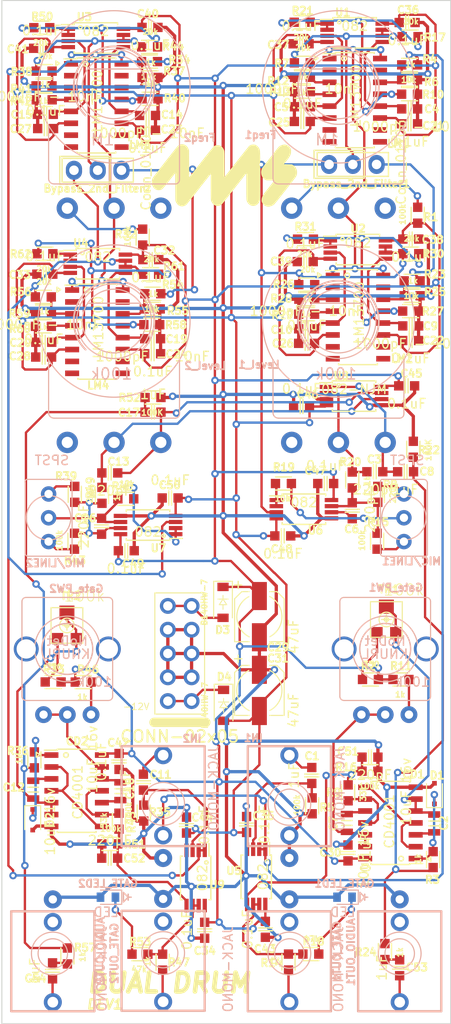
<source format=kicad_pcb>
(kicad_pcb (version 20171130) (host pcbnew "(5.1.4-0-10_14)")
  (layers (0 F.Cu signal) (31 B.Cu signal) (34 B.Paste user) (35 F.Paste user) (36 B.SilkS user hide) (37 F.SilkS user) (38 B.Mask user) (39 F.Mask user) (44 Edge.Cuts user))
  (net 0 "")
  (net 1 "Net-(AUDIO_OUT1-Pad3)")
  (net 2 GND)
  (net 3 "Net-(AUDIO_OUT1-Pad1)")
  (net 4 "Net-(AUDIO_OUT2-Pad3)")
  (net 5 "Net-(AUDIO_OUT2-Pad1)")
  (net 6 "Net-(C1-Pad2)")
  (net 7 "Net-(C1-Pad1)")
  (net 8 "Net-(C2-Pad2)")
  (net 9 "Net-(C2-Pad1)")
  (net 10 "Net-(C3-Pad2)")
  (net 11 "Net-(C3-Pad1)")
  (net 12 "Net-(C4-Pad1)")
  (net 13 "Net-(C5-Pad1)")
  (net 14 "Net-(C6-Pad2)")
  (net 15 "Net-(C6-Pad1)")
  (net 16 "Net-(C7-Pad2)")
  (net 17 "Net-(C7-Pad1)")
  (net 18 "Net-(C8-Pad2)")
  (net 19 "Net-(C9-Pad1)")
  (net 20 "Net-(C10-Pad1)")
  (net 21 "Net-(C11-Pad2)")
  (net 22 "Net-(C11-Pad1)")
  (net 23 "Net-(C12-Pad2)")
  (net 24 "Net-(C12-Pad1)")
  (net 25 "Net-(C13-Pad2)")
  (net 26 "Net-(C13-Pad1)")
  (net 27 "Net-(C14-Pad1)")
  (net 28 "Net-(C15-Pad1)")
  (net 29 "Net-(C16-Pad2)")
  (net 30 "Net-(C16-Pad1)")
  (net 31 "Net-(C17-Pad2)")
  (net 32 "Net-(C18-Pad2)")
  (net 33 "Net-(C18-Pad1)")
  (net 34 "Net-(C19-Pad1)")
  (net 35 "Net-(C20-Pad1)")
  (net 36 +12V)
  (net 37 -12VA)
  (net 38 "Net-(D3-Pad2)")
  (net 39 "Net-(D4-Pad1)")
  (net 40 "Net-(Freq1-Pad3)")
  (net 41 "Net-(Freq1-Pad2)")
  (net 42 "Net-(Freq1-Pad1)")
  (net 43 "Net-(GATE_LED1-Pad1)")
  (net 44 "Net-(GATE_LED2-Pad1)")
  (net 45 "Net-(GATE_OUT1-Pad3)")
  (net 46 "Net-(GATE_OUT1-Pad1)")
  (net 47 "Net-(GATE_OUT2-Pad3)")
  (net 48 "Net-(GATE_OUT2-Pad1)")
  (net 49 "Net-(Level_1-Pad3)")
  (net 50 "Net-(MIC/LINE1-Pad3)")
  (net 51 "Net-(MIC/LINE1-Pad1)")
  (net 52 "Net-(MIC/LINE2-Pad3)")
  (net 53 "Net-(MIC/LINE2-Pad1)")
  (net 54 "Net-(R2-Pad1)")
  (net 55 "Net-(Bypass_2nd_Filter1-Pad2)")
  (net 56 "Net-(R14-Pad2)")
  (net 57 "Net-(R19-Pad2)")
  (net 58 "Net-(R21-Pad1)")
  (net 59 "Net-(Bypass_2nd_Filter1-Pad3)")
  (net 60 "Net-(Bypass_2nd_Filter1-Pad1)")
  (net 61 "Net-(R31-Pad1)")
  (net 62 "Net-(R33-Pad1)")
  (net 63 "Net-(R34-Pad1)")
  (net 64 "Net-(Bypass_2nd_Filter2-Pad2)")
  (net 65 "Net-(R47-Pad2)")
  (net 66 "Net-(R48-Pad2)")
  (net 67 "Net-(R50-Pad1)")
  (net 68 "Net-(Bypass_2nd_Filter2-Pad3)")
  (net 69 "Net-(Bypass_2nd_Filter2-Pad1)")
  (net 70 "Net-(R62-Pad1)")
  (net 71 "Net-(Gate_PW1-Pad1)")
  (net 72 "Net-(Gate_PW2-Pad1)")
  (net 73 "Net-(Level_2-Pad3)")
  (net 74 "Net-(Freq2-Pad3)")
  (net 75 "Net-(Freq2-Pad2)")
  (net 76 "Net-(Freq2-Pad1)")
  (net 77 "Net-(IN2-Pad3)")
  (net 78 "Net-(CD1-Pad11)")
  (net 79 "Net-(CD1-Pad2)")
  (net 80 "Net-(CD1-Pad1)")
  (net 81 "Net-(CD2-Pad11)")
  (net 82 "Net-(CD2-Pad2)")
  (net 83 "Net-(CD2-Pad1)")
  (net 84 "Net-(LM1-Pad15)")
  (net 85 "Net-(LM1-Pad14)")
  (net 86 "Net-(LM1-Pad13)")
  (net 87 "Net-(LM1-Pad10)")
  (net 88 "Net-(LM1-Pad9)")
  (net 89 "Net-(LM1-Pad8)")
  (net 90 "Net-(LM1-Pad7)")
  (net 91 "Net-(LM1-Pad4)")
  (net 92 "Net-(LM1-Pad3)")
  (net 93 "Net-(LM1-Pad2)")
  (net 94 "Net-(LM2-Pad15)")
  (net 95 "Net-(LM2-Pad14)")
  (net 96 "Net-(LM2-Pad13)")
  (net 97 "Net-(LM2-Pad10)")
  (net 98 "Net-(LM2-Pad9)")
  (net 99 "Net-(LM2-Pad8)")
  (net 100 "Net-(LM2-Pad7)")
  (net 101 "Net-(LM2-Pad4)")
  (net 102 "Net-(LM2-Pad3)")
  (net 103 "Net-(LM2-Pad2)")
  (net 104 "Net-(LM3-Pad15)")
  (net 105 "Net-(LM3-Pad14)")
  (net 106 "Net-(LM3-Pad13)")
  (net 107 "Net-(LM3-Pad10)")
  (net 108 "Net-(LM3-Pad9)")
  (net 109 "Net-(LM3-Pad8)")
  (net 110 "Net-(LM3-Pad7)")
  (net 111 "Net-(LM3-Pad4)")
  (net 112 "Net-(LM3-Pad3)")
  (net 113 "Net-(LM3-Pad2)")
  (net 114 "Net-(LM4-Pad15)")
  (net 115 "Net-(LM4-Pad14)")
  (net 116 "Net-(LM4-Pad13)")
  (net 117 "Net-(LM4-Pad10)")
  (net 118 "Net-(LM4-Pad9)")
  (net 119 "Net-(LM4-Pad8)")
  (net 120 "Net-(LM4-Pad7)")
  (net 121 "Net-(LM4-Pad4)")
  (net 122 "Net-(LM4-Pad3)")
  (net 123 "Net-(LM4-Pad2)")
  (net 124 "Net-(C51-Pad1)")
  (net 125 "Net-(C52-Pad1)")
  (net 126 "Net-(C53-Pad1)")
  (net 127 "Net-(C54-Pad1)")
  (module 4ms_Symbol:4msLogo_15.5x6.6mm (layer F.Cu) (at 23.7998 -90.59164)
    (fp_text reference G*** hide)
    (fp_text value LOGO hide)
  )
  (module 4ms_Package_SSOP:TSSOP-8_4.4x3mm_Pitch0.65mm (layer F.Cu) (at 37.6682 -66.9925)
    (fp_text reference U8 (at -1.3843 -2.159) (layer F.SilkS) (effects (font (size 0.8 0.8) (thickness 0.2))))
    (fp_text value 082-NJM (at 0 -0.725) (layer F.SilkS))
    (pad 8 smd rect (at 2.95 -0.975) (size 1.45 0.45) (layers F.Cu F.Paste F.Mask) (net 36 +12V) (clearance 0.1))
    (pad 7 smd rect (at 2.95 -0.325) (size 1.45 0.45) (layers F.Cu F.Paste F.Mask) (net 25 "Net-(C13-Pad2)") (clearance 0.1))
    (pad 6 smd rect (at 2.95 0.325) (size 1.45 0.45) (layers F.Cu F.Paste F.Mask) (net 26 "Net-(C13-Pad1)") (clearance 0.1))
    (pad 5 smd rect (at 2.95 0.975) (size 1.45 0.45) (layers F.Cu F.Paste F.Mask) (net 2 GND) (clearance 0.1))
    (pad 4 smd rect (at -2.95 0.975) (size 1.45 0.45) (layers F.Cu F.Paste F.Mask) (net 37 -12VA) (clearance 0.1))
    (pad 3 smd rect (at -2.95 0.325) (size 1.45 0.45) (layers F.Cu F.Paste F.Mask) (net 2 GND) (clearance 0.1))
    (pad 2 smd rect (at -2.95 -0.325) (size 1.45 0.45) (layers F.Cu F.Paste F.Mask) (net 11 "Net-(C3-Pad1)") (clearance 0.1))
    (pad 1 smd rect (at -2.95 -0.975) (size 1.45 0.45) (layers F.Cu F.Paste F.Mask) (net 10 "Net-(C3-Pad2)") (clearance 0.1))
  )
  (module 4ms_Capacitor:C_0603 (layer F.Cu) (at 4.2515 -104.1155 180)
    (fp_text reference C41 (at 2.537 -0.0898) (layer F.SilkS) (effects (font (size 0.8 0.8) (thickness 0.2))))
    (fp_text value 0.1uF (at 0 1.9) (layer F.SilkS) (effects (font (size 1.016 1.016) (thickness 0.1524))))
    (pad 2 smd rect (at 0.85 0 180) (size 1 1) (layers F.Cu F.Paste F.Mask) (net 2 GND))
    (pad 1 smd rect (at -0.85 0 180) (size 1 1) (layers F.Cu F.Paste F.Mask) (net 37 -12VA))
  )
  (module 4ms_Capacitor:C_0603 (layer F.Cu) (at 5.4229 -5.6388 270)
    (fp_text reference C54 (at 0.8128 1.8161 180) (layer F.SilkS) (effects (font (size 0.8 0.8) (thickness 0.2))))
    (fp_text value 1uF (at 0 1.9 90) (layer F.SilkS) (effects (font (size 1.016 1.016) (thickness 0.1524))))
    (pad 2 smd rect (at 0.85 0 270) (size 1 1) (layers F.Cu F.Paste F.Mask) (net 5 "Net-(AUDIO_OUT2-Pad1)"))
    (pad 1 smd rect (at -0.85 0 270) (size 1 1) (layers F.Cu F.Paste F.Mask) (net 127 "Net-(C54-Pad1)"))
  )
  (module 4ms_Capacitor:C_0603 (layer F.Cu) (at 42.545 -5.969 270)
    (fp_text reference C53 (at -0.0381 -1.8415 180) (layer F.SilkS) (effects (font (size 0.8 0.8) (thickness 0.2))))
    (fp_text value 1uF (at 0 1.9 90) (layer F.SilkS) (effects (font (size 1.016 1.016) (thickness 0.1524))))
    (pad 2 smd rect (at 0.85 0 270) (size 1 1) (layers F.Cu F.Paste F.Mask) (net 3 "Net-(AUDIO_OUT1-Pad1)"))
    (pad 1 smd rect (at -0.85 0 270) (size 1 1) (layers F.Cu F.Paste F.Mask) (net 126 "Net-(C53-Pad1)"))
  )
  (module 4ms_Capacitor:C_0603 (layer F.Cu) (at 11.5316 -17.6657 180)
    (fp_text reference C52 (at -2.6416 -0.0254) (layer F.SilkS) (effects (font (size 0.8 0.8) (thickness 0.2))))
    (fp_text value 220pF (at 0 1.9) (layer F.SilkS) (effects (font (size 1.016 1.016) (thickness 0.1524))))
    (pad 2 smd rect (at 0.85 0 180) (size 1 1) (layers F.Cu F.Paste F.Mask) (net 2 GND))
    (pad 1 smd rect (at -0.85 0 180) (size 1 1) (layers F.Cu F.Paste F.Mask) (net 125 "Net-(C52-Pad1)"))
  )
  (module 4ms_Capacitor:C_0603 (layer F.Cu) (at 39.37 -28.448)
    (fp_text reference C51 (at -2.3495 -0.6096) (layer F.SilkS) (effects (font (size 0.8 0.8) (thickness 0.2))))
    (fp_text value 220pF (at 0 1.9) (layer F.SilkS) (effects (font (size 1.016 1.016) (thickness 0.1524))))
    (pad 2 smd rect (at 0.85 0) (size 1 1) (layers F.Cu F.Paste F.Mask) (net 2 GND))
    (pad 1 smd rect (at -0.85 0) (size 1 1) (layers F.Cu F.Paste F.Mask) (net 124 "Net-(C51-Pad1)"))
  )
  (module 4ms_Package_SSOP:TSSOP-8_4.4x3mm_Pitch0.65mm (layer F.Cu) (at 20.7264 -15.5575 270)
    (fp_text reference U9 (at 0.7239 -2.2987 180) (layer F.SilkS) (effects (font (size 0.8 0.8) (thickness 0.2))))
    (fp_text value 082 (at 0 -0.725 90) (layer F.SilkS))
    (pad 8 smd rect (at 2.95 -0.975 270) (size 1.45 0.45) (layers F.Cu F.Paste F.Mask) (net 36 +12V) (clearance 0.1))
    (pad 7 smd rect (at 2.95 -0.325 270) (size 1.45 0.45) (layers F.Cu F.Paste F.Mask) (net 65 "Net-(R47-Pad2)") (clearance 0.1))
    (pad 6 smd rect (at 2.95 0.325 270) (size 1.45 0.45) (layers F.Cu F.Paste F.Mask) (net 65 "Net-(R47-Pad2)") (clearance 0.1))
    (pad 5 smd rect (at 2.95 0.975 270) (size 1.45 0.45) (layers F.Cu F.Paste F.Mask) (net 125 "Net-(C52-Pad1)") (clearance 0.1))
    (pad 4 smd rect (at -2.95 0.975 270) (size 1.45 0.45) (layers F.Cu F.Paste F.Mask) (net 37 -12VA) (clearance 0.1))
    (pad 3 smd rect (at -2.95 0.325 270) (size 1.45 0.45) (layers F.Cu F.Paste F.Mask) (net 21 "Net-(C11-Pad2)") (clearance 0.1))
    (pad 2 smd rect (at -2.95 -0.325 270) (size 1.45 0.45) (layers F.Cu F.Paste F.Mask) (net 63 "Net-(R34-Pad1)") (clearance 0.1))
    (pad 1 smd rect (at -2.95 -0.975 270) (size 1.45 0.45) (layers F.Cu F.Paste F.Mask) (net 63 "Net-(R34-Pad1)") (clearance 0.1))
  )
  (module 4ms_Package_SSOP:TSSOP-8_4.4x3mm_Pitch0.65mm (layer F.Cu) (at 27.2034 -15.6718 270)
    (fp_text reference U5 (at -0.6477 2.3749 180) (layer F.SilkS) (effects (font (size 0.8 0.8) (thickness 0.2))))
    (fp_text value 082 (at 0 -0.725 90) (layer F.SilkS))
    (pad 8 smd rect (at 2.95 -0.975 270) (size 1.45 0.45) (layers F.Cu F.Paste F.Mask) (net 36 +12V) (clearance 0.1))
    (pad 7 smd rect (at 2.95 -0.325 270) (size 1.45 0.45) (layers F.Cu F.Paste F.Mask) (net 56 "Net-(R14-Pad2)") (clearance 0.1))
    (pad 6 smd rect (at 2.95 0.325 270) (size 1.45 0.45) (layers F.Cu F.Paste F.Mask) (net 56 "Net-(R14-Pad2)") (clearance 0.1))
    (pad 5 smd rect (at 2.95 0.975 270) (size 1.45 0.45) (layers F.Cu F.Paste F.Mask) (net 124 "Net-(C51-Pad1)") (clearance 0.1))
    (pad 4 smd rect (at -2.95 0.975 270) (size 1.45 0.45) (layers F.Cu F.Paste F.Mask) (net 37 -12VA) (clearance 0.1))
    (pad 3 smd rect (at -2.95 0.325 270) (size 1.45 0.45) (layers F.Cu F.Paste F.Mask) (net 6 "Net-(C1-Pad2)") (clearance 0.1))
    (pad 2 smd rect (at -2.95 -0.325 270) (size 1.45 0.45) (layers F.Cu F.Paste F.Mask) (net 77 "Net-(IN2-Pad3)") (clearance 0.1))
    (pad 1 smd rect (at -2.95 -0.975 270) (size 1.45 0.45) (layers F.Cu F.Paste F.Mask) (net 77 "Net-(IN2-Pad3)") (clearance 0.1))
  )
  (module 4ms_Package_SSOP:TSSOP-8_4.4x3mm_Pitch0.65mm (layer F.Cu) (at 15.638 -53.2251 180)
    (fp_text reference U7 (at -1.1006 -2.4632) (layer F.SilkS) (effects (font (size 0.8 0.8) (thickness 0.2))))
    (fp_text value 082 (at 0 -0.725) (layer F.SilkS))
    (pad 8 smd rect (at 2.95 -0.975 180) (size 1.45 0.45) (layers F.Cu F.Paste F.Mask) (net 36 +12V) (clearance 0.1))
    (pad 7 smd rect (at 2.95 -0.325 180) (size 1.45 0.45) (layers F.Cu F.Paste F.Mask) (net 29 "Net-(C16-Pad2)") (clearance 0.1))
    (pad 6 smd rect (at 2.95 0.325 180) (size 1.45 0.45) (layers F.Cu F.Paste F.Mask) (net 30 "Net-(C16-Pad1)") (clearance 0.1))
    (pad 5 smd rect (at 2.95 0.975 180) (size 1.45 0.45) (layers F.Cu F.Paste F.Mask) (net 2 GND) (clearance 0.1))
    (pad 4 smd rect (at -2.95 0.975 180) (size 1.45 0.45) (layers F.Cu F.Paste F.Mask) (net 37 -12VA) (clearance 0.1))
    (pad 3 smd rect (at -2.95 0.325 180) (size 1.45 0.45) (layers F.Cu F.Paste F.Mask) (net 69 "Net-(Bypass_2nd_Filter2-Pad1)") (clearance 0.1))
    (pad 2 smd rect (at -2.95 -0.325 180) (size 1.45 0.45) (layers F.Cu F.Paste F.Mask) (net 66 "Net-(R48-Pad2)") (clearance 0.1))
    (pad 1 smd rect (at -2.95 -0.975 180) (size 1.45 0.45) (layers F.Cu F.Paste F.Mask) (net 66 "Net-(R48-Pad2)") (clearance 0.1))
  )
  (module 4ms_Package_SSOP:TSSOP-8_4.4x3mm_Pitch0.65mm (layer F.Cu) (at 32.3054 -54.9164)
    (fp_text reference U6 (at 1.2353 2.2622) (layer F.SilkS) (effects (font (size 0.8 0.8) (thickness 0.2))))
    (fp_text value 082 (at 0 -0.725) (layer F.SilkS))
    (pad 8 smd rect (at 2.95 -0.975) (size 1.45 0.45) (layers F.Cu F.Paste F.Mask) (net 36 +12V) (clearance 0.1))
    (pad 7 smd rect (at 2.95 -0.325) (size 1.45 0.45) (layers F.Cu F.Paste F.Mask) (net 14 "Net-(C6-Pad2)") (clearance 0.1))
    (pad 6 smd rect (at 2.95 0.325) (size 1.45 0.45) (layers F.Cu F.Paste F.Mask) (net 15 "Net-(C6-Pad1)") (clearance 0.1))
    (pad 5 smd rect (at 2.95 0.975) (size 1.45 0.45) (layers F.Cu F.Paste F.Mask) (net 2 GND) (clearance 0.1))
    (pad 4 smd rect (at -2.95 0.975) (size 1.45 0.45) (layers F.Cu F.Paste F.Mask) (net 37 -12VA) (clearance 0.1))
    (pad 3 smd rect (at -2.95 0.325) (size 1.45 0.45) (layers F.Cu F.Paste F.Mask) (net 60 "Net-(Bypass_2nd_Filter1-Pad1)") (clearance 0.1))
    (pad 2 smd rect (at -2.95 -0.325) (size 1.45 0.45) (layers F.Cu F.Paste F.Mask) (net 57 "Net-(R19-Pad2)") (clearance 0.1))
    (pad 1 smd rect (at -2.95 -0.975) (size 1.45 0.45) (layers F.Cu F.Paste F.Mask) (net 57 "Net-(R19-Pad2)") (clearance 0.1))
  )
  (module 4ms_Package_SSOP:TSSOP-8_4.4x3mm_Pitch0.65mm (layer F.Cu) (at 10.2658 -81.1155)
    (fp_text reference U4 (at -1.8203 -2.1965) (layer F.SilkS) (effects (font (size 0.8 0.8) (thickness 0.2))))
    (fp_text value 082 (at 0 -0.725) (layer F.SilkS))
    (pad 8 smd rect (at 2.95 -0.975) (size 1.45 0.45) (layers F.Cu F.Paste F.Mask) (net 36 +12V) (clearance 0.1))
    (pad 7 smd rect (at 2.95 -0.325) (size 1.45 0.45) (layers F.Cu F.Paste F.Mask) (net 69 "Net-(Bypass_2nd_Filter2-Pad1)") (clearance 0.1))
    (pad 6 smd rect (at 2.95 0.325) (size 1.45 0.45) (layers F.Cu F.Paste F.Mask) (net 69 "Net-(Bypass_2nd_Filter2-Pad1)") (clearance 0.1))
    (pad 5 smd rect (at 2.95 0.975) (size 1.45 0.45) (layers F.Cu F.Paste F.Mask) (net 34 "Net-(C19-Pad1)") (clearance 0.1))
    (pad 4 smd rect (at -2.95 0.975) (size 1.45 0.45) (layers F.Cu F.Paste F.Mask) (net 37 -12VA) (clearance 0.1))
    (pad 3 smd rect (at -2.95 0.325) (size 1.45 0.45) (layers F.Cu F.Paste F.Mask) (net 35 "Net-(C20-Pad1)") (clearance 0.1))
    (pad 2 smd rect (at -2.95 -0.325) (size 1.45 0.45) (layers F.Cu F.Paste F.Mask) (net 70 "Net-(R62-Pad1)") (clearance 0.1))
    (pad 1 smd rect (at -2.95 -0.975) (size 1.45 0.45) (layers F.Cu F.Paste F.Mask) (net 70 "Net-(R62-Pad1)") (clearance 0.1))
  )
  (module 4ms_Package_SSOP:TSSOP-8_4.4x3mm_Pitch0.65mm (layer F.Cu) (at 10.0515 -105.2155)
    (fp_text reference U3 (at -1.225 -2.2392) (layer F.SilkS) (effects (font (size 0.8 0.8) (thickness 0.2))))
    (fp_text value 082 (at 0 -0.725) (layer F.SilkS))
    (pad 8 smd rect (at 2.95 -0.975) (size 1.45 0.45) (layers F.Cu F.Paste F.Mask) (net 36 +12V) (clearance 0.1))
    (pad 7 smd rect (at 2.95 -0.325) (size 1.45 0.45) (layers F.Cu F.Paste F.Mask) (net 64 "Net-(Bypass_2nd_Filter2-Pad2)") (clearance 0.1))
    (pad 6 smd rect (at 2.95 0.325) (size 1.45 0.45) (layers F.Cu F.Paste F.Mask) (net 64 "Net-(Bypass_2nd_Filter2-Pad2)") (clearance 0.1))
    (pad 5 smd rect (at 2.95 0.975) (size 1.45 0.45) (layers F.Cu F.Paste F.Mask) (net 27 "Net-(C14-Pad1)") (clearance 0.1))
    (pad 4 smd rect (at -2.95 0.975) (size 1.45 0.45) (layers F.Cu F.Paste F.Mask) (net 37 -12VA) (clearance 0.1))
    (pad 3 smd rect (at -2.95 0.325) (size 1.45 0.45) (layers F.Cu F.Paste F.Mask) (net 28 "Net-(C15-Pad1)") (clearance 0.1))
    (pad 2 smd rect (at -2.95 -0.325) (size 1.45 0.45) (layers F.Cu F.Paste F.Mask) (net 67 "Net-(R50-Pad1)") (clearance 0.1))
    (pad 1 smd rect (at -2.95 -0.975) (size 1.45 0.45) (layers F.Cu F.Paste F.Mask) (net 67 "Net-(R50-Pad1)") (clearance 0.1))
  )
  (module 4ms_Package_SSOP:TSSOP-8_4.4x3mm_Pitch0.65mm (layer F.Cu) (at 38.0786 -82.6319)
    (fp_text reference U2 (at 0.0214 -2.2422) (layer F.SilkS) (effects (font (size 0.8 0.8) (thickness 0.2))))
    (fp_text value 082 (at 0 -0.725) (layer F.SilkS))
    (pad 8 smd rect (at 2.95 -0.975) (size 1.45 0.45) (layers F.Cu F.Paste F.Mask) (net 36 +12V) (clearance 0.1))
    (pad 7 smd rect (at 2.95 -0.325) (size 1.45 0.45) (layers F.Cu F.Paste F.Mask) (net 60 "Net-(Bypass_2nd_Filter1-Pad1)") (clearance 0.1))
    (pad 6 smd rect (at 2.95 0.325) (size 1.45 0.45) (layers F.Cu F.Paste F.Mask) (net 60 "Net-(Bypass_2nd_Filter1-Pad1)") (clearance 0.1))
    (pad 5 smd rect (at 2.95 0.975) (size 1.45 0.45) (layers F.Cu F.Paste F.Mask) (net 19 "Net-(C9-Pad1)") (clearance 0.1))
    (pad 4 smd rect (at -2.95 0.975) (size 1.45 0.45) (layers F.Cu F.Paste F.Mask) (net 37 -12VA) (clearance 0.1))
    (pad 3 smd rect (at -2.95 0.325) (size 1.45 0.45) (layers F.Cu F.Paste F.Mask) (net 20 "Net-(C10-Pad1)") (clearance 0.1))
    (pad 2 smd rect (at -2.95 -0.325) (size 1.45 0.45) (layers F.Cu F.Paste F.Mask) (net 61 "Net-(R31-Pad1)") (clearance 0.1))
    (pad 1 smd rect (at -2.95 -0.975) (size 1.45 0.45) (layers F.Cu F.Paste F.Mask) (net 61 "Net-(R31-Pad1)") (clearance 0.1))
  )
  (module 4ms_Package_SSOP:TSSOP-8_4.4x3mm_Pitch0.65mm (layer F.Cu) (at 37.7361 -105.76566)
    (fp_text reference U1 (at -1.2744 -2.17164) (layer F.SilkS) (effects (font (size 0.8 0.8) (thickness 0.2))))
    (fp_text value 082 (at 0 -0.725) (layer F.SilkS))
    (pad 8 smd rect (at 2.95 -0.975) (size 1.45 0.45) (layers F.Cu F.Paste F.Mask) (net 36 +12V) (clearance 0.1))
    (pad 7 smd rect (at 2.95 -0.325) (size 1.45 0.45) (layers F.Cu F.Paste F.Mask) (net 55 "Net-(Bypass_2nd_Filter1-Pad2)") (clearance 0.1))
    (pad 6 smd rect (at 2.95 0.325) (size 1.45 0.45) (layers F.Cu F.Paste F.Mask) (net 55 "Net-(Bypass_2nd_Filter1-Pad2)") (clearance 0.1))
    (pad 5 smd rect (at 2.95 0.975) (size 1.45 0.45) (layers F.Cu F.Paste F.Mask) (net 12 "Net-(C4-Pad1)") (clearance 0.1))
    (pad 4 smd rect (at -2.95 0.975) (size 1.45 0.45) (layers F.Cu F.Paste F.Mask) (net 37 -12VA) (clearance 0.1))
    (pad 3 smd rect (at -2.95 0.325) (size 1.45 0.45) (layers F.Cu F.Paste F.Mask) (net 13 "Net-(C5-Pad1)") (clearance 0.1))
    (pad 2 smd rect (at -2.95 -0.325) (size 1.45 0.45) (layers F.Cu F.Paste F.Mask) (net 58 "Net-(R21-Pad1)") (clearance 0.1))
    (pad 1 smd rect (at -2.95 -0.975) (size 1.45 0.45) (layers F.Cu F.Paste F.Mask) (net 58 "Net-(R21-Pad1)") (clearance 0.1))
  )
  (module 4ms_Potentiometer:Pot_Trim_SMT_TC33X (layer F.Cu) (at 6.9596 -42.5069)
    (fp_text reference TR2 (at -0.8001 -2.6924) (layer F.SilkS) (effects (font (size 0.8 0.8) (thickness 0.2)) (justify left bottom)))
    (fp_text value 100k (at -0.4 -2.45) (layer F.SilkS) (effects (font (size 1.2065 1.2065) (thickness 0.1016)) (justify left bottom)))
    (pad 3 smd rect (at 1 1.4) (size 1.2 1.2) (layers F.Cu F.Paste F.Mask) (net 23 "Net-(C12-Pad2)"))
    (pad 1 smd rect (at -1 1.4) (size 1.2 1.2) (layers F.Cu F.Paste F.Mask) (net 62 "Net-(R33-Pad1)"))
    (pad 2 smd rect (at 0 -1.375) (size 1.6 1.5) (layers F.Cu F.Paste F.Mask) (net 23 "Net-(C12-Pad2)"))
  )
  (module 4ms_Potentiometer:Pot_Trim_SMT_TC33X (layer F.Cu) (at 41.1226 -43.1419)
    (fp_text reference TR1 (at -0.9525 -2.7559) (layer F.SilkS) (effects (font (size 0.8 0.8) (thickness 0.2)) (justify left bottom)))
    (fp_text value 100k (at -0.4 -2.45) (layer F.SilkS) (effects (font (size 1.2065 1.2065) (thickness 0.1016)) (justify left bottom)))
    (pad 3 smd rect (at 1 1.4) (size 1.2 1.2) (layers F.Cu F.Paste F.Mask) (net 8 "Net-(C2-Pad2)"))
    (pad 1 smd rect (at -1 1.4) (size 1.2 1.2) (layers F.Cu F.Paste F.Mask) (net 54 "Net-(R2-Pad1)"))
    (pad 2 smd rect (at 0 -1.375) (size 1.6 1.5) (layers F.Cu F.Paste F.Mask) (net 8 "Net-(C2-Pad2)"))
  )
  (module 4ms_Resistor:R_0603 (layer F.Cu) (at 4.6058 -82.1855 180)
    (fp_text reference R62 (at 2.5992 -0.0419) (layer F.SilkS) (effects (font (size 0.8 0.8) (thickness 0.2))))
    (fp_text value 20k (at 0.09 -1.61) (layer F.SilkS) (effects (font (size 0.6 0.6))))
    (pad 1 smd rect (at -0.85 0 180) (size 1 1) (layers F.Cu F.Paste F.Mask) (net 70 "Net-(R62-Pad1)"))
    (pad 2 smd rect (at 0.85 0 180) (size 1 1) (layers F.Cu F.Paste F.Mask) (net 116 "Net-(LM4-Pad13)"))
  )
  (module 4ms_Resistor:R_0603 (layer F.Cu) (at 15.9158 -79.9955)
    (fp_text reference R61 (at 2.5119 -0.8527) (layer F.SilkS) (effects (font (size 0.8 0.8) (thickness 0.2))))
    (fp_text value 20k (at 0.09 -1.61) (layer F.SilkS) (effects (font (size 0.6 0.6))))
    (pad 1 smd rect (at -0.85 0) (size 1 1) (layers F.Cu F.Paste F.Mask) (net 69 "Net-(Bypass_2nd_Filter2-Pad1)"))
    (pad 2 smd rect (at 0.85 0) (size 1 1) (layers F.Cu F.Paste F.Mask) (net 116 "Net-(LM4-Pad13)"))
  )
  (module 4ms_Resistor:R_0603 (layer F.Cu) (at 4.4458 -74.4355)
    (fp_text reference R60 (at -2.5154 0.2548) (layer F.SilkS) (effects (font (size 0.8 0.8) (thickness 0.2))))
    (fp_text value 1k (at 0.09 -1.61) (layer F.SilkS) (effects (font (size 0.6 0.6))))
    (pad 1 smd rect (at -0.85 0) (size 1 1) (layers F.Cu F.Paste F.Mask) (net 2 GND))
    (pad 2 smd rect (at 0.85 0) (size 1 1) (layers F.Cu F.Paste F.Mask) (net 121 "Net-(LM4-Pad4)"))
  )
  (module 4ms_Resistor:R_0603 (layer F.Cu) (at 4.4558 -76.0055 180)
    (fp_text reference R59 (at 2.5635 -0.2119) (layer F.SilkS) (effects (font (size 0.8 0.8) (thickness 0.2))))
    (fp_text value 1k (at 0.09 -1.61) (layer F.SilkS) (effects (font (size 0.6 0.6))))
    (pad 1 smd rect (at -0.85 0 180) (size 1 1) (layers F.Cu F.Paste F.Mask) (net 122 "Net-(LM4-Pad3)"))
    (pad 2 smd rect (at 0.85 0 180) (size 1 1) (layers F.Cu F.Paste F.Mask) (net 2 GND))
  )
  (module 4ms_Resistor:R_0603 (layer F.Cu) (at 16.0358 -74.6155)
    (fp_text reference R58 (at 2.5824 0.0411) (layer F.SilkS) (effects (font (size 0.8 0.8) (thickness 0.2))))
    (fp_text value 1k (at 0.09 -1.61) (layer F.SilkS) (effects (font (size 0.6 0.6))))
    (pad 1 smd rect (at -0.85 0) (size 1 1) (layers F.Cu F.Paste F.Mask) (net 116 "Net-(LM4-Pad13)"))
    (pad 2 smd rect (at 0.85 0) (size 1 1) (layers F.Cu F.Paste F.Mask) (net 2 GND))
  )
  (module 4ms_Resistor:R_0603 (layer F.Cu) (at 7.0104 -7.2263 270)
    (fp_text reference R57 (at -0.889 -1.8796 180) (layer F.SilkS) (effects (font (size 0.8 0.8) (thickness 0.2))))
    (fp_text value 1k (at 0.09 -1.61 90) (layer F.SilkS) (effects (font (size 0.6 0.6))))
    (pad 1 smd rect (at -0.85 0 270) (size 1 1) (layers F.Cu F.Paste F.Mask) (net 31 "Net-(C17-Pad2)"))
    (pad 2 smd rect (at 0.85 0 270) (size 1 1) (layers F.Cu F.Paste F.Mask) (net 127 "Net-(C54-Pad1)"))
  )
  (module 4ms_Resistor:R_0603 (layer F.Cu) (at 4.4358 -77.5755)
    (fp_text reference R56 (at -2.4292 -0.5422) (layer F.SilkS) (effects (font (size 0.8 0.8) (thickness 0.2))))
    (fp_text value 20k (at 0.09 -1.61) (layer F.SilkS) (effects (font (size 0.6 0.6))))
    (pad 1 smd rect (at -0.85 0) (size 1 1) (layers F.Cu F.Paste F.Mask) (net 69 "Net-(Bypass_2nd_Filter2-Pad1)"))
    (pad 2 smd rect (at 0.85 0) (size 1 1) (layers F.Cu F.Paste F.Mask) (net 122 "Net-(LM4-Pad3)"))
  )
  (module 4ms_Resistor:R_0603 (layer F.Cu) (at 16.0858 -76.2955)
    (fp_text reference R55 (at 2.7356 0.1971) (layer F.SilkS) (effects (font (size 0.8 0.8) (thickness 0.2))))
    (fp_text value 1k (at 0.09 -1.61) (layer F.SilkS) (effects (font (size 0.6 0.6))))
    (pad 1 smd rect (at -0.85 0) (size 1 1) (layers F.Cu F.Paste F.Mask) (net 115 "Net-(LM4-Pad14)"))
    (pad 2 smd rect (at 0.85 0) (size 1 1) (layers F.Cu F.Paste F.Mask) (net 2 GND))
  )
  (module 4ms_Resistor:R_0603 (layer F.Cu) (at 16.1458 -77.9155 180)
    (fp_text reference R54 (at -2.1422 0.9642) (layer F.SilkS) (effects (font (size 0.8 0.8) (thickness 0.2))))
    (fp_text value 10k (at 0.09 -1.61) (layer F.SilkS) (effects (font (size 0.6 0.6))))
    (pad 1 smd rect (at -0.85 0 180) (size 1 1) (layers F.Cu F.Paste F.Mask) (net 68 "Net-(Bypass_2nd_Filter2-Pad3)"))
    (pad 2 smd rect (at 0.85 0 180) (size 1 1) (layers F.Cu F.Paste F.Mask) (net 115 "Net-(LM4-Pad14)"))
  )
  (module 4ms_Resistor:R_0603 (layer F.Cu) (at 14.7701 -7.4168 180)
    (fp_text reference R53 (at -0.0254 1.3208) (layer F.SilkS) (effects (font (size 0.8 0.8) (thickness 0.2))))
    (fp_text value 47k (at 0.09 -1.61) (layer F.SilkS) (effects (font (size 0.6 0.6))))
    (pad 1 smd rect (at -0.85 0 180) (size 1 1) (layers F.Cu F.Paste F.Mask) (net 65 "Net-(R47-Pad2)"))
    (pad 2 smd rect (at 0.85 0 180) (size 1 1) (layers F.Cu F.Paste F.Mask) (net 44 "Net-(GATE_LED2-Pad1)"))
  )
  (module 4ms_Resistor:R_0603 (layer F.Cu) (at 16.1671 -66.8401 180)
    (fp_text reference R52 (at 2.5146 -0.0254) (layer F.SilkS) (effects (font (size 0.8 0.8) (thickness 0.2))))
    (fp_text value 100K (at 0.09 -1.61) (layer F.SilkS) (effects (font (size 0.6 0.6))))
    (pad 1 smd rect (at -0.85 0 180) (size 1 1) (layers F.Cu F.Paste F.Mask) (net 2 GND))
    (pad 2 smd rect (at 0.85 0 180) (size 1 1) (layers F.Cu F.Paste F.Mask) (net 31 "Net-(C17-Pad2)"))
  )
  (module 4ms_Resistor:R_0603 (layer F.Cu) (at 11.5443 -19.1897)
    (fp_text reference R51 (at 2.6797 0.0508) (layer F.SilkS) (effects (font (size 0.8 0.8) (thickness 0.2))))
    (fp_text value 100k (at 0.09 -1.61) (layer F.SilkS) (effects (font (size 0.6 0.6))))
    (pad 1 smd rect (at -0.85 0) (size 1 1) (layers F.Cu F.Paste F.Mask) (net 2 GND))
    (pad 2 smd rect (at 0.85 0) (size 1 1) (layers F.Cu F.Paste F.Mask) (net 125 "Net-(C52-Pad1)"))
  )
  (module 4ms_Resistor:R_0603 (layer F.Cu) (at 4.2715 -106.3155 180)
    (fp_text reference R50 (at -0.0465 1.19) (layer F.SilkS) (effects (font (size 0.8 0.8) (thickness 0.2))))
    (fp_text value 20k (at 0.09 -1.61) (layer F.SilkS) (effects (font (size 0.6 0.6))))
    (pad 1 smd rect (at -0.85 0 180) (size 1 1) (layers F.Cu F.Paste F.Mask) (net 67 "Net-(R50-Pad1)"))
    (pad 2 smd rect (at 0.85 0 180) (size 1 1) (layers F.Cu F.Paste F.Mask) (net 106 "Net-(LM3-Pad13)"))
  )
  (module 4ms_Resistor:R_0603 (layer F.Cu) (at 10.708 -56.3951 270)
    (fp_text reference R49 (at -0.8057 1.2211 270) (layer F.SilkS) (effects (font (size 0.8 0.8) (thickness 0.2))))
    (fp_text value 1k (at 0.09 -1.61 90) (layer F.SilkS) (effects (font (size 0.6 0.6))))
    (pad 1 smd rect (at -0.85 0 270) (size 1 1) (layers F.Cu F.Paste F.Mask) (net 26 "Net-(C13-Pad1)"))
    (pad 2 smd rect (at 0.85 0 270) (size 1 1) (layers F.Cu F.Paste F.Mask) (net 29 "Net-(C16-Pad2)"))
  )
  (module 4ms_Resistor:R_0603 (layer F.Cu) (at 13.258 -56.0251)
    (fp_text reference R48 (at -0.3548 -1.3281) (layer F.SilkS) (effects (font (size 0.8 0.8) (thickness 0.2))))
    (fp_text value 10k (at 0.09 -1.61) (layer F.SilkS) (effects (font (size 0.6 0.6))))
    (pad 1 smd rect (at -0.85 0) (size 1 1) (layers F.Cu F.Paste F.Mask) (net 30 "Net-(C16-Pad1)"))
    (pad 2 smd rect (at 0.85 0) (size 1 1) (layers F.Cu F.Paste F.Mask) (net 66 "Net-(R48-Pad2)"))
  )
  (module 4ms_Resistor:R_0603 (layer F.Cu) (at 17.1958 -6.565 90)
    (fp_text reference R47 (at -0.0245 1.7272 180) (layer F.SilkS) (effects (font (size 0.8 0.8) (thickness 0.2))))
    (fp_text value 1k (at 0.09 -1.61 90) (layer F.SilkS) (effects (font (size 0.6 0.6))))
    (pad 1 smd rect (at -0.85 0 90) (size 1 1) (layers F.Cu F.Paste F.Mask) (net 48 "Net-(GATE_OUT2-Pad1)"))
    (pad 2 smd rect (at 0.85 0 90) (size 1 1) (layers F.Cu F.Paste F.Mask) (net 65 "Net-(R47-Pad2)"))
  )
  (module 4ms_Resistor:R_0603 (layer F.Cu) (at 8.6995 -36.4617 180)
    (fp_text reference R46 (at -0.5207 1.3462) (layer F.SilkS) (effects (font (size 0.8 0.8) (thickness 0.2))))
    (fp_text value 1k (at 0.09 -1.61) (layer F.SilkS) (effects (font (size 0.6 0.6))))
    (pad 1 smd rect (at -0.85 0 180) (size 1 1) (layers F.Cu F.Paste F.Mask) (net 72 "Net-(Gate_PW2-Pad1)"))
    (pad 2 smd rect (at 0.85 0 180) (size 1 1) (layers F.Cu F.Paste F.Mask) (net 36 +12V))
  )
  (module 4ms_Resistor:R_0603 (layer F.Cu) (at 12.5222 -21.6154 90)
    (fp_text reference R45 (at -0.1143 1.3335 90) (layer F.SilkS) (effects (font (size 0.8 0.8) (thickness 0.2))))
    (fp_text value 33k (at 0.09 -1.61 90) (layer F.SilkS) (effects (font (size 0.6 0.6))))
    (pad 1 smd rect (at -0.85 0 90) (size 1 1) (layers F.Cu F.Paste F.Mask) (net 125 "Net-(C52-Pad1)"))
    (pad 2 smd rect (at 0.85 0 90) (size 1 1) (layers F.Cu F.Paste F.Mask) (net 81 "Net-(CD2-Pad11)"))
  )
  (module 4ms_Resistor:R_0603 (layer F.Cu) (at 15.8015 -104.2655)
    (fp_text reference R44 (at 2.5246 -0.0523) (layer F.SilkS) (effects (font (size 0.8 0.8) (thickness 0.2))))
    (fp_text value 20k (at 0.09 -1.61) (layer F.SilkS) (effects (font (size 0.6 0.6))))
    (pad 1 smd rect (at -0.85 0) (size 1 1) (layers F.Cu F.Paste F.Mask) (net 64 "Net-(Bypass_2nd_Filter2-Pad2)"))
    (pad 2 smd rect (at 0.85 0) (size 1 1) (layers F.Cu F.Paste F.Mask) (net 106 "Net-(LM3-Pad13)"))
  )
  (module 4ms_Resistor:R_0603 (layer F.Cu) (at 7.7724 -51.4985 90)
    (fp_text reference R43 (at -2.0574 0.0381 180) (layer F.SilkS) (effects (font (size 0.8 0.8) (thickness 0.2))))
    (fp_text value 100k (at 0.09 -1.61 90) (layer F.SilkS) (effects (font (size 0.6 0.6))))
    (pad 1 smd rect (at -0.85 0 90) (size 1 1) (layers F.Cu F.Paste F.Mask) (net 53 "Net-(MIC/LINE2-Pad1)"))
    (pad 2 smd rect (at 0.85 0 90) (size 1 1) (layers F.Cu F.Paste F.Mask) (net 29 "Net-(C16-Pad2)"))
  )
  (module 4ms_Resistor:R_0603 (layer F.Cu) (at 4.5315 -98.6155)
    (fp_text reference R42 (at -2.4995 0.1524) (layer F.SilkS) (effects (font (size 0.8 0.8) (thickness 0.2))))
    (fp_text value 1k (at 0.09 -1.61) (layer F.SilkS) (effects (font (size 0.6 0.6))))
    (pad 1 smd rect (at -0.85 0) (size 1 1) (layers F.Cu F.Paste F.Mask) (net 2 GND))
    (pad 2 smd rect (at 0.85 0) (size 1 1) (layers F.Cu F.Paste F.Mask) (net 111 "Net-(LM3-Pad4)"))
  )
  (module 4ms_Resistor:R_0603 (layer F.Cu) (at 4.5115 -100.1055 180)
    (fp_text reference R41 (at 2.4287 -0.3089) (layer F.SilkS) (effects (font (size 0.8 0.8) (thickness 0.2))))
    (fp_text value 1k (at 0.09 -1.61) (layer F.SilkS) (effects (font (size 0.6 0.6))))
    (pad 1 smd rect (at -0.85 0 180) (size 1 1) (layers F.Cu F.Paste F.Mask) (net 112 "Net-(LM3-Pad3)"))
    (pad 2 smd rect (at 0.85 0 180) (size 1 1) (layers F.Cu F.Paste F.Mask) (net 2 GND))
  )
  (module 4ms_Resistor:R_0603 (layer F.Cu) (at 15.8515 -98.7255)
    (fp_text reference R40 (at 2.6397 -0.0551) (layer F.SilkS) (effects (font (size 0.8 0.8) (thickness 0.2))))
    (fp_text value 1k (at 0.09 -1.61) (layer F.SilkS) (effects (font (size 0.6 0.6))))
    (pad 1 smd rect (at -0.85 0) (size 1 1) (layers F.Cu F.Paste F.Mask) (net 106 "Net-(LM3-Pad13)"))
    (pad 2 smd rect (at 0.85 0) (size 1 1) (layers F.Cu F.Paste F.Mask) (net 2 GND))
  )
  (module 4ms_Resistor:R_0603 (layer F.Cu) (at 7.7978 -56.5023 270)
    (fp_text reference R39 (at -1.9431 0.9271 180) (layer F.SilkS) (effects (font (size 0.8 0.8) (thickness 0.2))))
    (fp_text value 220 (at 0.09 -1.61 90) (layer F.SilkS) (effects (font (size 0.6 0.6))))
    (pad 1 smd rect (at -0.85 0 270) (size 1 1) (layers F.Cu F.Paste F.Mask) (net 52 "Net-(MIC/LINE2-Pad3)"))
    (pad 2 smd rect (at 0.85 0 270) (size 1 1) (layers F.Cu F.Paste F.Mask) (net 29 "Net-(C16-Pad2)"))
  )
  (module 4ms_Resistor:R_0603 (layer F.Cu) (at 4.5215 -101.6755)
    (fp_text reference R38 (at -2.4133 0.0628) (layer F.SilkS) (effects (font (size 0.8 0.8) (thickness 0.2))))
    (fp_text value 20k (at 0.09 -1.61) (layer F.SilkS) (effects (font (size 0.6 0.6))))
    (pad 1 smd rect (at -0.85 0) (size 1 1) (layers F.Cu F.Paste F.Mask) (net 64 "Net-(Bypass_2nd_Filter2-Pad2)"))
    (pad 2 smd rect (at 0.85 0) (size 1 1) (layers F.Cu F.Paste F.Mask) (net 112 "Net-(LM3-Pad3)"))
  )
  (module 4ms_Resistor:R_0603 (layer F.Cu) (at 15.8415 -101.0055)
    (fp_text reference R37 (at 2.5862 -0.6707) (layer F.SilkS) (effects (font (size 0.8 0.8) (thickness 0.2))))
    (fp_text value 1k (at 0.09 -1.61) (layer F.SilkS) (effects (font (size 0.6 0.6))))
    (pad 1 smd rect (at -0.85 0) (size 1 1) (layers F.Cu F.Paste F.Mask) (net 105 "Net-(LM3-Pad14)"))
    (pad 2 smd rect (at 0.85 0) (size 1 1) (layers F.Cu F.Paste F.Mask) (net 2 GND))
  )
  (module 4ms_Resistor:R_0603 (layer F.Cu) (at 3.4798 -28.1559 90)
    (fp_text reference R36 (at 0.9652 -1.7653) (layer F.SilkS) (effects (font (size 0.8 0.8) (thickness 0.2))))
    (fp_text value 1k (at 0.09 -1.61 90) (layer F.SilkS) (effects (font (size 0.6 0.6))))
    (pad 1 smd rect (at -0.85 0 90) (size 1 1) (layers F.Cu F.Paste F.Mask) (net 31 "Net-(C17-Pad2)"))
    (pad 2 smd rect (at 0.85 0 90) (size 1 1) (layers F.Cu F.Paste F.Mask) (net 83 "Net-(CD2-Pad1)"))
  )
  (module 4ms_Resistor:R_0603 (layer F.Cu) (at 15.1765 -22.479 90)
    (fp_text reference R35 (at 0.0889 1.7272 180) (layer F.SilkS) (effects (font (size 0.8 0.8) (thickness 0.2))))
    (fp_text value 100k (at 0.09 -1.61 90) (layer F.SilkS) (effects (font (size 0.6 0.6))))
    (pad 1 smd rect (at -0.85 0 90) (size 1 1) (layers F.Cu F.Paste F.Mask) (net 2 GND))
    (pad 2 smd rect (at 0.85 0 90) (size 1 1) (layers F.Cu F.Paste F.Mask) (net 21 "Net-(C11-Pad2)"))
  )
  (module 4ms_Resistor:R_0603 (layer F.Cu) (at 15.7915 -102.6955 180)
    (fp_text reference R34 (at -3.195 0.1999) (layer F.SilkS) (effects (font (size 0.8 0.8) (thickness 0.2))))
    (fp_text value 10k (at 0.09 -1.61) (layer F.SilkS) (effects (font (size 0.6 0.6))))
    (pad 1 smd rect (at -0.85 0 180) (size 1 1) (layers F.Cu F.Paste F.Mask) (net 63 "Net-(R34-Pad1)"))
    (pad 2 smd rect (at 0.85 0 180) (size 1 1) (layers F.Cu F.Paste F.Mask) (net 105 "Net-(LM3-Pad14)"))
  )
  (module 4ms_Resistor:R_0603 (layer F.Cu) (at 5.4864 -36.4744)
    (fp_text reference R33 (at 0.0508 -1.3335) (layer F.SilkS) (effects (font (size 0.8 0.8) (thickness 0.2))))
    (fp_text value 330 (at 0.09 -1.61) (layer F.SilkS) (effects (font (size 0.6 0.6))))
    (pad 1 smd rect (at -0.85 0) (size 1 1) (layers F.Cu F.Paste F.Mask) (net 62 "Net-(R33-Pad1)"))
    (pad 2 smd rect (at 0.85 0) (size 1 1) (layers F.Cu F.Paste F.Mask) (net 36 +12V))
  )
  (module 4ms_Resistor:R_0603 (layer F.Cu) (at 15.0622 -83.9597 90)
    (fp_text reference R32 (at 0.3175 -1.8288 180) (layer F.SilkS) (effects (font (size 0.8 0.8) (thickness 0.2))))
    (fp_text value 100k (at 0.09 -1.61 90) (layer F.SilkS) (effects (font (size 0.6 0.6))))
    (pad 1 smd rect (at -0.85 0 90) (size 1 1) (layers F.Cu F.Paste F.Mask) (net 36 +12V))
    (pad 2 smd rect (at 0.85 0 90) (size 1 1) (layers F.Cu F.Paste F.Mask) (net 74 "Net-(Freq2-Pad3)"))
  )
  (module 4ms_Resistor:R_0603 (layer F.Cu) (at 32.4739 -83.7438 180)
    (fp_text reference R31 (at 0 1.3335) (layer F.SilkS) (effects (font (size 0.8 0.8) (thickness 0.2))))
    (fp_text value 20k (at 0.09 -1.61) (layer F.SilkS) (effects (font (size 0.6 0.6))))
    (pad 1 smd rect (at -0.85 0 180) (size 1 1) (layers F.Cu F.Paste F.Mask) (net 61 "Net-(R31-Pad1)"))
    (pad 2 smd rect (at 0.85 0 180) (size 1 1) (layers F.Cu F.Paste F.Mask) (net 96 "Net-(LM2-Pad13)"))
  )
  (module 4ms_Resistor:R_0603 (layer F.Cu) (at 43.7386 -82.1919)
    (fp_text reference R30 (at 2.4132 0.0229) (layer F.SilkS) (effects (font (size 0.8 0.8) (thickness 0.2))))
    (fp_text value 20k (at 0.09 -1.61) (layer F.SilkS) (effects (font (size 0.6 0.6))))
    (pad 1 smd rect (at -0.85 0) (size 1 1) (layers F.Cu F.Paste F.Mask) (net 60 "Net-(Bypass_2nd_Filter1-Pad1)"))
    (pad 2 smd rect (at 0.85 0) (size 1 1) (layers F.Cu F.Paste F.Mask) (net 96 "Net-(LM2-Pad13)"))
  )
  (module 4ms_Resistor:R_0603 (layer F.Cu) (at 32.5986 -75.7319)
    (fp_text reference R29 (at -2.6012 0.08562) (layer F.SilkS) (effects (font (size 0.8 0.8) (thickness 0.2))))
    (fp_text value 1k (at 0.09 -1.61) (layer F.SilkS) (effects (font (size 0.6 0.6))))
    (pad 1 smd rect (at -0.85 0) (size 1 1) (layers F.Cu F.Paste F.Mask) (net 2 GND))
    (pad 2 smd rect (at 0.85 0) (size 1 1) (layers F.Cu F.Paste F.Mask) (net 101 "Net-(LM2-Pad4)"))
  )
  (module 4ms_Resistor:R_0603 (layer F.Cu) (at 32.6186 -77.3319 180)
    (fp_text reference R28 (at 2.72788 0.07206) (layer F.SilkS) (effects (font (size 0.8 0.8) (thickness 0.2))))
    (fp_text value 1k (at 0.09 -1.61) (layer F.SilkS) (effects (font (size 0.6 0.6))))
    (pad 1 smd rect (at -0.85 0 180) (size 1 1) (layers F.Cu F.Paste F.Mask) (net 102 "Net-(LM2-Pad3)"))
    (pad 2 smd rect (at 0.85 0 180) (size 1 1) (layers F.Cu F.Paste F.Mask) (net 2 GND))
  )
  (module 4ms_Resistor:R_0603 (layer F.Cu) (at 43.7186 -76.0619)
    (fp_text reference R27 (at 2.3824 0.027) (layer F.SilkS) (effects (font (size 0.8 0.8) (thickness 0.2))))
    (fp_text value 1k (at 0.09 -1.61) (layer F.SilkS) (effects (font (size 0.6 0.6))))
    (pad 1 smd rect (at -0.85 0) (size 1 1) (layers F.Cu F.Paste F.Mask) (net 96 "Net-(LM2-Pad13)"))
    (pad 2 smd rect (at 0.85 0) (size 1 1) (layers F.Cu F.Paste F.Mask) (net 2 GND))
  )
  (module 4ms_Resistor:R_0603 (layer F.Cu) (at 32.6086 -78.8919)
    (fp_text reference R26 (at -2.4715 -0.0259) (layer F.SilkS) (effects (font (size 0.8 0.8) (thickness 0.2))))
    (fp_text value 20k (at 0.09 -1.61) (layer F.SilkS) (effects (font (size 0.6 0.6))))
    (pad 1 smd rect (at -0.85 0) (size 1 1) (layers F.Cu F.Paste F.Mask) (net 60 "Net-(Bypass_2nd_Filter1-Pad1)"))
    (pad 2 smd rect (at 0.85 0) (size 1 1) (layers F.Cu F.Paste F.Mask) (net 102 "Net-(LM2-Pad3)"))
  )
  (module 4ms_Resistor:R_0603 (layer F.Cu) (at 43.8786 -77.7019)
    (fp_text reference R25 (at 2.4383 -0.4158) (layer F.SilkS) (effects (font (size 0.8 0.8) (thickness 0.2))))
    (fp_text value 1k (at 0.09 -1.61) (layer F.SilkS) (effects (font (size 0.6 0.6))))
    (pad 1 smd rect (at -0.85 0) (size 1 1) (layers F.Cu F.Paste F.Mask) (net 95 "Net-(LM2-Pad14)"))
    (pad 2 smd rect (at 0.85 0) (size 1 1) (layers F.Cu F.Paste F.Mask) (net 2 GND))
  )
  (module 4ms_Resistor:R_0603 (layer F.Cu) (at 40.9702 -7.6962 270)
    (fp_text reference R24 (at 0.0635 2.0574 180) (layer F.SilkS) (effects (font (size 0.8 0.8) (thickness 0.2))))
    (fp_text value 1k (at 0.09 -1.61 90) (layer F.SilkS) (effects (font (size 0.6 0.6))))
    (pad 1 smd rect (at -0.85 0 270) (size 1 1) (layers F.Cu F.Paste F.Mask) (net 18 "Net-(C8-Pad2)"))
    (pad 2 smd rect (at 0.85 0 270) (size 1 1) (layers F.Cu F.Paste F.Mask) (net 126 "Net-(C53-Pad1)"))
  )
  (module 4ms_Resistor:R_0603 (layer F.Cu) (at 43.8786 -79.2919 180)
    (fp_text reference R23 (at -2.4256 0.6927) (layer F.SilkS) (effects (font (size 0.8 0.8) (thickness 0.2))))
    (fp_text value 10k (at 0.09 -1.61) (layer F.SilkS) (effects (font (size 0.6 0.6))))
    (pad 1 smd rect (at -0.85 0 180) (size 1 1) (layers F.Cu F.Paste F.Mask) (net 59 "Net-(Bypass_2nd_Filter1-Pad3)"))
    (pad 2 smd rect (at 0.85 0 180) (size 1 1) (layers F.Cu F.Paste F.Mask) (net 95 "Net-(LM2-Pad14)"))
  )
  (module 4ms_Resistor:R_0603 (layer F.Cu) (at 44.0055 -61.3156 270)
    (fp_text reference R22 (at 0.0889 -1.6764 180) (layer F.SilkS) (effects (font (size 0.8 0.8) (thickness 0.2))))
    (fp_text value 100K (at 0.09 -1.61 90) (layer F.SilkS) (effects (font (size 0.6 0.6))))
    (pad 1 smd rect (at -0.85 0 270) (size 1 1) (layers F.Cu F.Paste F.Mask) (net 2 GND))
    (pad 2 smd rect (at 0.85 0 270) (size 1 1) (layers F.Cu F.Paste F.Mask) (net 18 "Net-(C8-Pad2)"))
  )
  (module 4ms_Resistor:R_0603 (layer F.Cu) (at 32.1183 -106.8959 180)
    (fp_text reference R21 (at -0.0508 1.2319) (layer F.SilkS) (effects (font (size 0.8 0.8) (thickness 0.2))))
    (fp_text value 20k (at 0.09 -1.61) (layer F.SilkS) (effects (font (size 0.6 0.6))))
    (pad 1 smd rect (at -0.85 0 180) (size 1 1) (layers F.Cu F.Paste F.Mask) (net 58 "Net-(R21-Pad1)"))
    (pad 2 smd rect (at 0.85 0 180) (size 1 1) (layers F.Cu F.Paste F.Mask) (net 86 "Net-(LM1-Pad13)"))
  )
  (module 4ms_Resistor:R_0603 (layer F.Cu) (at 37.4754 -58.0364 270)
    (fp_text reference R20 (at -1.9203 0.2009 180) (layer F.SilkS) (effects (font (size 0.8 0.8) (thickness 0.2))))
    (fp_text value 1k (at 0.09 -1.61 90) (layer F.SilkS) (effects (font (size 0.6 0.6))))
    (pad 1 smd rect (at -0.85 0 270) (size 1 1) (layers F.Cu F.Paste F.Mask) (net 11 "Net-(C3-Pad1)"))
    (pad 2 smd rect (at 0.85 0 270) (size 1 1) (layers F.Cu F.Paste F.Mask) (net 14 "Net-(C6-Pad2)"))
  )
  (module 4ms_Resistor:R_0603 (layer F.Cu) (at 30.1154 -57.6564 180)
    (fp_text reference R19 (at -0.04 1.74) (layer F.SilkS) (effects (font (size 0.8 0.8) (thickness 0.2))))
    (fp_text value 10k (at 0.09 -1.61) (layer F.SilkS) (effects (font (size 0.6 0.6))))
    (pad 1 smd rect (at -0.85 0 180) (size 1 1) (layers F.Cu F.Paste F.Mask) (net 15 "Net-(C6-Pad1)"))
    (pad 2 smd rect (at 0.85 0 180) (size 1 1) (layers F.Cu F.Paste F.Mask) (net 57 "Net-(R19-Pad2)"))
  )
  (module 4ms_Resistor:R_0603 (layer F.Cu) (at 33.0454 -7.4295)
    (fp_text reference R18 (at 0.2921 -1.3589) (layer F.SilkS) (effects (font (size 0.8 0.8) (thickness 0.2))))
    (fp_text value 47k (at 0.09 -1.61) (layer F.SilkS) (effects (font (size 0.6 0.6))))
    (pad 1 smd rect (at -0.85 0) (size 1 1) (layers F.Cu F.Paste F.Mask) (net 56 "Net-(R14-Pad2)"))
    (pad 2 smd rect (at 0.85 0) (size 1 1) (layers F.Cu F.Paste F.Mask) (net 43 "Net-(GATE_LED1-Pad1)"))
  )
  (module 4ms_Resistor:R_0603 (layer F.Cu) (at 43.6626 -105.3592)
    (fp_text reference R17 (at 2.6416 0.0889) (layer F.SilkS) (effects (font (size 0.8 0.8) (thickness 0.2))))
    (fp_text value 20k (at 0.09 -1.61) (layer F.SilkS) (effects (font (size 0.6 0.6))))
    (pad 1 smd rect (at -0.85 0) (size 1 1) (layers F.Cu F.Paste F.Mask) (net 55 "Net-(Bypass_2nd_Filter1-Pad2)"))
    (pad 2 smd rect (at 0.85 0) (size 1 1) (layers F.Cu F.Paste F.Mask) (net 86 "Net-(LM1-Pad13)"))
  )
  (module 4ms_Resistor:R_0603 (layer F.Cu) (at 39.37 -26.9494 180)
    (fp_text reference R16 (at 2.54 0.4318) (layer F.SilkS) (effects (font (size 0.8 0.8) (thickness 0.2))))
    (fp_text value 100k (at 0.09 -1.61) (layer F.SilkS) (effects (font (size 0.6 0.6))))
    (pad 1 smd rect (at -0.85 0 180) (size 1 1) (layers F.Cu F.Paste F.Mask) (net 2 GND))
    (pad 2 smd rect (at 0.85 0 180) (size 1 1) (layers F.Cu F.Paste F.Mask) (net 124 "Net-(C51-Pad1)"))
  )
  (module 4ms_Resistor:R_0603 (layer F.Cu) (at 40.132 -51.4985 90)
    (fp_text reference R15 (at 2.0447 0.1016 180) (layer F.SilkS) (effects (font (size 0.8 0.8) (thickness 0.2))))
    (fp_text value 100k (at 0.09 -1.61 90) (layer F.SilkS) (effects (font (size 0.6 0.6))))
    (pad 1 smd rect (at -0.85 0 90) (size 1 1) (layers F.Cu F.Paste F.Mask) (net 51 "Net-(MIC/LINE1-Pad1)"))
    (pad 2 smd rect (at 0.85 0 90) (size 1 1) (layers F.Cu F.Paste F.Mask) (net 14 "Net-(C6-Pad2)"))
  )
  (module 4ms_Resistor:R_0603 (layer F.Cu) (at 30.6578 -6.5786 90)
    (fp_text reference R14 (at -0.0889 -1.8161 180) (layer F.SilkS) (effects (font (size 0.8 0.8) (thickness 0.2))))
    (fp_text value 1k (at 0.09 -1.61 90) (layer F.SilkS) (effects (font (size 0.6 0.6))))
    (pad 1 smd rect (at -0.85 0 90) (size 1 1) (layers F.Cu F.Paste F.Mask) (net 46 "Net-(GATE_OUT1-Pad1)"))
    (pad 2 smd rect (at 0.85 0 90) (size 1 1) (layers F.Cu F.Paste F.Mask) (net 56 "Net-(R14-Pad2)"))
  )
  (module 4ms_Resistor:R_0603 (layer F.Cu) (at 32.1461 -99.48566)
    (fp_text reference R13 (at -2.39 0.00656) (layer F.SilkS) (effects (font (size 0.8 0.8) (thickness 0.2))))
    (fp_text value 1k (at 0.09 -1.61) (layer F.SilkS) (effects (font (size 0.6 0.6))))
    (pad 1 smd rect (at -0.85 0) (size 1 1) (layers F.Cu F.Paste F.Mask) (net 2 GND))
    (pad 2 smd rect (at 0.85 0) (size 1 1) (layers F.Cu F.Paste F.Mask) (net 91 "Net-(LM1-Pad4)"))
  )
  (module 4ms_Resistor:R_0603 (layer F.Cu) (at 32.1461 -101.01566 180)
    (fp_text reference R12 (at 2.5805 -0.39356) (layer F.SilkS) (effects (font (size 0.8 0.8) (thickness 0.2))))
    (fp_text value 1k (at 0.09 -1.61) (layer F.SilkS) (effects (font (size 0.6 0.6))))
    (pad 1 smd rect (at -0.85 0 180) (size 1 1) (layers F.Cu F.Paste F.Mask) (net 92 "Net-(LM1-Pad3)"))
    (pad 2 smd rect (at 0.85 0 180) (size 1 1) (layers F.Cu F.Paste F.Mask) (net 2 GND))
  )
  (module 4ms_Resistor:R_0603 (layer F.Cu) (at 42.6847 -36.7411 180)
    (fp_text reference R11 (at -0.0127 1.4351) (layer F.SilkS) (effects (font (size 0.8 0.8) (thickness 0.2))))
    (fp_text value 1k (at 0.09 -1.61) (layer F.SilkS) (effects (font (size 0.6 0.6))))
    (pad 1 smd rect (at -0.85 0 180) (size 1 1) (layers F.Cu F.Paste F.Mask) (net 71 "Net-(Gate_PW1-Pad1)"))
    (pad 2 smd rect (at 0.85 0 180) (size 1 1) (layers F.Cu F.Paste F.Mask) (net 36 +12V))
  )
  (module 4ms_Resistor:R_0603 (layer F.Cu) (at 43.6061 -99.21566)
    (fp_text reference R10 (at 2.5203 0.04136) (layer F.SilkS) (effects (font (size 0.8 0.8) (thickness 0.2))))
    (fp_text value 1k (at 0.09 -1.61) (layer F.SilkS) (effects (font (size 0.6 0.6))))
    (pad 1 smd rect (at -0.85 0) (size 1 1) (layers F.Cu F.Paste F.Mask) (net 86 "Net-(LM1-Pad13)"))
    (pad 2 smd rect (at 0.85 0) (size 1 1) (layers F.Cu F.Paste F.Mask) (net 2 GND))
  )
  (module 4ms_Resistor:R_0603 (layer F.Cu) (at 37.0332 -24.638 270)
    (fp_text reference R9 (at -0.0381 1.5621 180) (layer F.SilkS) (effects (font (size 0.8 0.8) (thickness 0.2))))
    (fp_text value 33k (at 0.09 -1.61 90) (layer F.SilkS) (effects (font (size 0.6 0.6))))
    (pad 1 smd rect (at -0.85 0 270) (size 1 1) (layers F.Cu F.Paste F.Mask) (net 124 "Net-(C51-Pad1)"))
    (pad 2 smd rect (at 0.85 0 270) (size 1 1) (layers F.Cu F.Paste F.Mask) (net 78 "Net-(CD1-Pad11)"))
  )
  (module 4ms_Resistor:R_0603 (layer F.Cu) (at 40.2082 -56.5023 270)
    (fp_text reference R8 (at -1.0414 -1.3081 180) (layer F.SilkS) (effects (font (size 0.8 0.8) (thickness 0.2))))
    (fp_text value 220 (at 0.09 -1.61 90) (layer F.SilkS) (effects (font (size 0.6 0.6))))
    (pad 1 smd rect (at -0.85 0 270) (size 1 1) (layers F.Cu F.Paste F.Mask) (net 50 "Net-(MIC/LINE1-Pad3)"))
    (pad 2 smd rect (at 0.85 0 270) (size 1 1) (layers F.Cu F.Paste F.Mask) (net 14 "Net-(C6-Pad2)"))
  )
  (module 4ms_Resistor:R_0603 (layer F.Cu) (at 32.1361 -102.56566)
    (fp_text reference R7 (at -2.2022 0.07666) (layer F.SilkS) (effects (font (size 0.8 0.8) (thickness 0.2))))
    (fp_text value 20k (at 0.0711 -1.61) (layer F.SilkS) (effects (font (size 0.6 0.6))))
    (pad 1 smd rect (at -0.85 0) (size 1 1) (layers F.Cu F.Paste F.Mask) (net 55 "Net-(Bypass_2nd_Filter1-Pad2)"))
    (pad 2 smd rect (at 0.85 0) (size 1 1) (layers F.Cu F.Paste F.Mask) (net 92 "Net-(LM1-Pad3)"))
  )
  (module 4ms_Resistor:R_0603 (layer F.Cu) (at 43.6061 -100.76566)
    (fp_text reference R6 (at 2.3298 0.21976) (layer F.SilkS) (effects (font (size 0.8 0.8) (thickness 0.2))))
    (fp_text value 1k (at 0.09 -1.61) (layer F.SilkS) (effects (font (size 0.6 0.6))))
    (pad 1 smd rect (at -0.85 0) (size 1 1) (layers F.Cu F.Paste F.Mask) (net 85 "Net-(LM1-Pad14)"))
    (pad 2 smd rect (at 0.85 0) (size 1 1) (layers F.Cu F.Paste F.Mask) (net 2 GND))
  )
  (module 4ms_Resistor:R_0603 (layer F.Cu) (at 33.1851 -23.2537 90)
    (fp_text reference R5 (at -0.17526 1.57734 180) (layer F.SilkS) (effects (font (size 0.8 0.8) (thickness 0.2))))
    (fp_text value 100k (at 0.09 -1.61 90) (layer F.SilkS) (effects (font (size 0.6 0.6))))
    (pad 1 smd rect (at -0.85 0 90) (size 1 1) (layers F.Cu F.Paste F.Mask) (net 2 GND))
    (pad 2 smd rect (at 0.85 0 90) (size 1 1) (layers F.Cu F.Paste F.Mask) (net 6 "Net-(C1-Pad2)"))
  )
  (module 4ms_Resistor:R_0603 (layer F.Cu) (at 43.6161 -102.34566 180)
    (fp_text reference R4 (at -2.142 0.61324) (layer F.SilkS) (effects (font (size 0.8 0.8) (thickness 0.2))))
    (fp_text value 10k (at 0.09 -1.61) (layer F.SilkS) (effects (font (size 0.6 0.6))))
    (pad 1 smd rect (at -0.85 0 180) (size 1 1) (layers F.Cu F.Paste F.Mask) (net 77 "Net-(IN2-Pad3)"))
    (pad 2 smd rect (at 0.85 0 180) (size 1 1) (layers F.Cu F.Paste F.Mask) (net 85 "Net-(LM1-Pad14)"))
  )
  (module 4ms_Resistor:R_0603 (layer F.Cu) (at 46.1264 -17.5133 90)
    (fp_text reference R3 (at -2.1463 -0.0762 180) (layer F.SilkS) (effects (font (size 0.8 0.8) (thickness 0.2))))
    (fp_text value 1k (at 0.09 -1.61 90) (layer F.SilkS) (effects (font (size 0.6 0.6))))
    (pad 1 smd rect (at -0.85 0 90) (size 1 1) (layers F.Cu F.Paste F.Mask) (net 18 "Net-(C8-Pad2)"))
    (pad 2 smd rect (at 0.85 0 90) (size 1 1) (layers F.Cu F.Paste F.Mask) (net 80 "Net-(CD1-Pad1)"))
  )
  (module 4ms_Resistor:R_0603 (layer F.Cu) (at 39.4208 -36.7411)
    (fp_text reference R2 (at -0.2286 -1.397) (layer F.SilkS) (effects (font (size 0.8 0.8) (thickness 0.2))))
    (fp_text value 330 (at 0.09 -1.61) (layer F.SilkS) (effects (font (size 0.6 0.6))))
    (pad 1 smd rect (at -0.85 0) (size 1 1) (layers F.Cu F.Paste F.Mask) (net 54 "Net-(R2-Pad1)"))
    (pad 2 smd rect (at 0.85 0) (size 1 1) (layers F.Cu F.Paste F.Mask) (net 36 +12V))
  )
  (module 4ms_Resistor:R_0603 (layer F.Cu) (at 44.4754 -86.2965 90)
    (fp_text reference R1 (at -0.2032 1.397 180) (layer F.SilkS) (effects (font (size 0.8 0.8) (thickness 0.2))))
    (fp_text value 100k (at 0.09 -1.61 90) (layer F.SilkS) (effects (font (size 0.6 0.6))))
    (pad 1 smd rect (at -0.85 0 90) (size 1 1) (layers F.Cu F.Paste F.Mask) (net 36 +12V))
    (pad 2 smd rect (at 0.85 0 90) (size 1 1) (layers F.Cu F.Paste F.Mask) (net 40 "Net-(Freq1-Pad3)"))
  )
  (module 4ms_Connector:Pins_2x05_2.54mm_TH_Europower (layer F.Cu) (at 19.0231 -39.5127)
    (fp_text reference P1 hide)
    (fp_text value CONN-02x05 (at 0 8.85) (layer F.SilkS) (effects (font (size 1.27 1.27) (thickness 0.2032))))
    (fp_text user -12V (at -4.648 5.67) (layer F.SilkS) (effects (font (size 0.7 0.7) (thickness 0.1))))
    (pad 1 thru_hole oval (at -1.27 -5.08) (size 1.7 1.7) (drill 1) (layers *.Cu *.Mask) (net 38 "Net-(D3-Pad2)"))
    (pad 2 thru_hole oval (at 1.27 -5.08) (size 1.7 1.7) (drill 1) (layers *.Cu *.Mask) (net 38 "Net-(D3-Pad2)"))
    (pad 3 thru_hole oval (at -1.27 -2.54) (size 1.7 1.7) (drill 1) (layers *.Cu *.Mask) (net 2 GND))
    (pad 4 thru_hole oval (at 1.27 -2.54) (size 1.7 1.7) (drill 1) (layers *.Cu *.Mask) (net 2 GND))
    (pad 5 thru_hole oval (at -1.27 0) (size 1.7 1.7) (drill 1) (layers *.Cu *.Mask) (net 2 GND))
    (pad 6 thru_hole oval (at 1.27 0) (size 1.7 1.7) (drill 1) (layers *.Cu *.Mask) (net 2 GND))
    (pad 7 thru_hole oval (at -1.27 2.54) (size 1.7 1.7) (drill 1) (layers *.Cu *.Mask) (net 2 GND))
    (pad 8 thru_hole oval (at 1.27 2.54) (size 1.7 1.7) (drill 1) (layers *.Cu *.Mask) (net 2 GND))
    (pad 9 thru_hole oval (at -1.27 5.08) (size 1.7 1.7) (drill 1) (layers *.Cu *.Mask) (net 39 "Net-(D4-Pad1)"))
    (pad 10 thru_hole oval (at 1.27 5.08) (size 1.7 1.7) (drill 1) (layers *.Cu *.Mask) (net 39 "Net-(D4-Pad1)"))
  )
  (module 4ms_Package_SOIC:SOIC-16_3.9x9.9mm_Pitch1.27mm (layer F.Cu) (at 10.2158 -73.8655)
    (fp_text reference LM4 (at 0.0839 5.73) (layer F.SilkS) (effects (font (size 0.8 0.8) (thickness 0.2))))
    (fp_text value LM13700 (at 0.1143 -0.4699 90) (layer F.SilkS))
    (pad 16 smd rect (at 2.7 -4.445) (size 1.5 0.6) (layers F.Cu F.Paste F.Mask) (net 75 "Net-(Freq2-Pad2)"))
    (pad 15 smd rect (at 2.7 -3.175) (size 1.5 0.6) (layers F.Cu F.Paste F.Mask) (net 114 "Net-(LM4-Pad15)"))
    (pad 14 smd rect (at 2.7 -1.905) (size 1.5 0.6) (layers F.Cu F.Paste F.Mask) (net 115 "Net-(LM4-Pad14)"))
    (pad 13 smd rect (at 2.7 -0.635) (size 1.5 0.6) (layers F.Cu F.Paste F.Mask) (net 116 "Net-(LM4-Pad13)"))
    (pad 12 smd rect (at 2.7 0.635) (size 1.5 0.6) (layers F.Cu F.Paste F.Mask) (net 34 "Net-(C19-Pad1)"))
    (pad 11 smd rect (at 2.7 1.905) (size 1.5 0.6) (layers F.Cu F.Paste F.Mask) (net 36 +12V))
    (pad 10 smd rect (at 2.7 3.175) (size 1.5 0.6) (layers F.Cu F.Paste F.Mask) (net 117 "Net-(LM4-Pad10)"))
    (pad 9 smd rect (at 2.7 4.445) (size 1.5 0.6) (layers F.Cu F.Paste F.Mask) (net 118 "Net-(LM4-Pad9)"))
    (pad 8 smd rect (at -2.7 4.445) (size 1.5 0.6) (layers F.Cu F.Paste F.Mask) (net 119 "Net-(LM4-Pad8)"))
    (pad 7 smd rect (at -2.7 3.175) (size 1.5 0.6) (layers F.Cu F.Paste F.Mask) (net 120 "Net-(LM4-Pad7)"))
    (pad 6 smd rect (at -2.7 1.905) (size 1.5 0.6) (layers F.Cu F.Paste F.Mask) (net 37 -12VA))
    (pad 5 smd rect (at -2.7 0.635) (size 1.5 0.6) (layers F.Cu F.Paste F.Mask) (net 35 "Net-(C20-Pad1)"))
    (pad 4 smd rect (at -2.7 -0.635) (size 1.5 0.6) (layers F.Cu F.Paste F.Mask) (net 121 "Net-(LM4-Pad4)"))
    (pad 3 smd rect (at -2.7 -1.905) (size 1.5 0.6) (layers F.Cu F.Paste F.Mask) (net 122 "Net-(LM4-Pad3)"))
    (pad 2 smd rect (at -2.7 -3.175) (size 1.5 0.6) (layers F.Cu F.Paste F.Mask) (net 123 "Net-(LM4-Pad2)"))
    (pad 1 smd rect (at -2.7 -4.445) (size 1.5 0.6) (layers F.Cu F.Paste F.Mask) (net 75 "Net-(Freq2-Pad2)"))
  )
  (module 4ms_Package_SOIC:SOIC-16_3.9x9.9mm_Pitch1.27mm (layer F.Cu) (at 10.1015 -98.0155)
    (fp_text reference LM3 (at 4.694 4.2006) (layer F.SilkS) (effects (font (size 0.8 0.8) (thickness 0.2))))
    (fp_text value LM13700 (at 0.1143 -0.4699 90) (layer F.SilkS))
    (pad 16 smd rect (at 2.7 -4.445) (size 1.5 0.6) (layers F.Cu F.Paste F.Mask) (net 75 "Net-(Freq2-Pad2)"))
    (pad 15 smd rect (at 2.7 -3.175) (size 1.5 0.6) (layers F.Cu F.Paste F.Mask) (net 104 "Net-(LM3-Pad15)"))
    (pad 14 smd rect (at 2.7 -1.905) (size 1.5 0.6) (layers F.Cu F.Paste F.Mask) (net 105 "Net-(LM3-Pad14)"))
    (pad 13 smd rect (at 2.7 -0.635) (size 1.5 0.6) (layers F.Cu F.Paste F.Mask) (net 106 "Net-(LM3-Pad13)"))
    (pad 12 smd rect (at 2.7 0.635) (size 1.5 0.6) (layers F.Cu F.Paste F.Mask) (net 27 "Net-(C14-Pad1)"))
    (pad 11 smd rect (at 2.7 1.905) (size 1.5 0.6) (layers F.Cu F.Paste F.Mask) (net 36 +12V))
    (pad 10 smd rect (at 2.7 3.175) (size 1.5 0.6) (layers F.Cu F.Paste F.Mask) (net 107 "Net-(LM3-Pad10)"))
    (pad 9 smd rect (at 2.7 4.445) (size 1.5 0.6) (layers F.Cu F.Paste F.Mask) (net 108 "Net-(LM3-Pad9)"))
    (pad 8 smd rect (at -2.7 4.445) (size 1.5 0.6) (layers F.Cu F.Paste F.Mask) (net 109 "Net-(LM3-Pad8)"))
    (pad 7 smd rect (at -2.7 3.175) (size 1.5 0.6) (layers F.Cu F.Paste F.Mask) (net 110 "Net-(LM3-Pad7)"))
    (pad 6 smd rect (at -2.7 1.905) (size 1.5 0.6) (layers F.Cu F.Paste F.Mask) (net 37 -12VA))
    (pad 5 smd rect (at -2.7 0.635) (size 1.5 0.6) (layers F.Cu F.Paste F.Mask) (net 28 "Net-(C15-Pad1)"))
    (pad 4 smd rect (at -2.7 -0.635) (size 1.5 0.6) (layers F.Cu F.Paste F.Mask) (net 111 "Net-(LM3-Pad4)"))
    (pad 3 smd rect (at -2.7 -1.905) (size 1.5 0.6) (layers F.Cu F.Paste F.Mask) (net 112 "Net-(LM3-Pad3)"))
    (pad 2 smd rect (at -2.7 -3.175) (size 1.5 0.6) (layers F.Cu F.Paste F.Mask) (net 113 "Net-(LM3-Pad2)"))
    (pad 1 smd rect (at -2.7 -4.445) (size 1.5 0.6) (layers F.Cu F.Paste F.Mask) (net 75 "Net-(Freq2-Pad2)"))
  )
  (module 4ms_Package_SOIC:SOIC-16_3.9x9.9mm_Pitch1.27mm (layer F.Cu) (at 38.0886 -75.4219)
    (fp_text reference LM2 (at 4.6977 4.4162) (layer F.SilkS) (effects (font (size 0.8 0.8) (thickness 0.2))))
    (fp_text value LM13700 (at 0.1143 -0.4699 90) (layer F.SilkS))
    (pad 16 smd rect (at 2.7 -4.445) (size 1.5 0.6) (layers F.Cu F.Paste F.Mask) (net 41 "Net-(Freq1-Pad2)"))
    (pad 15 smd rect (at 2.7 -3.175) (size 1.5 0.6) (layers F.Cu F.Paste F.Mask) (net 94 "Net-(LM2-Pad15)"))
    (pad 14 smd rect (at 2.7 -1.905) (size 1.5 0.6) (layers F.Cu F.Paste F.Mask) (net 95 "Net-(LM2-Pad14)"))
    (pad 13 smd rect (at 2.7 -0.635) (size 1.5 0.6) (layers F.Cu F.Paste F.Mask) (net 96 "Net-(LM2-Pad13)"))
    (pad 12 smd rect (at 2.7 0.635) (size 1.5 0.6) (layers F.Cu F.Paste F.Mask) (net 19 "Net-(C9-Pad1)"))
    (pad 11 smd rect (at 2.7 1.905) (size 1.5 0.6) (layers F.Cu F.Paste F.Mask) (net 36 +12V))
    (pad 10 smd rect (at 2.7 3.175) (size 1.5 0.6) (layers F.Cu F.Paste F.Mask) (net 97 "Net-(LM2-Pad10)"))
    (pad 9 smd rect (at 2.7 4.445) (size 1.5 0.6) (layers F.Cu F.Paste F.Mask) (net 98 "Net-(LM2-Pad9)"))
    (pad 8 smd rect (at -2.7 4.445) (size 1.5 0.6) (layers F.Cu F.Paste F.Mask) (net 99 "Net-(LM2-Pad8)"))
    (pad 7 smd rect (at -2.7 3.175) (size 1.5 0.6) (layers F.Cu F.Paste F.Mask) (net 100 "Net-(LM2-Pad7)"))
    (pad 6 smd rect (at -2.7 1.905) (size 1.5 0.6) (layers F.Cu F.Paste F.Mask) (net 37 -12VA))
    (pad 5 smd rect (at -2.7 0.635) (size 1.5 0.6) (layers F.Cu F.Paste F.Mask) (net 20 "Net-(C10-Pad1)"))
    (pad 4 smd rect (at -2.7 -0.635) (size 1.5 0.6) (layers F.Cu F.Paste F.Mask) (net 101 "Net-(LM2-Pad4)"))
    (pad 3 smd rect (at -2.7 -1.905) (size 1.5 0.6) (layers F.Cu F.Paste F.Mask) (net 102 "Net-(LM2-Pad3)"))
    (pad 2 smd rect (at -2.7 -3.175) (size 1.5 0.6) (layers F.Cu F.Paste F.Mask) (net 103 "Net-(LM2-Pad2)"))
    (pad 1 smd rect (at -2.7 -4.445) (size 1.5 0.6) (layers F.Cu F.Paste F.Mask) (net 41 "Net-(Freq1-Pad2)"))
  )
  (module 4ms_Package_SOIC:SOIC-16_3.9x9.9mm_Pitch1.27mm (layer F.Cu) (at 37.7461 -98.57566)
    (fp_text reference LM1 (at 4.6338 4.64646) (layer F.SilkS) (effects (font (size 0.8 0.8) (thickness 0.2))))
    (fp_text value LM13700 (at 0.1143 -0.4699 90) (layer F.SilkS))
    (pad 16 smd rect (at 2.7 -4.445) (size 1.5 0.6) (layers F.Cu F.Paste F.Mask) (net 41 "Net-(Freq1-Pad2)"))
    (pad 15 smd rect (at 2.7 -3.175) (size 1.5 0.6) (layers F.Cu F.Paste F.Mask) (net 84 "Net-(LM1-Pad15)"))
    (pad 14 smd rect (at 2.7 -1.905) (size 1.5 0.6) (layers F.Cu F.Paste F.Mask) (net 85 "Net-(LM1-Pad14)"))
    (pad 13 smd rect (at 2.7 -0.635) (size 1.5 0.6) (layers F.Cu F.Paste F.Mask) (net 86 "Net-(LM1-Pad13)"))
    (pad 12 smd rect (at 2.7 0.635) (size 1.5 0.6) (layers F.Cu F.Paste F.Mask) (net 12 "Net-(C4-Pad1)"))
    (pad 11 smd rect (at 2.7 1.905) (size 1.5 0.6) (layers F.Cu F.Paste F.Mask) (net 36 +12V))
    (pad 10 smd rect (at 2.7 3.175) (size 1.5 0.6) (layers F.Cu F.Paste F.Mask) (net 87 "Net-(LM1-Pad10)"))
    (pad 9 smd rect (at 2.7 4.445) (size 1.5 0.6) (layers F.Cu F.Paste F.Mask) (net 88 "Net-(LM1-Pad9)"))
    (pad 8 smd rect (at -2.7 4.445) (size 1.5 0.6) (layers F.Cu F.Paste F.Mask) (net 89 "Net-(LM1-Pad8)"))
    (pad 7 smd rect (at -2.7 3.175) (size 1.5 0.6) (layers F.Cu F.Paste F.Mask) (net 90 "Net-(LM1-Pad7)"))
    (pad 6 smd rect (at -2.7 1.905) (size 1.5 0.6) (layers F.Cu F.Paste F.Mask) (net 37 -12VA))
    (pad 5 smd rect (at -2.7 0.635) (size 1.5 0.6) (layers F.Cu F.Paste F.Mask) (net 13 "Net-(C5-Pad1)"))
    (pad 4 smd rect (at -2.7 -0.635) (size 1.5 0.6) (layers F.Cu F.Paste F.Mask) (net 91 "Net-(LM1-Pad4)"))
    (pad 3 smd rect (at -2.7 -1.905) (size 1.5 0.6) (layers F.Cu F.Paste F.Mask) (net 92 "Net-(LM1-Pad3)"))
    (pad 2 smd rect (at -2.7 -3.175) (size 1.5 0.6) (layers F.Cu F.Paste F.Mask) (net 93 "Net-(LM1-Pad2)"))
    (pad 1 smd rect (at -2.7 -4.445) (size 1.5 0.6) (layers F.Cu F.Paste F.Mask) (net 41 "Net-(Freq1-Pad2)"))
  )
  (module 4ms_Diode:D_SOD-123 (layer F.Cu) (at 23.7131 -33.9827 270)
    (fp_text reference D4 (at -3.0378 -0.074 180) (layer F.SilkS) (effects (font (size 0.8 0.8) (thickness 0.2))))
    (fp_text value B140HW-7 (at 0 2 90) (layer F.SilkS) (effects (font (size 0.6 0.6))))
    (pad 1 smd rect (at -1.65 0 270) (size 0.9 1.2) (layers F.Cu F.Paste F.Mask) (net 39 "Net-(D4-Pad1)"))
    (pad 2 smd rect (at 1.65 0 270) (size 0.9 1.2) (layers F.Cu F.Paste F.Mask) (net 37 -12VA))
  )
  (module 4ms_Diode:D_SOD-123 (layer F.Cu) (at 23.6531 -44.9707 270)
    (fp_text reference D3 (at 2.9464 0.0438 180) (layer F.SilkS) (effects (font (size 0.8 0.8) (thickness 0.2))))
    (fp_text value B140HW-7 (at 0 2 90) (layer F.SilkS) (effects (font (size 0.6 0.6))))
    (pad 1 smd rect (at -1.65 0 270) (size 0.9 1.2) (layers F.Cu F.Paste F.Mask) (net 36 +12V))
    (pad 2 smd rect (at 1.65 0 270) (size 0.9 1.2) (layers F.Cu F.Paste F.Mask) (net 38 "Net-(D3-Pad2)"))
  )
  (module 4ms_Diode:D_SOD-323F (layer F.Cu) (at 3.302 -21.7678 270)
    (fp_text reference D2 (at 0 -1.85 90) (layer F.SilkS) (effects (font (size 0.8 0.8) (thickness 0.2))))
    (fp_text value SD103)
    (pad 2 smd rect (at 1.1 0 270) (size 0.5 0.5) (layers F.Cu F.Paste F.Mask) (net 2 GND))
    (pad 1 smd rect (at -1.1 0 270) (size 0.5 0.5) (layers F.Cu F.Paste F.Mask) (net 83 "Net-(CD2-Pad1)"))
  )
  (module 4ms_Diode:D_SOD-323F (layer F.Cu) (at 46.2661 -24.5618 90)
    (fp_text reference D1 (at 1.9431 0.2921 180) (layer F.SilkS) (effects (font (size 0.8 0.8) (thickness 0.2))))
    (fp_text value SD103)
    (pad 2 smd rect (at 1.1 0 90) (size 0.5 0.5) (layers F.Cu F.Paste F.Mask) (net 2 GND))
    (pad 1 smd rect (at -1.1 0 90) (size 0.5 0.5) (layers F.Cu F.Paste F.Mask) (net 80 "Net-(CD1-Pad1)"))
  )
  (module 4ms_Package_SOIC:SOIC-14_3.9x8.65mm_Pitch1.27mm (layer F.Cu) (at 8.01 -24.8538)
    (fp_text reference CD2 (at 0.04 -5.292) (layer F.SilkS) (effects (font (size 0.8 0.8) (thickness 0.2))))
    (fp_text value CD4001 (at 0.1043 0.1581 90) (layer F.SilkS))
    (pad 14 smd rect (at 2.69 -3.817) (size 1.5 0.6) (layers F.Cu F.Paste F.Mask) (net 36 +12V))
    (pad 13 smd rect (at 2.69 -2.547) (size 1.5 0.6) (layers F.Cu F.Paste F.Mask) (net 32 "Net-(C18-Pad2)"))
    (pad 12 smd rect (at 2.69 -1.277) (size 1.5 0.6) (layers F.Cu F.Paste F.Mask) (net 32 "Net-(C18-Pad2)"))
    (pad 11 smd rect (at 2.69 -0.007) (size 1.5 0.6) (layers F.Cu F.Paste F.Mask) (net 81 "Net-(CD2-Pad11)"))
    (pad 10 smd rect (at 2.69 1.263) (size 1.5 0.6) (layers F.Cu F.Paste F.Mask) (net 33 "Net-(C18-Pad1)"))
    (pad 9 smd rect (at 2.69 2.533) (size 1.5 0.6) (layers F.Cu F.Paste F.Mask) (net 81 "Net-(CD2-Pad11)"))
    (pad 8 smd rect (at 2.69 3.803) (size 1.5 0.6) (layers F.Cu F.Paste F.Mask) (net 82 "Net-(CD2-Pad2)"))
    (pad 7 smd rect (at -2.71 3.803) (size 1.5 0.6) (layers F.Cu F.Paste F.Mask) (net 2 GND))
    (pad 6 smd rect (at -2.71 2.533) (size 1.5 0.6) (layers F.Cu F.Paste F.Mask) (net 23 "Net-(C12-Pad2)"))
    (pad 5 smd rect (at -2.71 1.263) (size 1.5 0.6) (layers F.Cu F.Paste F.Mask) (net 23 "Net-(C12-Pad2)"))
    (pad 4 smd rect (at -2.71 -0.007) (size 1.5 0.6) (layers F.Cu F.Paste F.Mask) (net 82 "Net-(CD2-Pad2)"))
    (pad 3 smd rect (at -2.71 -1.277) (size 1.5 0.6) (layers F.Cu F.Paste F.Mask) (net 24 "Net-(C12-Pad1)"))
    (pad 2 smd rect (at -2.71 -2.547) (size 1.5 0.6) (layers F.Cu F.Paste F.Mask) (net 82 "Net-(CD2-Pad2)"))
    (pad 1 smd rect (at -2.71 -3.817) (size 1.5 0.6) (layers F.Cu F.Paste F.Mask) (net 83 "Net-(CD2-Pad1)"))
  )
  (module 4ms_Package_SOIC:SOIC-14_3.9x8.65mm_Pitch1.27mm (layer F.Cu) (at 41.5479 -21.4369 180)
    (fp_text reference CD1 (at -2.483 5.1823) (layer F.SilkS) (effects (font (size 0.8 0.8) (thickness 0.2))))
    (fp_text value CD4001 (at 0.1043 0.1581 90) (layer F.SilkS))
    (pad 14 smd rect (at 2.69 -3.817 180) (size 1.5 0.6) (layers F.Cu F.Paste F.Mask) (net 36 +12V))
    (pad 13 smd rect (at 2.69 -2.547 180) (size 1.5 0.6) (layers F.Cu F.Paste F.Mask) (net 16 "Net-(C7-Pad2)"))
    (pad 12 smd rect (at 2.69 -1.277 180) (size 1.5 0.6) (layers F.Cu F.Paste F.Mask) (net 16 "Net-(C7-Pad2)"))
    (pad 11 smd rect (at 2.69 -0.007 180) (size 1.5 0.6) (layers F.Cu F.Paste F.Mask) (net 78 "Net-(CD1-Pad11)"))
    (pad 10 smd rect (at 2.69 1.263 180) (size 1.5 0.6) (layers F.Cu F.Paste F.Mask) (net 17 "Net-(C7-Pad1)"))
    (pad 9 smd rect (at 2.69 2.533 180) (size 1.5 0.6) (layers F.Cu F.Paste F.Mask) (net 78 "Net-(CD1-Pad11)"))
    (pad 8 smd rect (at 2.69 3.803 180) (size 1.5 0.6) (layers F.Cu F.Paste F.Mask) (net 79 "Net-(CD1-Pad2)"))
    (pad 7 smd rect (at -2.71 3.803 180) (size 1.5 0.6) (layers F.Cu F.Paste F.Mask) (net 2 GND))
    (pad 6 smd rect (at -2.71 2.533 180) (size 1.5 0.6) (layers F.Cu F.Paste F.Mask) (net 8 "Net-(C2-Pad2)"))
    (pad 5 smd rect (at -2.71 1.263 180) (size 1.5 0.6) (layers F.Cu F.Paste F.Mask) (net 8 "Net-(C2-Pad2)"))
    (pad 4 smd rect (at -2.71 -0.007 180) (size 1.5 0.6) (layers F.Cu F.Paste F.Mask) (net 79 "Net-(CD1-Pad2)"))
    (pad 3 smd rect (at -2.71 -1.277 180) (size 1.5 0.6) (layers F.Cu F.Paste F.Mask) (net 9 "Net-(C2-Pad1)"))
    (pad 2 smd rect (at -2.71 -2.547 180) (size 1.5 0.6) (layers F.Cu F.Paste F.Mask) (net 79 "Net-(CD1-Pad2)"))
    (pad 1 smd rect (at -2.71 -3.817 180) (size 1.5 0.6) (layers F.Cu F.Paste F.Mask) (net 80 "Net-(CD1-Pad1)"))
  )
  (module 4ms_Capacitor:C_0603 (layer F.Cu) (at 17.998 -56.1151 180)
    (fp_text reference C50 (at 0.0402 1.3778) (layer F.SilkS) (effects (font (size 0.8 0.8) (thickness 0.2))))
    (fp_text value 0.1uF (at 0 1.9) (layer F.SilkS) (effects (font (size 1.016 1.016) (thickness 0.1524))))
    (pad 2 smd rect (at 0.85 0 180) (size 1 1) (layers F.Cu F.Paste F.Mask) (net 2 GND))
    (pad 1 smd rect (at -0.85 0 180) (size 1 1) (layers F.Cu F.Paste F.Mask) (net 37 -12VA))
  )
  (module 4ms_Capacitor:C_0603 (layer F.Cu) (at 13.308 -50.4851)
    (fp_text reference C49 (at 0.7382 1.3869) (layer F.SilkS) (effects (font (size 0.8 0.8) (thickness 0.2))))
    (fp_text value 0.1uF (at 0 1.9) (layer F.SilkS) (effects (font (size 1.016 1.016) (thickness 0.1524))))
    (pad 2 smd rect (at 0.85 0) (size 1 1) (layers F.Cu F.Paste F.Mask) (net 2 GND))
    (pad 1 smd rect (at -0.85 0) (size 1 1) (layers F.Cu F.Paste F.Mask) (net 36 +12V))
  )
  (module 4ms_Capacitor:C_0603 (layer F.Cu) (at 30.0454 -52.0664)
    (fp_text reference C48 (at -0.1115 1.4061) (layer F.SilkS) (effects (font (size 0.8 0.8) (thickness 0.2))))
    (fp_text value 0.1uF (at 0 1.9) (layer F.SilkS) (effects (font (size 1.016 1.016) (thickness 0.1524))))
    (pad 2 smd rect (at 0.85 0) (size 1 1) (layers F.Cu F.Paste F.Mask) (net 2 GND))
    (pad 1 smd rect (at -0.85 0) (size 1 1) (layers F.Cu F.Paste F.Mask) (net 37 -12VA))
  )
  (module 4ms_Capacitor:C_0603 (layer F.Cu) (at 34.6354 -57.6564 180)
    (fp_text reference C47 (at 1.0947 1.3732) (layer F.SilkS) (effects (font (size 0.8 0.8) (thickness 0.2))))
    (fp_text value 0.1uF (at 0 1.9) (layer F.SilkS) (effects (font (size 1.016 1.016) (thickness 0.1524))))
    (pad 2 smd rect (at 0.85 0 180) (size 1 1) (layers F.Cu F.Paste F.Mask) (net 2 GND))
    (pad 1 smd rect (at -0.85 0 180) (size 1 1) (layers F.Cu F.Paste F.Mask) (net 36 +12V))
  )
  (module 4ms_Capacitor:C_0603 (layer F.Cu) (at 32.0548 -65.8749 180)
    (fp_text reference C46 (at -0.6604 1.2827) (layer F.SilkS) (effects (font (size 0.8 0.8) (thickness 0.2))))
    (fp_text value 0.1uF (at 0 1.9) (layer F.SilkS) (effects (font (size 1.016 1.016) (thickness 0.1524))))
    (pad 2 smd rect (at 0.85 0 180) (size 1 1) (layers F.Cu F.Paste F.Mask) (net 2 GND))
    (pad 1 smd rect (at -0.85 0 180) (size 1 1) (layers F.Cu F.Paste F.Mask) (net 37 -12VA))
  )
  (module 4ms_Capacitor:C_0603 (layer F.Cu) (at 43.2952 -68.0847)
    (fp_text reference C45 (at 0.5198 -1.3081) (layer F.SilkS) (effects (font (size 0.8 0.8) (thickness 0.2))))
    (fp_text value 0.1uF (at 0 1.9) (layer F.SilkS) (effects (font (size 1.016 1.016) (thickness 0.1524))))
    (pad 2 smd rect (at 0.85 0) (size 1 1) (layers F.Cu F.Paste F.Mask) (net 2 GND))
    (pad 1 smd rect (at -0.85 0) (size 1 1) (layers F.Cu F.Paste F.Mask) (net 36 +12V))
  )
  (module 4ms_Capacitor:C_0603 (layer F.Cu) (at 19.7485 -21.1963 90)
    (fp_text reference C44 (at 0.8128 1.7018 180) (layer F.SilkS) (effects (font (size 0.8 0.8) (thickness 0.2))))
    (fp_text value 0.1uF (at 0 1.9 90) (layer F.SilkS) (effects (font (size 1.016 1.016) (thickness 0.1524))))
    (pad 2 smd rect (at 0.85 0 90) (size 1 1) (layers F.Cu F.Paste F.Mask) (net 2 GND))
    (pad 1 smd rect (at -0.85 0 90) (size 1 1) (layers F.Cu F.Paste F.Mask) (net 37 -12VA))
  )
  (module 4ms_Capacitor:C_0603 (layer F.Cu) (at 28.1813 -10.0711 270)
    (fp_text reference C43 (at 2.0955 0.0381 180) (layer F.SilkS) (effects (font (size 0.8 0.8) (thickness 0.2))))
    (fp_text value 0.1uF (at 0 1.9 90) (layer F.SilkS) (effects (font (size 1.016 1.016) (thickness 0.1524))))
    (pad 2 smd rect (at 0.85 0 270) (size 1 1) (layers F.Cu F.Paste F.Mask) (net 2 GND))
    (pad 1 smd rect (at -0.85 0 270) (size 1 1) (layers F.Cu F.Paste F.Mask) (net 36 +12V))
  )
  (module 4ms_Capacitor:C_0603 (layer F.Cu) (at 12.5349 -27.9908 270)
    (fp_text reference C42 (at -1.9939 0.0762 180) (layer F.SilkS) (effects (font (size 0.8 0.8) (thickness 0.2))))
    (fp_text value 0.1uF (at 0 1.9 90) (layer F.SilkS) (effects (font (size 1.016 1.016) (thickness 0.1524))))
    (pad 2 smd rect (at 0.85 0 270) (size 1 1) (layers F.Cu F.Paste F.Mask) (net 2 GND))
    (pad 1 smd rect (at -0.85 0 270) (size 1 1) (layers F.Cu F.Paste F.Mask) (net 36 +12V))
  )
  (module 4ms_Capacitor:C_0603 (layer F.Cu) (at 15.8415 -106.3455)
    (fp_text reference C40 (at -0.2205 -1.4394) (layer F.SilkS) (effects (font (size 0.8 0.8) (thickness 0.2))))
    (fp_text value 0.1uF (at 0 1.9) (layer F.SilkS) (effects (font (size 1.016 1.016) (thickness 0.1524))))
    (pad 2 smd rect (at 0.85 0) (size 1 1) (layers F.Cu F.Paste F.Mask) (net 2 GND))
    (pad 1 smd rect (at -0.85 0) (size 1 1) (layers F.Cu F.Paste F.Mask) (net 36 +12V))
  )
  (module 4ms_Capacitor:C_0603 (layer F.Cu) (at 32.4486 -81.3435 180)
    (fp_text reference C39 (at 2.5782 0.0127) (layer F.SilkS) (effects (font (size 0.8 0.8) (thickness 0.2))))
    (fp_text value 0.1uF (at 0 1.9) (layer F.SilkS) (effects (font (size 1.016 1.016) (thickness 0.1524))))
    (pad 2 smd rect (at 0.85 0 180) (size 1 1) (layers F.Cu F.Paste F.Mask) (net 2 GND))
    (pad 1 smd rect (at -0.85 0 180) (size 1 1) (layers F.Cu F.Paste F.Mask) (net 37 -12VA))
  )
  (module 4ms_Capacitor:C_0603 (layer F.Cu) (at 43.7386 -83.7519)
    (fp_text reference C38 (at 2.3497 0.0716) (layer F.SilkS) (effects (font (size 0.8 0.8) (thickness 0.2))))
    (fp_text value 0.1uF (at 0 1.9) (layer F.SilkS) (effects (font (size 1.016 1.016) (thickness 0.1524))))
    (pad 2 smd rect (at 0.85 0) (size 1 1) (layers F.Cu F.Paste F.Mask) (net 2 GND))
    (pad 1 smd rect (at -0.85 0) (size 1 1) (layers F.Cu F.Paste F.Mask) (net 36 +12V))
  )
  (module 4ms_Capacitor:C_0603 (layer F.Cu) (at 32.004 -104.5972 180)
    (fp_text reference C37 (at 2.4384 -0.1143) (layer F.SilkS) (effects (font (size 0.8 0.8) (thickness 0.2))))
    (fp_text value 0.1uF (at 0 1.9) (layer F.SilkS) (effects (font (size 1.016 1.016) (thickness 0.1524))))
    (pad 2 smd rect (at 0.85 0 180) (size 1 1) (layers F.Cu F.Paste F.Mask) (net 2 GND))
    (pad 1 smd rect (at -0.85 0 180) (size 1 1) (layers F.Cu F.Paste F.Mask) (net 37 -12VA))
  )
  (module 4ms_Capacitor:C_0603 (layer F.Cu) (at 43.3461 -106.86566)
    (fp_text reference C36 (at 0.1006 -1.33834) (layer F.SilkS) (effects (font (size 0.8 0.8) (thickness 0.2))))
    (fp_text value 0.1uF (at 0 1.9) (layer F.SilkS) (effects (font (size 1.016 1.016) (thickness 0.1524))))
    (pad 2 smd rect (at 0.85 0) (size 1 1) (layers F.Cu F.Paste F.Mask) (net 2 GND))
    (pad 1 smd rect (at -0.85 0) (size 1 1) (layers F.Cu F.Paste F.Mask) (net 36 +12V))
  )
  (module 4ms_Capacitor:C_0603 (layer F.Cu) (at 26.1747 -21.2598 90)
    (fp_text reference C35 (at 0.9144 1.8034 180) (layer F.SilkS) (effects (font (size 0.8 0.8) (thickness 0.2))))
    (fp_text value 0.1uF (at 0 1.9 90) (layer F.SilkS) (effects (font (size 1.016 1.016) (thickness 0.1524))))
    (pad 2 smd rect (at 0.85 0 90) (size 1 1) (layers F.Cu F.Paste F.Mask) (net 2 GND))
    (pad 1 smd rect (at -0.85 0 90) (size 1 1) (layers F.Cu F.Paste F.Mask) (net 37 -12VA))
  )
  (module 4ms_Capacitor:C_0603 (layer F.Cu) (at 21.6916 -9.9695 270)
    (fp_text reference C34 (at 2.1971 -0.0127 180) (layer F.SilkS) (effects (font (size 0.8 0.8) (thickness 0.2))))
    (fp_text value 0.1uF (at 0 1.9 90) (layer F.SilkS) (effects (font (size 1.016 1.016) (thickness 0.1524))))
    (pad 2 smd rect (at 0.85 0 270) (size 1 1) (layers F.Cu F.Paste F.Mask) (net 2 GND))
    (pad 1 smd rect (at -0.85 0 270) (size 1 1) (layers F.Cu F.Paste F.Mask) (net 36 +12V))
  )
  (module 4ms_Capacitor:C_0603 (layer F.Cu) (at 4.5958 -80.0055 180)
    (fp_text reference C33 (at 2.6781 -0.0717) (layer F.SilkS) (effects (font (size 0.8 0.8) (thickness 0.2))))
    (fp_text value 0.1uF (at 0 1.9) (layer F.SilkS) (effects (font (size 1.016 1.016) (thickness 0.1524))))
    (pad 2 smd rect (at 0.85 0 180) (size 1 1) (layers F.Cu F.Paste F.Mask) (net 2 GND))
    (pad 1 smd rect (at -0.85 0 180) (size 1 1) (layers F.Cu F.Paste F.Mask) (net 37 -12VA))
  )
  (module 4ms_Capacitor:C_0603 (layer F.Cu) (at 15.9358 -81.5555)
    (fp_text reference C32 (at 1.4378 -0.9818) (layer F.SilkS) (effects (font (size 0.8 0.8) (thickness 0.2))))
    (fp_text value 0.1uF (at 0 1.9) (layer F.SilkS) (effects (font (size 1.016 1.016) (thickness 0.1524))))
    (pad 2 smd rect (at 0.85 0) (size 1 1) (layers F.Cu F.Paste F.Mask) (net 2 GND))
    (pad 1 smd rect (at -0.85 0) (size 1 1) (layers F.Cu F.Paste F.Mask) (net 36 +12V))
  )
  (module 4ms_Capacitor:CP_Elec_5x5.3 (layer F.Cu) (at 27.5431 -35.5727 270)
    (fp_text reference C31 (at -3.4163 -1.9971 180) (layer F.SilkS) (effects (font (size 0.8 0.8) (thickness 0.2))))
    (fp_text value 47uF (at 2.12 -3.65 90) (layer F.SilkS) (effects (font (size 1.016 1.016) (thickness 0.1524))))
    (fp_text user + (at -3.38 2.34 90) (layer F.SilkS))
    (pad 2 smd rect (at 2.2 0 90) (size 3 1.6) (layers F.Cu F.Paste F.Mask) (net 37 -12VA))
    (pad 1 smd rect (at -2.2 0 90) (size 3 1.6) (layers F.Cu F.Paste F.Mask) (net 2 GND))
  )
  (module 4ms_Capacitor:C_0603 (layer F.Cu) (at 37.0205 -18.2245 90)
    (fp_text reference C30 (at 0.0381 -1.8796 180) (layer F.SilkS) (effects (font (size 0.8 0.8) (thickness 0.2))))
    (fp_text value 0.1uF (at 0 1.9 90) (layer F.SilkS) (effects (font (size 1.016 1.016) (thickness 0.1524))))
    (pad 2 smd rect (at 0.85 0 90) (size 1 1) (layers F.Cu F.Paste F.Mask) (net 2 GND))
    (pad 1 smd rect (at -0.85 0 90) (size 1 1) (layers F.Cu F.Paste F.Mask) (net 36 +12V))
  )
  (module 4ms_Capacitor:CP_Elec_5x5.3 (layer F.Cu) (at 27.5431 -43.4467 270)
    (fp_text reference C29 (at 3.2766 -1.9971 180) (layer F.SilkS) (effects (font (size 0.8 0.8) (thickness 0.2))))
    (fp_text value 47uF (at 2.12 -3.65 90) (layer F.SilkS) (effects (font (size 1.016 1.016) (thickness 0.1524))))
    (fp_text user + (at -3.38 2.34 90) (layer F.SilkS))
    (pad 2 smd rect (at 2.2 0 90) (size 3 1.6) (layers F.Cu F.Paste F.Mask) (net 2 GND))
    (pad 1 smd rect (at -2.2 0 90) (size 3 1.6) (layers F.Cu F.Paste F.Mask) (net 36 +12V))
  )
  (module 4ms_Capacitor:C_0603 (layer F.Cu) (at 4.4704 -71.1581 180)
    (fp_text reference C28 (at 2.5527 0.0889) (layer F.SilkS) (effects (font (size 0.8 0.8) (thickness 0.2))))
    (fp_text value 0.1uF (at 0 1.9) (layer F.SilkS) (effects (font (size 1.016 1.016) (thickness 0.1524))))
    (pad 2 smd rect (at 0.85 0 180) (size 1 1) (layers F.Cu F.Paste F.Mask) (net 2 GND))
    (pad 1 smd rect (at -0.85 0 180) (size 1 1) (layers F.Cu F.Paste F.Mask) (net 37 -12VA))
  )
  (module 4ms_Capacitor:C_0603 (layer F.Cu) (at 4.6815 -95.5455 180)
    (fp_text reference C27 (at 2.6622 -0.0415) (layer F.SilkS) (effects (font (size 0.8 0.8) (thickness 0.2))))
    (fp_text value 0.1uF (at 0 1.9) (layer F.SilkS) (effects (font (size 1.016 1.016) (thickness 0.1524))))
    (pad 2 smd rect (at 0.85 0 180) (size 1 1) (layers F.Cu F.Paste F.Mask) (net 2 GND))
    (pad 1 smd rect (at -0.85 0 180) (size 1 1) (layers F.Cu F.Paste F.Mask) (net 37 -12VA))
  )
  (module 4ms_Capacitor:C_0603 (layer F.Cu) (at 32.5886 -72.6219 180)
    (fp_text reference C26 (at 2.5277 -0.016) (layer F.SilkS) (effects (font (size 0.8 0.8) (thickness 0.2))))
    (fp_text value 0.1uF (at 0 1.9) (layer F.SilkS) (effects (font (size 1.016 1.016) (thickness 0.1524))))
    (pad 2 smd rect (at 0.85 0 180) (size 1 1) (layers F.Cu F.Paste F.Mask) (net 2 GND))
    (pad 1 smd rect (at -0.85 0 180) (size 1 1) (layers F.Cu F.Paste F.Mask) (net 37 -12VA))
  )
  (module 4ms_Capacitor:C_0603 (layer F.Cu) (at 32.1361 -96.30566 180)
    (fp_text reference C25 (at 2.4689 -0.10316) (layer F.SilkS) (effects (font (size 0.8 0.8) (thickness 0.2))))
    (fp_text value 0.1uF (at 0 1.9) (layer F.SilkS) (effects (font (size 1.016 1.016) (thickness 0.1524))))
    (pad 2 smd rect (at 0.85 0 180) (size 1 1) (layers F.Cu F.Paste F.Mask) (net 2 GND))
    (pad 1 smd rect (at -0.85 0 180) (size 1 1) (layers F.Cu F.Paste F.Mask) (net 37 -12VA))
  )
  (module 4ms_Capacitor:C_0603 (layer F.Cu) (at 16.129 -71.5137)
    (fp_text reference C24 (at 2.5527 0.0508) (layer F.SilkS) (effects (font (size 0.8 0.8) (thickness 0.2))))
    (fp_text value 0.1uF (at 0 1.9) (layer F.SilkS) (effects (font (size 1.016 1.016) (thickness 0.1524))))
    (pad 2 smd rect (at 0.85 0) (size 1 1) (layers F.Cu F.Paste F.Mask) (net 2 GND))
    (pad 1 smd rect (at -0.85 0) (size 1 1) (layers F.Cu F.Paste F.Mask) (net 36 +12V))
  )
  (module 4ms_Capacitor:C_0603 (layer F.Cu) (at 15.5815 -95.3755)
    (fp_text reference C23 (at 2.5795 -0.0777) (layer F.SilkS) (effects (font (size 0.8 0.8) (thickness 0.2))))
    (fp_text value 0.1uF (at 0 1.9) (layer F.SilkS) (effects (font (size 1.016 1.016) (thickness 0.1524))))
    (pad 2 smd rect (at 0.85 0) (size 1 1) (layers F.Cu F.Paste F.Mask) (net 2 GND))
    (pad 1 smd rect (at -0.85 0) (size 1 1) (layers F.Cu F.Paste F.Mask) (net 36 +12V))
  )
  (module 4ms_Capacitor:C_0603 (layer F.Cu) (at 43.7186 -72.9219)
    (fp_text reference C22 (at 2.4332 0.0112) (layer F.SilkS) (effects (font (size 0.8 0.8) (thickness 0.2))))
    (fp_text value 0.1uF (at 0 1.9) (layer F.SilkS) (effects (font (size 1.016 1.016) (thickness 0.1524))))
    (pad 2 smd rect (at 0.85 0) (size 1 1) (layers F.Cu F.Paste F.Mask) (net 2 GND))
    (pad 1 smd rect (at -0.85 0) (size 1 1) (layers F.Cu F.Paste F.Mask) (net 36 +12V))
  )
  (module 4ms_Capacitor:C_0603 (layer F.Cu) (at 43.6061 -96.05566)
    (fp_text reference C21 (at 2.5457 0.22146) (layer F.SilkS) (effects (font (size 0.8 0.8) (thickness 0.2))))
    (fp_text value 0.1uF (at 0 1.9) (layer F.SilkS) (effects (font (size 1.016 1.016) (thickness 0.1524))))
    (pad 2 smd rect (at 0.85 0) (size 1 1) (layers F.Cu F.Paste F.Mask) (net 2 GND))
    (pad 1 smd rect (at -0.85 0) (size 1 1) (layers F.Cu F.Paste F.Mask) (net 36 +12V))
  )
  (module 4ms_Capacitor:C_0603 (layer F.Cu) (at 4.4858 -72.7355 180)
    (fp_text reference C20 (at 2.5046 -0.0534) (layer F.SilkS) (effects (font (size 0.8 0.8) (thickness 0.2))))
    (fp_text value "1000pF - 10nF" (at 0 1.9) (layer F.SilkS) (effects (font (size 1.016 1.016) (thickness 0.1524))))
    (pad 2 smd rect (at 0.85 0 180) (size 1 1) (layers F.Cu F.Paste F.Mask) (net 2 GND))
    (pad 1 smd rect (at -0.85 0 180) (size 1 1) (layers F.Cu F.Paste F.Mask) (net 35 "Net-(C20-Pad1)"))
  )
  (module 4ms_Capacitor:C_0603 (layer F.Cu) (at 16.1258 -73.1155)
    (fp_text reference C19 (at 2.5559 0.0397) (layer F.SilkS) (effects (font (size 0.8 0.8) (thickness 0.2))))
    (fp_text value "1000pF - 10nF" (at 0 1.9) (layer F.SilkS) (effects (font (size 1.016 1.016) (thickness 0.1524))))
    (pad 2 smd rect (at 0.85 0) (size 1 1) (layers F.Cu F.Paste F.Mask) (net 2 GND))
    (pad 1 smd rect (at -0.85 0) (size 1 1) (layers F.Cu F.Paste F.Mask) (net 34 "Net-(C19-Pad1)"))
  )
  (module 4ms_Capacitor:C_0805 (layer F.Cu) (at 12.6746 -24.8158 90)
    (fp_text reference C18 (at -1.016 1.4986 90) (layer F.SilkS) (effects (font (size 0.8 0.8) (thickness 0.2)) (justify left bottom)))
    (fp_text value "10uF 16v" (at -0.3 -2.4 90) (layer F.SilkS) (effects (font (size 1.016 1.016) (thickness 0.1524)) (justify left bottom)))
    (pad 2 smd rect (at 0.95 0 90) (size 0.7 1.3) (layers F.Cu F.Paste F.Mask) (net 32 "Net-(C18-Pad2)"))
    (pad 1 smd rect (at -0.95 0 90) (size 0.7 1.3) (layers F.Cu F.Paste F.Mask) (net 33 "Net-(C18-Pad1)"))
  )
  (module 4ms_Capacitor:C_0603 (layer F.Cu) (at 16.1671 -65.278 180)
    (fp_text reference C17 (at 2.5654 -0.0508) (layer F.SilkS) (effects (font (size 0.8 0.8) (thickness 0.2))))
    (fp_text value 1uF (at 0 1.9) (layer F.SilkS) (effects (font (size 1.016 1.016) (thickness 0.1524))))
    (pad 2 smd rect (at 0.85 0 180) (size 1 1) (layers F.Cu F.Paste F.Mask) (net 31 "Net-(C17-Pad2)"))
    (pad 1 smd rect (at -0.85 0 180) (size 1 1) (layers F.Cu F.Paste F.Mask) (net 25 "Net-(C13-Pad2)"))
  )
  (module 4ms_Capacitor:C_0603 (layer F.Cu) (at 10.668 -53.0951 270)
    (fp_text reference C16 (at -0.8672 1.7526 180) (layer F.SilkS) (effects (font (size 0.8 0.8) (thickness 0.2))))
    (fp_text value 220pF (at 0 1.9 90) (layer F.SilkS) (effects (font (size 1.016 1.016) (thickness 0.1524))))
    (pad 2 smd rect (at 0.85 0 270) (size 1 1) (layers F.Cu F.Paste F.Mask) (net 29 "Net-(C16-Pad2)"))
    (pad 1 smd rect (at -0.85 0 270) (size 1 1) (layers F.Cu F.Paste F.Mask) (net 30 "Net-(C16-Pad1)"))
  )
  (module 4ms_Capacitor:C_0603 (layer F.Cu) (at 4.6515 -97.0655 180)
    (fp_text reference C15 (at 2.5306 -0.0375) (layer F.SilkS) (effects (font (size 0.8 0.8) (thickness 0.2))))
    (fp_text value "1000pF - 10nF" (at 0 1.9) (layer F.SilkS) (effects (font (size 1.016 1.016) (thickness 0.1524))))
    (pad 2 smd rect (at 0.85 0 180) (size 1 1) (layers F.Cu F.Paste F.Mask) (net 2 GND))
    (pad 1 smd rect (at -0.85 0 180) (size 1 1) (layers F.Cu F.Paste F.Mask) (net 28 "Net-(C15-Pad1)"))
  )
  (module 4ms_Capacitor:C_0603 (layer F.Cu) (at 15.5815 -96.9455)
    (fp_text reference C14 (at 2.6176 -0.0825) (layer F.SilkS) (effects (font (size 0.8 0.8) (thickness 0.2))))
    (fp_text value "1000pF - 10nF" (at 0 1.9) (layer F.SilkS) (effects (font (size 1.016 1.016) (thickness 0.1524))))
    (pad 2 smd rect (at 0.85 0) (size 1 1) (layers F.Cu F.Paste F.Mask) (net 2 GND))
    (pad 1 smd rect (at -0.85 0) (size 1 1) (layers F.Cu F.Paste F.Mask) (net 27 "Net-(C14-Pad1)"))
  )
  (module 4ms_Capacitor:C_0603 (layer F.Cu) (at 11.5443 -58.7883)
    (fp_text reference C13 (at 0.9271 -1.2065) (layer F.SilkS) (effects (font (size 0.8 0.8) (thickness 0.2))))
    (fp_text value 220pF (at 0 1.9) (layer F.SilkS) (effects (font (size 1.016 1.016) (thickness 0.1524))))
    (pad 2 smd rect (at 0.85 0) (size 1 1) (layers F.Cu F.Paste F.Mask) (net 25 "Net-(C13-Pad2)"))
    (pad 1 smd rect (at -0.85 0) (size 1 1) (layers F.Cu F.Paste F.Mask) (net 26 "Net-(C13-Pad1)"))
  )
  (module 4ms_Capacitor:C_0805 (layer F.Cu) (at 3.3528 -24.9809 270)
    (fp_text reference C12 (at 0.2286 0.7874 180) (layer F.SilkS) (effects (font (size 0.8 0.8) (thickness 0.2)) (justify right bottom)))
    (fp_text value "10uF 16v" (at -0.3 -2.4 90) (layer F.SilkS) (effects (font (size 1.016 1.016) (thickness 0.1524)) (justify right bottom)))
    (pad 2 smd rect (at 0.95 0 270) (size 0.7 1.3) (layers F.Cu F.Paste F.Mask) (net 23 "Net-(C12-Pad2)"))
    (pad 1 smd rect (at -0.95 0 270) (size 0.7 1.3) (layers F.Cu F.Paste F.Mask) (net 24 "Net-(C12-Pad1)"))
  )
  (module 4ms_Capacitor:C_0603 (layer F.Cu) (at 15.1384 -25.781 270)
    (fp_text reference C11 (at -0.8001 -1.8415 180) (layer F.SilkS) (effects (font (size 0.8 0.8) (thickness 0.2))))
    (fp_text value 1uF (at 0 1.9 90) (layer F.SilkS) (effects (font (size 1.016 1.016) (thickness 0.1524))))
    (pad 2 smd rect (at 0.85 0 270) (size 1 1) (layers F.Cu F.Paste F.Mask) (net 21 "Net-(C11-Pad2)"))
    (pad 1 smd rect (at -0.85 0 270) (size 1 1) (layers F.Cu F.Paste F.Mask) (net 22 "Net-(C11-Pad1)"))
  )
  (module 4ms_Capacitor:C_0603 (layer F.Cu) (at 32.5986 -74.1719 180)
    (fp_text reference C10 (at 2.6647 -0.1055) (layer F.SilkS) (effects (font (size 0.8 0.8) (thickness 0.2))))
    (fp_text value "1000pF - 10nF" (at 0 1.9) (layer F.SilkS) (effects (font (size 1.016 1.016) (thickness 0.1524))))
    (pad 2 smd rect (at 0.85 0 180) (size 1 1) (layers F.Cu F.Paste F.Mask) (net 2 GND))
    (pad 1 smd rect (at -0.85 0 180) (size 1 1) (layers F.Cu F.Paste F.Mask) (net 20 "Net-(C10-Pad1)"))
  )
  (module 4ms_Capacitor:C_0603 (layer F.Cu) (at 43.7286 -74.4819)
    (fp_text reference C9 (at 2.1184 0.0218) (layer F.SilkS) (effects (font (size 0.8 0.8) (thickness 0.2))))
    (fp_text value "1000pF - 10nF" (at 0 1.9) (layer F.SilkS) (effects (font (size 1.016 1.016) (thickness 0.1524))))
    (pad 2 smd rect (at 0.85 0) (size 1 1) (layers F.Cu F.Paste F.Mask) (net 2 GND))
    (pad 1 smd rect (at -0.85 0) (size 1 1) (layers F.Cu F.Paste F.Mask) (net 19 "Net-(C9-Pad1)"))
  )
  (module 4ms_Capacitor:C_0603 (layer F.Cu) (at 43.18 -58.9153)
    (fp_text reference C8 (at 2.2733 -0.0254) (layer F.SilkS) (effects (font (size 0.8 0.8) (thickness 0.2))))
    (fp_text value 1uF (at 0 1.9) (layer F.SilkS) (effects (font (size 1.016 1.016) (thickness 0.1524))))
    (pad 2 smd rect (at 0.85 0) (size 1 1) (layers F.Cu F.Paste F.Mask) (net 18 "Net-(C8-Pad2)"))
    (pad 1 smd rect (at -0.85 0) (size 1 1) (layers F.Cu F.Paste F.Mask) (net 10 "Net-(C3-Pad2)"))
  )
  (module 4ms_Capacitor:C_0805 (layer F.Cu) (at 36.8935 -21.4249 270)
    (fp_text reference C7 (at -0.85598 0.96774 90) (layer F.SilkS) (effects (font (size 0.8 0.8) (thickness 0.2)) (justify right bottom)))
    (fp_text value "10uF 16v" (at -0.3 -2.4 90) (layer F.SilkS) (effects (font (size 1.016 1.016) (thickness 0.1524)) (justify right bottom)))
    (pad 2 smd rect (at 0.95 0 270) (size 0.7 1.3) (layers F.Cu F.Paste F.Mask) (net 16 "Net-(C7-Pad2)"))
    (pad 1 smd rect (at -0.95 0 270) (size 0.7 1.3) (layers F.Cu F.Paste F.Mask) (net 17 "Net-(C7-Pad1)"))
  )
  (module 4ms_Capacitor:C_0603 (layer F.Cu) (at 37.4754 -54.7564 90)
    (fp_text reference C6 (at -1.9625 -0.0612 180) (layer F.SilkS) (effects (font (size 0.8 0.8) (thickness 0.2))))
    (fp_text value 220pF (at 0 1.9 90) (layer F.SilkS) (effects (font (size 1.016 1.016) (thickness 0.1524))))
    (pad 2 smd rect (at 0.85 0 90) (size 1 1) (layers F.Cu F.Paste F.Mask) (net 14 "Net-(C6-Pad2)"))
    (pad 1 smd rect (at -0.85 0 90) (size 1 1) (layers F.Cu F.Paste F.Mask) (net 15 "Net-(C6-Pad1)"))
  )
  (module 4ms_Capacitor:C_0603 (layer F.Cu) (at 32.1461 -97.87566 180)
    (fp_text reference C5 (at 2.2503 -0.03486) (layer F.SilkS) (effects (font (size 0.8 0.8) (thickness 0.2))))
    (fp_text value "1000pF - 10nF" (at 0 1.9) (layer F.SilkS) (effects (font (size 1.016 1.016) (thickness 0.1524))))
    (pad 2 smd rect (at 0.85 0 180) (size 1 1) (layers F.Cu F.Paste F.Mask) (net 2 GND))
    (pad 1 smd rect (at -0.85 0 180) (size 1 1) (layers F.Cu F.Paste F.Mask) (net 13 "Net-(C5-Pad1)"))
  )
  (module 4ms_Capacitor:C_0603 (layer F.Cu) (at 43.6161 -97.64566)
    (fp_text reference C4 (at 2.3579 0.02076) (layer F.SilkS) (effects (font (size 0.8 0.8) (thickness 0.2))))
    (fp_text value "1000pF - 10nF" (at 0 1.9) (layer F.SilkS) (effects (font (size 1.016 1.016) (thickness 0.1524))))
    (pad 2 smd rect (at 0.85 0) (size 1 1) (layers F.Cu F.Paste F.Mask) (net 2 GND))
    (pad 1 smd rect (at -0.85 0) (size 1 1) (layers F.Cu F.Paste F.Mask) (net 12 "Net-(C4-Pad1)"))
  )
  (module 4ms_Capacitor:C_0603 (layer F.Cu) (at 39.8907 -58.9153)
    (fp_text reference C3 (at -0.0508 -1.3208) (layer F.SilkS) (effects (font (size 0.8 0.8) (thickness 0.2))))
    (fp_text value 220pF (at 0 1.9) (layer F.SilkS) (effects (font (size 1.016 1.016) (thickness 0.1524))))
    (pad 2 smd rect (at 0.85 0) (size 1 1) (layers F.Cu F.Paste F.Mask) (net 10 "Net-(C3-Pad2)"))
    (pad 1 smd rect (at -0.85 0) (size 1 1) (layers F.Cu F.Paste F.Mask) (net 11 "Net-(C3-Pad1)"))
  )
  (module 4ms_Capacitor:C_0805 (layer F.Cu) (at 46.2407 -21.3741 90)
    (fp_text reference C2 (at -0.8763 1.49606 90) (layer F.SilkS) (effects (font (size 0.8 0.8) (thickness 0.2)) (justify left bottom)))
    (fp_text value "10uF 16v" (at -0.3 -2.4 90) (layer F.SilkS) (effects (font (size 1.016 1.016) (thickness 0.1524)) (justify left bottom)))
    (pad 2 smd rect (at 0.95 0 90) (size 0.7 1.3) (layers F.Cu F.Paste F.Mask) (net 8 "Net-(C2-Pad2)"))
    (pad 1 smd rect (at -0.95 0 90) (size 0.7 1.3) (layers F.Cu F.Paste F.Mask) (net 9 "Net-(C2-Pad1)"))
  )
  (module 4ms_Capacitor:C_0603 (layer F.Cu) (at 33.147 -26.4922 270)
    (fp_text reference C1 (at -2.0701 -0.0254 180) (layer F.SilkS) (effects (font (size 0.8 0.8) (thickness 0.2))))
    (fp_text value 1uF (at 0 1.9 90) (layer F.SilkS) (effects (font (size 1.016 1.016) (thickness 0.1524))))
    (pad 2 smd rect (at 0.85 0 270) (size 1 1) (layers F.Cu F.Paste F.Mask) (net 6 "Net-(C1-Pad2)"))
    (pad 1 smd rect (at -0.85 0 270) (size 1 1) (layers F.Cu F.Paste F.Mask) (net 7 "Net-(C1-Pad1)"))
  )
  (module 4ms_Connector:Pins_1x03_2.54mm_TH (layer F.Cu) (at 10.2515 -91.0955 90)
    (fp_text reference Bypass_2nd_Filter2 (at -1.9415 -0.0407 180) (layer F.SilkS) (effects (font (size 0.8 0.8) (thickness 0.2))))
    (fp_text value Conn_01x03 (at 0.25 5.16 90) (layer F.SilkS))
    (pad 3 thru_hole oval (at 0 2.54 90) (size 2.032 1.7272) (drill 1.016) (layers *.Cu *.Mask) (net 68 "Net-(Bypass_2nd_Filter2-Pad3)"))
    (pad 2 thru_hole oval (at 0 0 90) (size 2.032 1.7272) (drill 1.016) (layers *.Cu *.Mask) (net 64 "Net-(Bypass_2nd_Filter2-Pad2)"))
    (pad 1 thru_hole oval (at 0 -2.54 90) (size 2.032 1.7272) (drill 1.016) (layers *.Cu *.Mask) (net 69 "Net-(Bypass_2nd_Filter2-Pad1)"))
  )
  (module 4ms_Connector:Pins_1x03_2.54mm_TH (layer F.Cu) (at 37.5361 -91.71566 90)
    (fp_text reference Bypass_2nd_Filter1 (at -2.07906 0.3861 180) (layer F.SilkS) (effects (font (size 0.8 0.8) (thickness 0.2))))
    (fp_text value Conn_01x03 (at 0.25 5.16 90) (layer F.SilkS))
    (pad 3 thru_hole oval (at 0 2.54 90) (size 2.032 1.7272) (drill 1.016) (layers *.Cu *.Mask) (net 59 "Net-(Bypass_2nd_Filter1-Pad3)"))
    (pad 2 thru_hole oval (at 0 0 90) (size 2.032 1.7272) (drill 1.016) (layers *.Cu *.Mask) (net 55 "Net-(Bypass_2nd_Filter1-Pad2)"))
    (pad 1 thru_hole oval (at 0 -2.54 90) (size 2.032 1.7272) (drill 1.016) (layers *.Cu *.Mask) (net 60 "Net-(Bypass_2nd_Filter1-Pad1)"))
  )
  (module 4ms_Switch:Switch_Toggle_SPDT_SubMini (layer B.Cu) (at 5 -54)
    (fp_text reference MIC/LINE2 (at -2.5616 5.3082) (layer B.SilkS) (effects (font (size 0.8 0.8) (thickness 0.2)) (justify right bottom mirror)))
    (fp_text value SPST (at -1.58 -5.55) (layer B.SilkS) (effects (justify right bottom mirror)))
    (pad 3 thru_hole circle (at 0 -2.54) (size 1.651 1.651) (drill 0.889) (layers *.Cu *.Mask) (net 52 "Net-(MIC/LINE2-Pad3)"))
    (pad 2 thru_hole circle (at 0 0) (size 1.651 1.651) (drill 0.889) (layers *.Cu *.Mask) (net 30 "Net-(C16-Pad1)"))
    (pad 1 thru_hole circle (at 0 2.54) (size 1.651 1.651) (drill 0.889) (layers *.Cu *.Mask) (net 53 "Net-(MIC/LINE2-Pad1)"))
  )
  (module 4ms_Switch:Switch_Toggle_SPDT_SubMini (layer B.Cu) (at 43 -54)
    (fp_text reference MIC/LINE1 (at -2.4616 5.105) (layer B.SilkS) (effects (font (size 0.8 0.8) (thickness 0.2)) (justify right bottom mirror)))
    (fp_text value SPST (at -1.58 -5.55) (layer B.SilkS) (effects (justify right bottom mirror)))
    (pad 3 thru_hole circle (at 0 -2.54) (size 1.651 1.651) (drill 0.889) (layers *.Cu *.Mask) (net 50 "Net-(MIC/LINE1-Pad3)"))
    (pad 2 thru_hole circle (at 0 0) (size 1.651 1.651) (drill 0.889) (layers *.Cu *.Mask) (net 15 "Net-(C6-Pad1)"))
    (pad 1 thru_hole circle (at 0 2.54) (size 1.651 1.651) (drill 0.889) (layers *.Cu *.Mask) (net 51 "Net-(MIC/LINE1-Pad1)"))
  )
  (module 4ms_Potentiometer:Pot_9mm_Knurl_NoDet (layer B.Cu) (at 7 -40)
    (fp_text reference Gate_PW2 (at -2.047 -5.9613) (layer B.SilkS) (effects (font (size 0.8 0.8) (thickness 0.2)) (justify right bottom mirror)))
    (fp_text value 100k (at 1 4.1) (layer B.SilkS) (effects (justify right bottom mirror)))
    (fp_text user NoDet (at 0 -0.85) (layer B.SilkS) (effects (justify mirror)))
    (fp_text user KNURL (at 0 0.55 180) (layer B.SilkS) (effects (justify mirror)))
    (pad 3 thru_hole circle (at -2.540163 7.012243 90) (size 1.8034 1.8034) (drill 0.889) (layers *.Cu *.Mask) (net 32 "Net-(C18-Pad2)"))
    (pad 2 thru_hole circle (at -0.000163 7.012243 90) (size 1.8034 1.8034) (drill 0.889) (layers *.Cu *.Mask) (net 32 "Net-(C18-Pad2)"))
    (pad 1 thru_hole circle (at 2.539837 7.012243 90) (size 1.8034 1.8034) (drill 0.889) (layers *.Cu *.Mask) (net 72 "Net-(Gate_PW2-Pad1)"))
    (pad 4 thru_hole circle (at 4.394037 0.001843) (size 2.667 2.667) (drill 2.0574) (layers *.Cu *.Mask))
    (pad 5 thru_hole circle (at -4.394363 0.001843) (size 2.667 2.667) (drill 2.0574) (layers *.Cu *.Mask))
  )
  (module 4ms_Potentiometer:Pot_16mm_NoDet_RV16AF-4A (layer B.Cu) (at 12 -75 180)
    (fp_text reference Level_2 (at -7.4183 -4.3118) (layer B.SilkS) (effects (font (size 0.8 0.8) (thickness 0.2)) (justify right top mirror)))
    (fp_text value 100k (at 2.58 -4.93) (layer B.SilkS) (effects (font (size 1.2065 1.2065) (thickness 0.1524)) (justify right top mirror)))
    (pad 3 thru_hole circle (at 5 -12.954 90) (size 2.286 2.286) (drill 1.2) (layers *.Cu *.Mask) (net 73 "Net-(Level_2-Pad3)"))
    (pad 2 thru_hole circle (at 0 -12.954 90) (size 2.286 2.286) (drill 1.2) (layers *.Cu *.Mask) (net 26 "Net-(C13-Pad1)") (clearance 0.254))
    (pad 1 thru_hole circle (at -5 -12.954 90) (size 2.286 2.286) (drill 1.2) (layers *.Cu *.Mask) (net 25 "Net-(C13-Pad2)"))
  )
  (module 4ms_Potentiometer:Pot_16mm_NoDet_RV16AF-4A (layer B.Cu) (at 12 -100 180)
    (fp_text reference Freq2 (at -7.3421 -4.9659) (layer B.SilkS) (effects (font (size 0.8 0.8) (thickness 0.2)) (justify right top mirror)))
    (fp_text value 1M (at 2.58 -4.93) (layer B.SilkS) (effects (font (size 1.2065 1.2065) (thickness 0.1524)) (justify right top mirror)))
    (pad 3 thru_hole circle (at 5 -12.954 90) (size 2.286 2.286) (drill 1.2) (layers *.Cu *.Mask) (net 74 "Net-(Freq2-Pad3)"))
    (pad 2 thru_hole circle (at 0 -12.954 90) (size 2.286 2.286) (drill 1.2) (layers *.Cu *.Mask) (net 75 "Net-(Freq2-Pad2)") (clearance 0.254))
    (pad 1 thru_hole circle (at -5 -12.954 90) (size 2.286 2.286) (drill 1.2) (layers *.Cu *.Mask) (net 76 "Net-(Freq2-Pad1)"))
  )
  (module 4ms_Potentiometer:Pot_9mm_Knurl_NoDet (layer B.Cu) (at 41 -40)
    (fp_text reference Gate_PW1 (at -1.8713 -6.0756) (layer B.SilkS) (effects (font (size 0.8 0.8) (thickness 0.2)) (justify right bottom mirror)))
    (fp_text value 100k (at 1 4.1) (layer B.SilkS) (effects (justify right bottom mirror)))
    (fp_text user NoDet (at 0 -0.85) (layer B.SilkS) (effects (justify mirror)))
    (fp_text user KNURL (at 0 0.55 180) (layer B.SilkS) (effects (justify mirror)))
    (pad 3 thru_hole circle (at -2.540163 7.012243 90) (size 1.8034 1.8034) (drill 0.889) (layers *.Cu *.Mask) (net 16 "Net-(C7-Pad2)"))
    (pad 2 thru_hole circle (at -0.000163 7.012243 90) (size 1.8034 1.8034) (drill 0.889) (layers *.Cu *.Mask) (net 16 "Net-(C7-Pad2)"))
    (pad 1 thru_hole circle (at 2.539837 7.012243 90) (size 1.8034 1.8034) (drill 0.889) (layers *.Cu *.Mask) (net 71 "Net-(Gate_PW1-Pad1)"))
    (pad 4 thru_hole circle (at 4.394037 0.001843) (size 2.667 2.667) (drill 2.0574) (layers *.Cu *.Mask))
    (pad 5 thru_hole circle (at -4.394363 0.001843) (size 2.667 2.667) (drill 2.0574) (layers *.Cu *.Mask))
  )
  (module 4ms_Potentiometer:Pot_16mm_NoDet_RV16AF-4A (layer B.Cu) (at 36 -75 180)
    (fp_text reference Level_1 (at 10.854 -4.1848) (layer B.SilkS) (effects (font (size 0.8 0.8) (thickness 0.2)) (justify right top mirror)))
    (fp_text value 100k (at 2.58 -4.93) (layer B.SilkS) (effects (font (size 1.2065 1.2065) (thickness 0.1524)) (justify right top mirror)))
    (pad 3 thru_hole circle (at 5 -12.954 90) (size 2.286 2.286) (drill 1.2) (layers *.Cu *.Mask) (net 49 "Net-(Level_1-Pad3)"))
    (pad 2 thru_hole circle (at 0 -12.954 90) (size 2.286 2.286) (drill 1.2) (layers *.Cu *.Mask) (net 11 "Net-(C3-Pad1)") (clearance 0.254))
    (pad 1 thru_hole circle (at -5 -12.954 90) (size 2.286 2.286) (drill 1.2) (layers *.Cu *.Mask) (net 10 "Net-(C3-Pad2)"))
  )
  (module 4ms_Jack:EighthInch_PJ398SM (layer B.Cu) (at 17.25 -23.45 270)
    (fp_text reference IN2 (at -6.5093 -4.213 180) (layer B.SilkS) (effects (font (size 0.8 0.8) (thickness 0.2)) (justify left bottom mirror)))
    (fp_text value JACK-MONO (at -6.375 -5.975 90) (layer B.SilkS) (effects (justify left bottom mirror)))
    (pad 3 thru_hole circle (at 3.3528 0 270) (size 1.9304 1.9304) (drill 1.143) (layers *.Cu *.Mask) (net 77 "Net-(IN2-Pad3)"))
    (pad 2 thru_hole circle (at 5.7658 0 270) (size 1.9304 1.9304) (drill 0.889) (layers *.Cu *.Mask) (net 2 GND))
    (pad 1 thru_hole circle (at -5.207 0 270) (size 1.9304 1.9304) (drill 1.143) (layers *.Cu *.Mask) (net 22 "Net-(C11-Pad1)"))
  )
  (module 4ms_Jack:EighthInch_PJ398SM (layer B.Cu) (at 30.75 -23.45 270)
    (fp_text reference IN1 (at -6.5728 2.7338 180) (layer B.SilkS) (effects (font (size 0.8 0.8) (thickness 0.2)) (justify left bottom mirror)))
    (fp_text value JACK-MONO (at -6.375 -5.975 90) (layer B.SilkS) (effects (justify left bottom mirror)))
    (pad 3 thru_hole circle (at 3.3528 0 270) (size 1.9304 1.9304) (drill 1.143) (layers *.Cu *.Mask) (net 2 GND))
    (pad 2 thru_hole circle (at 5.7658 0 270) (size 1.9304 1.9304) (drill 0.889) (layers *.Cu *.Mask) (net 2 GND))
    (pad 1 thru_hole circle (at -5.207 0 270) (size 1.9304 1.9304) (drill 1.143) (layers *.Cu *.Mask) (net 7 "Net-(C1-Pad1)"))
  )
  (module 4ms_Jack:EighthInch_PJ398SM (layer B.Cu) (at 17.25 -7.55 90)
    (fp_text reference GATE_OUT2 (at -3.41996 -4.7532 90) (layer B.SilkS) (effects (font (size 0.8 0.8) (thickness 0.2)) (justify right bottom mirror)))
    (fp_text value JACK-MONO (at -6.375 -5.975 90) (layer B.SilkS) (effects (justify right bottom mirror)))
    (pad 3 thru_hole circle (at 3.3528 0 90) (size 1.9304 1.9304) (drill 1.143) (layers *.Cu *.Mask) (net 47 "Net-(GATE_OUT2-Pad3)"))
    (pad 2 thru_hole circle (at 5.7658 0 90) (size 1.9304 1.9304) (drill 0.889) (layers *.Cu *.Mask) (net 2 GND))
    (pad 1 thru_hole circle (at -5.207 0 90) (size 1.9304 1.9304) (drill 1.143) (layers *.Cu *.Mask) (net 48 "Net-(GATE_OUT2-Pad1)"))
  )
  (module 4ms_Jack:EighthInch_PJ398SM (layer B.Cu) (at 30.75 -7.5 90)
    (fp_text reference GATE_OUT1 (at -3.16676 5.56692 90) (layer B.SilkS) (effects (font (size 0.8 0.8) (thickness 0.2)) (justify right bottom mirror)))
    (fp_text value JACK-MONO (at -6.375 -5.975 90) (layer B.SilkS) (effects (justify right bottom mirror)))
    (pad 3 thru_hole circle (at 3.3528 0 90) (size 1.9304 1.9304) (drill 1.143) (layers *.Cu *.Mask) (net 45 "Net-(GATE_OUT1-Pad3)"))
    (pad 2 thru_hole circle (at 5.7658 0 90) (size 1.9304 1.9304) (drill 0.889) (layers *.Cu *.Mask) (net 2 GND))
    (pad 1 thru_hole circle (at -5.207 0 90) (size 1.9304 1.9304) (drill 1.143) (layers *.Cu *.Mask) (net 46 "Net-(GATE_OUT1-Pad1)"))
  )
  (module 4ms_LED:LED_0603_1608Metric (layer B.Cu) (at 11.35 -13.5 180)
    (fp_text reference GATE_LED2 (at 0 1.45) (layer B.SilkS) (effects (font (size 0.8 0.8) (thickness 0.2)) (justify mirror)))
    (fp_text value LED (at 0.2 -1.6) (layer B.SilkS) (effects (justify mirror)))
    (pad 2 smd rect (at 0.8 0 180) (size 0.82 1) (layers B.Cu B.Paste B.Mask) (net 2 GND))
    (pad 1 smd rect (at -0.8 0 180) (size 0.82 1) (layers B.Cu B.Paste B.Mask) (net 44 "Net-(GATE_LED2-Pad1)"))
  )
  (module 4ms_LED:LED_0603_1608Metric (layer B.Cu) (at 36.65 -13.5 180)
    (fp_text reference GATE_LED1 (at 0 1.45) (layer B.SilkS) (effects (font (size 0.8 0.8) (thickness 0.2)) (justify mirror)))
    (fp_text value LED (at 0.2 -1.6) (layer B.SilkS) (effects (justify mirror)))
    (pad 2 smd rect (at 0.8 0 180) (size 0.82 1) (layers B.Cu B.Paste B.Mask) (net 2 GND))
    (pad 1 smd rect (at -0.8 0 180) (size 0.82 1) (layers B.Cu B.Paste B.Mask) (net 43 "Net-(GATE_LED1-Pad1)"))
  )
  (module 4ms_Potentiometer:Pot_16mm_NoDet_RV16AF-4A (layer B.Cu) (at 36 -100 180)
    (fp_text reference Freq1 (at 10.1428 -4.6611) (layer B.SilkS) (effects (font (size 0.8 0.8) (thickness 0.2)) (justify right top mirror)))
    (fp_text value 1M (at 2.58 -4.93) (layer B.SilkS) (effects (font (size 1.2065 1.2065) (thickness 0.1524)) (justify right top mirror)))
    (pad 3 thru_hole circle (at 5 -12.954 90) (size 2.286 2.286) (drill 1.2) (layers *.Cu *.Mask) (net 40 "Net-(Freq1-Pad3)"))
    (pad 2 thru_hole circle (at 0 -12.954 90) (size 2.286 2.286) (drill 1.2) (layers *.Cu *.Mask) (net 41 "Net-(Freq1-Pad2)") (clearance 0.254))
    (pad 1 thru_hole circle (at -5 -12.954 90) (size 2.286 2.286) (drill 1.2) (layers *.Cu *.Mask) (net 42 "Net-(Freq1-Pad1)"))
  )
  (module 4ms_Jack:EighthInch_PJ398SM (layer B.Cu) (at 5.45 -7.5 90)
    (fp_text reference AUDIO_OUT2 (at -3.45632 5.56344 90) (layer B.SilkS) (effects (font (size 0.8 0.8) (thickness 0.2)) (justify right bottom mirror)))
    (fp_text value JACK-MONO (at -6.375 -5.975 90) (layer B.SilkS) (effects (justify right bottom mirror)))
    (pad 3 thru_hole circle (at 3.3528 0 90) (size 1.9304 1.9304) (drill 1.143) (layers *.Cu *.Mask) (net 4 "Net-(AUDIO_OUT2-Pad3)"))
    (pad 2 thru_hole circle (at 5.7658 0 90) (size 1.9304 1.9304) (drill 0.889) (layers *.Cu *.Mask) (net 2 GND))
    (pad 1 thru_hole circle (at -5.207 0 90) (size 1.9304 1.9304) (drill 1.143) (layers *.Cu *.Mask) (net 5 "Net-(AUDIO_OUT2-Pad1)"))
  )
  (module 4ms_Jack:EighthInch_PJ398SM (layer B.Cu) (at 42.55 -7.5 90)
    (fp_text reference AUDIO_OUT1 (at -3.60364 -4.74464 90) (layer B.SilkS) (effects (font (size 0.8 0.8) (thickness 0.2)) (justify right bottom mirror)))
    (fp_text value JACK-MONO (at -6.375 -5.975 90) (layer B.SilkS) (effects (justify right bottom mirror)))
    (pad 3 thru_hole circle (at 3.3528 0 90) (size 1.9304 1.9304) (drill 1.143) (layers *.Cu *.Mask) (net 1 "Net-(AUDIO_OUT1-Pad3)"))
    (pad 2 thru_hole circle (at 5.7658 0 90) (size 1.9304 1.9304) (drill 0.889) (layers *.Cu *.Mask) (net 2 GND))
    (pad 1 thru_hole circle (at -5.207 0 90) (size 1.9304 1.9304) (drill 1.143) (layers *.Cu *.Mask) (net 3 "Net-(AUDIO_OUT1-Pad1)"))
  )
  (gr_text DEV1 (at 10.98296 -2.0574) (layer F.SilkS) (effects (font (size 1 1) (thickness 0.25) italic)))
  (gr_text "DUAL DRUM" (at 17.90192 -4.3434) (layer F.SilkS) (effects (font (size 2 2) (thickness 0.5) italic)))
  (gr_line (start 6.1976 -89.59088) (end 11.56208 -89.59088) (layer F.SilkS) (width 0.15))
  (gr_line (start 11.57732 -92.57792) (end 6.1976 -92.57792) (layer F.SilkS) (width 0.15))
  (gr_line (start 6.1976 -92.52204) (end 6.1976 -89.59088) (layer F.SilkS) (width 0.15))
  (gr_line (start 11.56208 -89.59088) (end 11.57732 -92.57792) (layer F.SilkS) (width 0.15))
  (gr_line (start 38.76548 -93.22308) (end 33.38576 -93.22308) (layer F.SilkS) (width 0.15))
  (gr_line (start 38.75024 -90.23604) (end 38.76548 -93.22308) (layer F.SilkS) (width 0.15))
  (gr_line (start 33.38576 -90.23604) (end 38.75024 -90.23604) (layer F.SilkS) (width 0.15))
  (gr_line (start 33.38576 -93.1672) (end 33.38576 -90.23604) (layer F.SilkS) (width 0.15))
  (gr_line (start 0 0) (end 48 0) (layer Edge.Cuts) (width 0.1))
  (gr_line (start 48 0) (end 48 -109.22) (layer Edge.Cuts) (width 0.1))
  (gr_line (start 48 -109.22) (end 0 -109.22) (layer Edge.Cuts) (width 0.1))
  (gr_line (start 0 0) (end 0 -109.22) (layer Edge.Cuts) (width 0.1))
  (segment (start 3.6615 -98.6355) (end 3.6815 -98.6155) (width 0.35) (layer F.Cu) (net 2))
  (segment (start 3.6615 -100.1055) (end 3.6615 -98.6355) (width 0.35) (layer F.Cu) (net 2))
  (segment (start 3.8315 -97.0355) (end 3.8015 -97.0655) (width 0.35) (layer F.Cu) (net 2))
  (segment (start 3.8315 -95.5455) (end 3.8315 -97.0355) (width 0.35) (layer F.Cu) (net 2))
  (segment (start 3.6815 -97.1855) (end 3.8015 -97.0655) (width 0.35) (layer F.Cu) (net 2))
  (segment (start 3.6815 -98.6155) (end 3.6815 -97.1855) (width 0.35) (layer F.Cu) (net 2))
  (segment (start 16.6915 -98.7355) (end 16.7015 -98.7255) (width 0.35) (layer F.Cu) (net 2))
  (segment (start 16.6915 -101.0055) (end 16.6915 -98.7355) (width 0.35) (layer F.Cu) (net 2))
  (segment (start 16.7015 -97.2155) (end 16.4315 -96.9455) (width 0.35) (layer F.Cu) (net 2))
  (segment (start 16.7015 -98.7255) (end 16.7015 -97.2155) (width 0.35) (layer F.Cu) (net 2))
  (segment (start 16.4315 -95.3755) (end 16.4315 -96.9455) (width 0.35) (layer F.Cu) (net 2))
  (segment (start 3.4015 -104.1155) (end 2.6515 -104.1155) (width 0.35) (layer F.Cu) (net 2))
  (segment (start 2.6515 -104.1155) (end 2.159 -103.623) (width 0.35) (layer F.Cu) (net 2))
  (segment (start 2.159 -103.623) (end 2.159 -100.858) (width 0.35) (layer F.Cu) (net 2))
  (via (at 2.3976 -100.6194) (size 0.8) (drill 0.4) (layers F.Cu B.Cu) (net 2))
  (segment (start 2.9115 -100.1055) (end 2.3976 -100.6194) (width 0.35) (layer F.Cu) (net 2))
  (segment (start 3.6615 -100.1055) (end 2.9115 -100.1055) (width 0.35) (layer F.Cu) (net 2))
  (segment (start 2.159 -100.858) (end 2.3976 -100.6194) (width 0.35) (layer F.Cu) (net 2))
  (segment (start 16.125815 -99.9908) (end 16.6915 -99.9908) (width 0.35) (layer B.Cu) (net 2))
  (via (at 16.6915 -99.9908) (size 0.8) (drill 0.4) (layers F.Cu B.Cu) (net 2))
  (segment (start 16.6915 -101.0055) (end 16.6915 -99.9908) (width 0.35) (layer F.Cu) (net 2))
  (segment (start 2.3976 -100.6194) (end 3.0262 -99.9908) (width 0.35) (layer B.Cu) (net 2))
  (segment (start 3.0262 -99.9908) (end 16.125815 -99.9908) (width 0.35) (layer B.Cu) (net 2))
  (via (at 23.673901 -100.140601) (size 0.8) (drill 0.4) (layers F.Cu B.Cu) (net 2))
  (segment (start 16.6915 -99.9908) (end 23.5241 -99.9908) (width 0.35) (layer B.Cu) (net 2))
  (segment (start 23.5241 -99.9908) (end 23.673901 -100.140601) (width 0.35) (layer B.Cu) (net 2))
  (segment (start 31.2961 -101.01566) (end 31.2961 -99.48566) (width 0.35) (layer F.Cu) (net 2))
  (segment (start 31.2961 -99.48566) (end 31.2961 -97.87566) (width 0.35) (layer F.Cu) (net 2))
  (segment (start 31.2861 -97.86566) (end 31.2961 -97.87566) (width 0.35) (layer F.Cu) (net 2))
  (segment (start 31.2861 -96.30566) (end 31.2861 -97.86566) (width 0.35) (layer F.Cu) (net 2))
  (segment (start 30.5461 -101.01566) (end 31.2961 -101.01566) (width 0.35) (layer F.Cu) (net 2))
  (segment (start 29.8704 -101.69136) (end 30.5461 -101.01566) (width 0.35) (layer F.Cu) (net 2))
  (segment (start 29.8704 -104.1527) (end 29.8704 -101.69136) (width 0.35) (layer F.Cu) (net 2))
  (segment (start 31.1561 -104.79566) (end 30.51336 -104.79566) (width 0.35) (layer F.Cu) (net 2))
  (segment (start 30.51336 -104.79566) (end 29.8704 -104.1527) (width 0.35) (layer F.Cu) (net 2))
  (segment (start 44.4561 -97.63566) (end 44.4661 -97.64566) (width 0.35) (layer F.Cu) (net 2))
  (segment (start 44.4561 -96.05566) (end 44.4561 -97.63566) (width 0.35) (layer F.Cu) (net 2))
  (segment (start 44.4561 -97.65566) (end 44.4661 -97.64566) (width 0.35) (layer F.Cu) (net 2))
  (segment (start 44.4561 -99.21566) (end 44.4561 -97.65566) (width 0.35) (layer F.Cu) (net 2))
  (segment (start 44.4561 -100.76566) (end 44.4561 -99.21566) (width 0.35) (layer F.Cu) (net 2))
  (via (at 30.18278 -101.37898) (size 0.8) (drill 0.4) (layers F.Cu B.Cu) (net 2))
  (segment (start 16.8858 -76.2455) (end 16.9358 -76.2955) (width 0.35) (layer F.Cu) (net 2))
  (segment (start 16.8858 -74.6155) (end 16.8858 -76.2455) (width 0.35) (layer F.Cu) (net 2))
  (segment (start 16.8858 -73.2055) (end 16.9758 -73.1155) (width 0.35) (layer F.Cu) (net 2))
  (segment (start 16.8858 -74.6155) (end 16.8858 -73.2055) (width 0.35) (layer F.Cu) (net 2))
  (segment (start 3.6204 -72.7201) (end 3.6358 -72.7355) (width 0.35) (layer F.Cu) (net 2))
  (segment (start 3.6204 -71.1581) (end 3.6204 -72.7201) (width 0.35) (layer F.Cu) (net 2))
  (segment (start 3.5958 -72.7755) (end 3.6358 -72.7355) (width 0.35) (layer F.Cu) (net 2))
  (segment (start 3.5958 -74.4355) (end 3.5958 -72.7755) (width 0.35) (layer F.Cu) (net 2))
  (segment (start 3.5958 -75.9955) (end 3.6058 -76.0055) (width 0.35) (layer F.Cu) (net 2))
  (segment (start 3.5958 -74.4355) (end 3.5958 -75.9955) (width 0.35) (layer F.Cu) (net 2))
  (segment (start 3.7458 -80.0055) (end 2.726 -80.0055) (width 0.35) (layer F.Cu) (net 2))
  (segment (start 2.726 -80.0055) (end 2.159 -79.4385) (width 0.35) (layer F.Cu) (net 2))
  (segment (start 2.8558 -76.0055) (end 3.6058 -76.0055) (width 0.35) (layer F.Cu) (net 2))
  (segment (start 2.159 -79.4385) (end 2.159 -76.7023) (width 0.35) (layer F.Cu) (net 2))
  (via (at 2.5054 -76.3559) (size 0.8) (drill 0.4) (layers F.Cu B.Cu) (net 2))
  (segment (start 2.159 -76.7023) (end 2.5054 -76.3559) (width 0.35) (layer F.Cu) (net 2))
  (segment (start 2.5054 -76.3559) (end 2.8558 -76.0055) (width 0.35) (layer F.Cu) (net 2))
  (via (at 18.0721 -76.3397) (size 0.8) (drill 0.4) (layers F.Cu B.Cu) (net 2))
  (segment (start 18.0559 -76.3559) (end 18.0721 -76.3397) (width 0.35) (layer B.Cu) (net 2))
  (segment (start 2.5054 -76.3559) (end 18.0559 -76.3559) (width 0.35) (layer B.Cu) (net 2))
  (segment (start 16.98 -76.3397) (end 16.9358 -76.2955) (width 0.35) (layer F.Cu) (net 2))
  (segment (start 18.0721 -76.3397) (end 16.98 -76.3397) (width 0.35) (layer F.Cu) (net 2))
  (via (at 23.673901 -76.402099) (size 0.8) (drill 0.4) (layers F.Cu B.Cu) (net 2))
  (segment (start 18.0721 -76.3397) (end 23.611502 -76.3397) (width 0.35) (layer B.Cu) (net 2))
  (segment (start 23.611502 -76.3397) (end 23.673901 -76.402099) (width 0.35) (layer B.Cu) (net 2))
  (segment (start 30.8486 -81.3435) (end 30.3276 -80.8225) (width 0.35) (layer F.Cu) (net 2))
  (segment (start 31.5986 -81.3435) (end 30.8486 -81.3435) (width 0.35) (layer F.Cu) (net 2))
  (segment (start 31.0186 -77.3319) (end 31.7686 -77.3319) (width 0.35) (layer F.Cu) (net 2))
  (segment (start 30.3276 -78.0229) (end 31.0186 -77.3319) (width 0.35) (layer F.Cu) (net 2))
  (segment (start 30.3276 -80.8225) (end 30.3276 -78.0229) (width 0.35) (layer F.Cu) (net 2))
  (segment (start 31.7686 -75.7519) (end 31.7486 -75.7319) (width 0.35) (layer F.Cu) (net 2))
  (segment (start 31.7686 -77.3319) (end 31.7686 -75.7519) (width 0.35) (layer F.Cu) (net 2))
  (segment (start 31.7486 -75.7319) (end 31.7486 -74.1719) (width 0.35) (layer F.Cu) (net 2))
  (segment (start 31.7486 -72.6319) (end 31.7386 -72.6219) (width 0.35) (layer F.Cu) (net 2))
  (segment (start 31.7486 -74.1719) (end 31.7486 -72.6319) (width 0.35) (layer F.Cu) (net 2))
  (segment (start 44.5686 -74.4719) (end 44.5786 -74.4819) (width 0.35) (layer F.Cu) (net 2))
  (segment (start 44.5686 -72.9219) (end 44.5686 -74.4719) (width 0.35) (layer F.Cu) (net 2))
  (segment (start 44.5786 -76.0519) (end 44.5686 -76.0619) (width 0.35) (layer F.Cu) (net 2))
  (segment (start 44.5786 -74.4819) (end 44.5786 -76.0519) (width 0.35) (layer F.Cu) (net 2))
  (segment (start 44.7286 -76.2219) (end 44.5686 -76.0619) (width 0.35) (layer F.Cu) (net 2))
  (segment (start 44.7286 -77.7019) (end 44.7286 -76.2219) (width 0.35) (layer F.Cu) (net 2))
  (via (at 30.66755 -77.68295) (size 0.8) (drill 0.4) (layers F.Cu B.Cu) (net 2))
  (segment (start 23.673901 -76.402099) (end 29.386699 -76.402099) (width 0.35) (layer B.Cu) (net 2))
  (segment (start 29.386699 -76.402099) (end 30.66755 -77.68295) (width 0.35) (layer B.Cu) (net 2))
  (segment (start 30.66755 -77.68295) (end 45.837252 -77.68295) (width 0.35) (layer B.Cu) (net 2))
  (segment (start 45.837252 -77.68295) (end 45.872402 -77.6478) (width 0.35) (layer B.Cu) (net 2))
  (segment (start 45.818302 -77.7019) (end 45.872402 -77.6478) (width 0.35) (layer F.Cu) (net 2))
  (via (at 45.872402 -77.6478) (size 0.8) (drill 0.4) (layers F.Cu B.Cu) (net 2))
  (segment (start 44.7286 -77.7019) (end 45.818302 -77.7019) (width 0.35) (layer F.Cu) (net 2))
  (segment (start 12.688 -54.2001) (end 15.983 -54.2001) (width 0.35) (layer F.Cu) (net 2))
  (segment (start 14.158 -52.3751) (end 16.1784 -54.3955) (width 0.35) (layer F.Cu) (net 2))
  (segment (start 14.158 -50.4851) (end 14.158 -52.3751) (width 0.35) (layer F.Cu) (net 2))
  (segment (start 15.983 -54.2001) (end 16.1784 -54.3955) (width 0.35) (layer F.Cu) (net 2))
  (segment (start 16.1784 -54.3955) (end 17.148 -55.3651) (width 0.35) (layer F.Cu) (net 2))
  (via (at 15.983 -54.2001) (size 0.8) (drill 0.4) (layers F.Cu B.Cu) (net 2))
  (segment (start 17.148 -56.1151) (end 17.148 -55.3651) (width 0.35) (layer F.Cu) (net 2))
  (segment (start 17.148 -55.3651) (end 15.983 -54.2001) (width 0.35) (layer F.Cu) (net 2))
  (via (at 23.673901 -54.215199) (size 0.8) (drill 0.4) (layers F.Cu B.Cu) (net 2))
  (segment (start 15.983 -54.2001) (end 23.658802 -54.2001) (width 0.35) (layer B.Cu) (net 2))
  (segment (start 23.658802 -54.2001) (end 23.673901 -54.215199) (width 0.35) (layer B.Cu) (net 2))
  (segment (start 34.2804 -53.9414) (end 35.2554 -53.9414) (width 0.35) (layer F.Cu) (net 2))
  (segment (start 33.7854 -54.4364) (end 34.2804 -53.9414) (width 0.35) (layer F.Cu) (net 2))
  (segment (start 33.7854 -57.6564) (end 33.7854 -54.4364) (width 0.35) (layer F.Cu) (net 2))
  (via (at 32.3215 -52.07) (size 0.8) (drill 0.4) (layers F.Cu B.Cu) (net 2))
  (segment (start 35.2554 -53.9414) (end 34.1929 -53.9414) (width 0.35) (layer F.Cu) (net 2))
  (segment (start 34.1929 -53.9414) (end 32.3215 -52.07) (width 0.35) (layer F.Cu) (net 2))
  (segment (start 30.176301 -54.215199) (end 23.673901 -54.215199) (width 0.35) (layer B.Cu) (net 2))
  (segment (start 32.3215 -52.07) (end 30.176301 -54.215199) (width 0.35) (layer B.Cu) (net 2))
  (segment (start 32.3179 -52.0664) (end 32.3215 -52.07) (width 0.35) (layer F.Cu) (net 2))
  (segment (start 30.8954 -52.0664) (end 32.3179 -52.0664) (width 0.35) (layer F.Cu) (net 2))
  (via (at 31.1531 -67.1703) (size 0.8) (drill 0.4) (layers F.Cu B.Cu) (net 2))
  (segment (start 31.2048 -65.8749) (end 31.2048 -67.1186) (width 0.35) (layer F.Cu) (net 2))
  (segment (start 31.2048 -67.1186) (end 31.1531 -67.1703) (width 0.35) (layer F.Cu) (net 2))
  (via (at 23.673901 -67.169199) (size 0.8) (drill 0.4) (layers F.Cu B.Cu) (net 2))
  (segment (start 31.1531 -67.1703) (end 23.675002 -67.1703) (width 0.35) (layer B.Cu) (net 2))
  (segment (start 23.675002 -67.1703) (end 23.673901 -67.169199) (width 0.35) (layer B.Cu) (net 2))
  (segment (start 31.718785 -67.1703) (end 31.1531 -67.1703) (width 0.35) (layer F.Cu) (net 2))
  (segment (start 33.2404 -67.1703) (end 31.718785 -67.1703) (width 0.35) (layer F.Cu) (net 2))
  (segment (start 33.7432 -66.6675) (end 33.2404 -67.1703) (width 0.35) (layer F.Cu) (net 2))
  (segment (start 34.7182 -66.6675) (end 33.7432 -66.6675) (width 0.35) (layer F.Cu) (net 2))
  (segment (start 44.1452 -67.3347) (end 44.1452 -68.0847) (width 0.35) (layer F.Cu) (net 2))
  (segment (start 42.828 -66.0175) (end 44.1452 -67.3347) (width 0.35) (layer F.Cu) (net 2))
  (segment (start 40.6182 -66.0175) (end 42.828 -66.0175) (width 0.35) (layer F.Cu) (net 2))
  (segment (start 28.944401 -100.140601) (end 24.239586 -100.140601) (width 0.35) (layer B.Cu) (net 2))
  (segment (start 24.239586 -100.140601) (end 23.673901 -100.140601) (width 0.35) (layer B.Cu) (net 2))
  (segment (start 30.18278 -101.37898) (end 28.944401 -100.140601) (width 0.35) (layer B.Cu) (net 2))
  (segment (start 20.2931 -42.0527) (end 17.7531 -42.0527) (width 0.35) (layer F.Cu) (net 2))
  (segment (start 20.2931 -39.5127) (end 17.7531 -39.5127) (width 0.35) (layer F.Cu) (net 2))
  (segment (start 20.2931 -36.9727) (end 17.7531 -36.9727) (width 0.35) (layer F.Cu) (net 2))
  (segment (start 20.2931 -36.9727) (end 20.2931 -39.5127) (width 0.35) (layer F.Cu) (net 2))
  (segment (start 20.2931 -39.5127) (end 20.2931 -42.0527) (width 0.35) (layer F.Cu) (net 2))
  (segment (start 17.7531 -40.850619) (end 17.7531 -39.5127) (width 0.35) (layer F.Cu) (net 2))
  (segment (start 17.7531 -42.0527) (end 17.7531 -40.850619) (width 0.35) (layer F.Cu) (net 2))
  (segment (start 17.7531 -39.5127) (end 17.7531 -36.9727) (width 0.35) (layer F.Cu) (net 2))
  (segment (start 23.673901 -100.140601) (end 23.673901 -54.215199) (width 0.35) (layer F.Cu) (net 2))
  (segment (start 20.2931 -39.5127) (end 20.2961 -39.5097) (width 0.35) (layer F.Cu) (net 2))
  (segment (start 23.7109 -39.5097) (end 25.4479 -37.7727) (width 0.35) (layer F.Cu) (net 2))
  (segment (start 25.4479 -37.7727) (end 27.5431 -37.7727) (width 0.35) (layer F.Cu) (net 2))
  (segment (start 20.2961 -39.5097) (end 23.7109 -39.5097) (width 0.35) (layer F.Cu) (net 2))
  (segment (start 27.5431 -41.9467) (end 27.5431 -41.2467) (width 0.35) (layer F.Cu) (net 2))
  (segment (start 29.3497 -43.7533) (end 27.5431 -41.9467) (width 0.35) (layer F.Cu) (net 2))
  (segment (start 29.3497 -46.725102) (end 29.3497 -43.7533) (width 0.35) (layer F.Cu) (net 2))
  (segment (start 23.673901 -54.215199) (end 23.673901 -52.400901) (width 0.35) (layer F.Cu) (net 2))
  (segment (start 23.673901 -52.400901) (end 29.3497 -46.725102) (width 0.35) (layer F.Cu) (net 2))
  (via (at 20.2565 -9.1313) (size 0.8) (drill 0.4) (layers F.Cu B.Cu) (net 2))
  (segment (start 20.2819 -9.1059) (end 20.2565 -9.1313) (width 0.35) (layer B.Cu) (net 2))
  (segment (start 21.6798 -9.1313) (end 21.6916 -9.1195) (width 0.35) (layer F.Cu) (net 2))
  (segment (start 20.2565 -9.1313) (end 21.6798 -9.1313) (width 0.35) (layer F.Cu) (net 2))
  (via (at 29.5275 -9.1948) (size 0.8) (drill 0.4) (layers F.Cu B.Cu) (net 2))
  (segment (start 28.1813 -9.2211) (end 29.5012 -9.2211) (width 0.35) (layer F.Cu) (net 2))
  (segment (start 29.5012 -9.2211) (end 29.5275 -9.1948) (width 0.35) (layer F.Cu) (net 2))
  (via (at 7.2898 -19.1643) (size 0.8) (drill 0.4) (layers F.Cu B.Cu) (net 2))
  (segment (start 5.2561 -21.0947) (end 5.3 -21.0508) (width 0.35) (layer F.Cu) (net 2))
  (segment (start 3.302 -20.6678) (end 3.7289 -21.0947) (width 0.35) (layer F.Cu) (net 2))
  (segment (start 3.7289 -21.0947) (end 5.2561 -21.0947) (width 0.35) (layer F.Cu) (net 2))
  (segment (start 5.3 -20.0238) (end 5.3 -21.0508) (width 0.35) (layer F.Cu) (net 2))
  (segment (start 7.2898 -19.1643) (end 6.1595 -19.1643) (width 0.35) (layer F.Cu) (net 2))
  (segment (start 6.1595 -19.1643) (end 5.3 -20.0238) (width 0.35) (layer F.Cu) (net 2))
  (segment (start 10.6689 -19.1643) (end 10.6943 -19.1897) (width 0.35) (layer F.Cu) (net 2))
  (segment (start 7.2898 -19.1643) (end 10.6689 -19.1643) (width 0.35) (layer F.Cu) (net 2))
  (segment (start 10.6816 -19.177) (end 10.6943 -19.1897) (width 0.35) (layer F.Cu) (net 2))
  (segment (start 10.6816 -17.6657) (end 10.6816 -19.177) (width 0.35) (layer F.Cu) (net 2))
  (via (at 35.7886 -19.1516) (size 0.8) (drill 0.4) (layers F.Cu B.Cu) (net 2))
  (segment (start 37.0205 -19.0745) (end 35.8657 -19.0745) (width 0.35) (layer F.Cu) (net 2))
  (segment (start 35.8657 -19.0745) (end 35.7886 -19.1516) (width 0.35) (layer F.Cu) (net 2))
  (segment (start 40.22 -28.448) (end 40.22 -26.9494) (width 0.35) (layer F.Cu) (net 2))
  (segment (start 43.2579 -25.2399) (end 44.2579 -25.2399) (width 0.35) (layer F.Cu) (net 2))
  (segment (start 41.1795 -25.2399) (end 43.2579 -25.2399) (width 0.35) (layer F.Cu) (net 2))
  (segment (start 40.22 -26.1994) (end 41.1795 -25.2399) (width 0.35) (layer F.Cu) (net 2))
  (segment (start 40.22 -26.9494) (end 40.22 -26.1994) (width 0.35) (layer F.Cu) (net 2))
  (via (at 41.1795 -25.2399) (size 0.8) (drill 0.4) (layers F.Cu B.Cu) (net 2))
  (segment (start 41.1795 -23.6408) (end 41.1795 -25.2399) (width 0.35) (layer B.Cu) (net 2))
  (segment (start 35.7886 -19.1516) (end 36.6903 -19.1516) (width 0.35) (layer B.Cu) (net 2))
  (segment (start 36.6903 -19.1516) (end 41.1795 -23.6408) (width 0.35) (layer B.Cu) (net 2))
  (segment (start 45.8442 -25.2399) (end 46.2661 -25.6618) (width 0.35) (layer F.Cu) (net 2))
  (segment (start 44.2579 -25.2399) (end 45.8442 -25.2399) (width 0.35) (layer F.Cu) (net 2))
  (via (at 31.8897 -22.4663) (size 0.8) (drill 0.4) (layers F.Cu B.Cu) (net 2))
  (segment (start 33.1851 -22.4037) (end 31.9523 -22.4037) (width 0.35) (layer F.Cu) (net 2))
  (segment (start 31.9523 -22.4037) (end 31.8897 -22.4663) (width 0.35) (layer F.Cu) (net 2))
  (via (at 40.2844 -29.7561) (size 0.8) (drill 0.4) (layers F.Cu B.Cu) (net 2))
  (segment (start 40.22 -28.448) (end 40.22 -29.6917) (width 0.35) (layer F.Cu) (net 2))
  (segment (start 40.22 -29.6917) (end 40.2844 -29.7561) (width 0.35) (layer F.Cu) (net 2))
  (segment (start 31.8897 -21.2369) (end 31.8897 -22.4663) (width 0.35) (layer F.Cu) (net 2))
  (segment (start 30.75 -20.0972) (end 31.8897 -21.2369) (width 0.35) (layer F.Cu) (net 2))
  (segment (start 15.1765 -20.879) (end 15.1765 -21.629) (width 0.35) (layer F.Cu) (net 2))
  (segment (start 15.1765 -18.392702) (end 15.1765 -20.879) (width 0.35) (layer F.Cu) (net 2))
  (segment (start 30.75 -17.6842) (end 30.75 -20.0972) (width 0.35) (layer F.Cu) (net 2))
  (segment (start 16.284801 -14.280999) (end 17.25 -13.3158) (width 0.35) (layer B.Cu) (net 2))
  (segment (start 15.8084 -14.7574) (end 16.284801 -14.280999) (width 0.35) (layer B.Cu) (net 2))
  (segment (start 11.7174 -14.7574) (end 15.8084 -14.7574) (width 0.35) (layer B.Cu) (net 2))
  (segment (start 10.55 -13.5) (end 10.55 -13.59) (width 0.35) (layer B.Cu) (net 2))
  (segment (start 10.55 -13.59) (end 11.7174 -14.7574) (width 0.35) (layer B.Cu) (net 2))
  (segment (start 30.9842 -13.5) (end 30.75 -13.2658) (width 0.35) (layer B.Cu) (net 2))
  (segment (start 35.85 -13.5) (end 30.9842 -13.5) (width 0.35) (layer B.Cu) (net 2))
  (via (at 18.2626 -66.9671) (size 0.8) (drill 0.4) (layers F.Cu B.Cu) (net 2))
  (segment (start 17.0171 -66.8401) (end 18.1356 -66.8401) (width 0.35) (layer F.Cu) (net 2))
  (segment (start 18.1356 -66.8401) (end 18.2626 -66.9671) (width 0.35) (layer F.Cu) (net 2))
  (segment (start 23.471802 -66.9671) (end 23.673901 -67.169199) (width 0.35) (layer B.Cu) (net 2))
  (segment (start 18.2626 -66.9671) (end 23.471802 -66.9671) (width 0.35) (layer B.Cu) (net 2))
  (segment (start 16.979 -73.1123) (end 16.9758 -73.1155) (width 0.35) (layer F.Cu) (net 2))
  (segment (start 16.979 -71.5137) (end 16.979 -73.1123) (width 0.35) (layer F.Cu) (net 2))
  (segment (start 44.0055 -64.84) (end 44.0055 -62.1656) (width 0.35) (layer F.Cu) (net 2))
  (segment (start 42.828 -66.0175) (end 44.0055 -64.84) (width 0.35) (layer F.Cu) (net 2))
  (segment (start 35.85 -13.59) (end 37.0682 -14.8082) (width 0.35) (layer B.Cu) (net 2))
  (segment (start 35.85 -13.5) (end 35.85 -13.59) (width 0.35) (layer B.Cu) (net 2))
  (segment (start 41.0076 -14.8082) (end 42.55 -13.2658) (width 0.35) (layer B.Cu) (net 2))
  (segment (start 37.0682 -14.8082) (end 41.0076 -14.8082) (width 0.35) (layer B.Cu) (net 2))
  (segment (start 5.6842 -13.5) (end 5.45 -13.2658) (width 0.35) (layer B.Cu) (net 2))
  (segment (start 10.55 -13.5) (end 5.6842 -13.5) (width 0.35) (layer B.Cu) (net 2))
  (segment (start 27.5431 -39.4967) (end 27.5431 -37.7727) (width 0.35) (layer F.Cu) (net 2))
  (segment (start 27.5431 -41.2467) (end 27.5431 -39.4967) (width 0.35) (layer F.Cu) (net 2))
  (via (at 29.1465 -37.7698) (size 0.8) (drill 0.4) (layers F.Cu B.Cu) (net 2))
  (segment (start 27.5431 -37.7727) (end 29.1436 -37.7727) (width 0.35) (layer F.Cu) (net 2))
  (segment (start 29.1436 -37.7727) (end 29.1465 -37.7698) (width 0.35) (layer F.Cu) (net 2))
  (segment (start 29.1465 -37.7698) (end 24.4221 -33.0454) (width 0.35) (layer B.Cu) (net 2))
  (via (at 24.0157 -30.099) (size 0.8) (drill 0.4) (layers F.Cu B.Cu) (net 2))
  (segment (start 24.072799 -30.156099) (end 24.0157 -30.099) (width 0.35) (layer B.Cu) (net 2))
  (segment (start 40.2844 -29.7561) (end 39.884401 -30.156099) (width 0.35) (layer B.Cu) (net 2))
  (segment (start 39.884401 -30.156099) (end 24.072799 -30.156099) (width 0.35) (layer B.Cu) (net 2))
  (segment (start 24.0157 -32.639) (end 24.4221 -33.0454) (width 0.35) (layer B.Cu) (net 2))
  (segment (start 24.0157 -30.099) (end 24.0157 -32.639) (width 0.35) (layer B.Cu) (net 2))
  (via (at 24.027298 -26.897498) (size 0.8) (drill 0.4) (layers F.Cu B.Cu) (net 2))
  (segment (start 31.8897 -22.4663) (end 27.458502 -26.897498) (width 0.35) (layer B.Cu) (net 2))
  (segment (start 24.592983 -26.897498) (end 24.027298 -26.897498) (width 0.35) (layer B.Cu) (net 2))
  (segment (start 27.458502 -26.897498) (end 24.592983 -26.897498) (width 0.35) (layer B.Cu) (net 2))
  (segment (start 17.5715 -106.3455) (end 18.481102 -105.435898) (width 0.35) (layer F.Cu) (net 2))
  (segment (start 18.481102 -102.346087) (end 16.6915 -100.556485) (width 0.35) (layer F.Cu) (net 2))
  (segment (start 16.6915 -106.3455) (end 17.5715 -106.3455) (width 0.35) (layer F.Cu) (net 2))
  (segment (start 18.481102 -105.435898) (end 18.481102 -102.346087) (width 0.35) (layer F.Cu) (net 2))
  (segment (start 16.6915 -100.556485) (end 16.6915 -99.9908) (width 0.35) (layer F.Cu) (net 2))
  (via (at 20.2692 -14.6431) (size 0.8) (drill 0.4) (layers F.Cu B.Cu) (net 2))
  (segment (start 19.703515 -14.6431) (end 20.2692 -14.6431) (width 0.35) (layer B.Cu) (net 2))
  (segment (start 20.2565 -9.1313) (end 20.2565 -14.6304) (width 0.35) (layer B.Cu) (net 2))
  (segment (start 20.2565 -14.6304) (end 20.2692 -14.6431) (width 0.35) (layer B.Cu) (net 2))
  (segment (start 18.5773 -14.6431) (end 19.703515 -14.6431) (width 0.35) (layer B.Cu) (net 2))
  (segment (start 17.25 -13.3158) (end 18.5773 -14.6431) (width 0.35) (layer B.Cu) (net 2))
  (segment (start 18.811301 -77.078901) (end 18.472099 -76.739699) (width 0.35) (layer F.Cu) (net 2))
  (segment (start 18.472099 -76.739699) (end 18.0721 -76.3397) (width 0.35) (layer F.Cu) (net 2))
  (segment (start 18.811301 -80.409999) (end 18.811301 -77.078901) (width 0.35) (layer F.Cu) (net 2))
  (segment (start 17.6658 -81.5555) (end 18.811301 -80.409999) (width 0.35) (layer F.Cu) (net 2))
  (segment (start 16.7858 -81.5555) (end 17.6658 -81.5555) (width 0.35) (layer F.Cu) (net 2))
  (segment (start 30.18278 -101.37898) (end 45.54978 -101.37898) (width 0.35) (layer B.Cu) (net 2))
  (segment (start 45.54978 -101.37898) (end 45.5549 -101.3841) (width 0.35) (layer B.Cu) (net 2))
  (via (at 45.5549 -101.3841) (size 0.8) (drill 0.4) (layers F.Cu B.Cu) (net 2))
  (segment (start 45.3361 -100.76566) (end 44.4561 -100.76566) (width 0.35) (layer F.Cu) (net 2))
  (segment (start 45.526898 -100.956458) (end 45.3361 -100.76566) (width 0.35) (layer F.Cu) (net 2))
  (segment (start 45.526898 -106.414862) (end 45.526898 -100.956458) (width 0.35) (layer F.Cu) (net 2))
  (segment (start 44.1961 -106.86566) (end 45.0761 -106.86566) (width 0.35) (layer F.Cu) (net 2))
  (segment (start 45.0761 -106.86566) (end 45.526898 -106.414862) (width 0.35) (layer F.Cu) (net 2))
  (segment (start 45.6186 -78.467287) (end 45.872402 -78.213485) (width 0.35) (layer F.Cu) (net 2))
  (segment (start 44.5886 -83.7519) (end 45.4686 -83.7519) (width 0.35) (layer F.Cu) (net 2))
  (segment (start 45.4686 -83.7519) (end 45.6186 -83.6019) (width 0.35) (layer F.Cu) (net 2))
  (segment (start 45.872402 -78.213485) (end 45.872402 -77.6478) (width 0.35) (layer F.Cu) (net 2))
  (segment (start 45.6186 -83.6019) (end 45.6186 -78.467287) (width 0.35) (layer F.Cu) (net 2))
  (via (at 39.344589 -65.849511) (size 0.8) (drill 0.4) (layers F.Cu B.Cu) (net 2))
  (segment (start 39.512578 -66.0175) (end 39.344589 -65.849511) (width 0.35) (layer F.Cu) (net 2))
  (segment (start 40.6182 -66.0175) (end 39.512578 -66.0175) (width 0.35) (layer F.Cu) (net 2))
  (segment (start 38.0238 -67.1703) (end 39.344589 -65.849511) (width 0.35) (layer B.Cu) (net 2))
  (segment (start 31.1531 -67.1703) (end 38.0238 -67.1703) (width 0.35) (layer B.Cu) (net 2))
  (segment (start 15.885002 -17.6842) (end 17.25 -17.6842) (width 0.35) (layer F.Cu) (net 2))
  (segment (start 15.1765 -18.392702) (end 15.885002 -17.6842) (width 0.35) (layer F.Cu) (net 2))
  (via (at 15.1765 -20.3073) (size 0.8) (drill 0.4) (layers F.Cu B.Cu) (net 2))
  (segment (start 7.2898 -19.1643) (end 14.0335 -19.1643) (width 0.35) (layer B.Cu) (net 2))
  (segment (start 14.0335 -19.1643) (end 15.1765 -20.3073) (width 0.35) (layer B.Cu) (net 2))
  (segment (start 13.2849 -27.1408) (end 13.9954 -26.4303) (width 0.35) (layer F.Cu) (net 2))
  (segment (start 12.5349 -27.1408) (end 13.2849 -27.1408) (width 0.35) (layer F.Cu) (net 2))
  (segment (start 14.4265 -21.629) (end 15.1765 -21.629) (width 0.35) (layer F.Cu) (net 2))
  (segment (start 13.9954 -22.0601) (end 14.4265 -21.629) (width 0.35) (layer F.Cu) (net 2))
  (segment (start 13.9954 -26.4303) (end 13.9954 -22.0601) (width 0.35) (layer F.Cu) (net 2))
  (segment (start 19.7485 -23.062092) (end 19.761198 -23.07479) (width 0.35) (layer F.Cu) (net 2))
  (segment (start 20.2692 -14.6431) (end 19.761198 -15.151102) (width 0.35) (layer B.Cu) (net 2))
  (segment (start 19.7485 -22.0463) (end 19.7485 -23.062092) (width 0.35) (layer F.Cu) (net 2))
  (segment (start 19.761198 -22.509105) (end 19.761198 -23.07479) (width 0.35) (layer B.Cu) (net 2))
  (segment (start 19.761198 -15.151102) (end 19.761198 -22.509105) (width 0.35) (layer B.Cu) (net 2))
  (via (at 19.761198 -23.07479) (size 0.8) (drill 0.4) (layers F.Cu B.Cu) (net 2))
  (segment (start 17.94399 -23.07479) (end 19.761198 -23.07479) (width 0.35) (layer B.Cu) (net 2))
  (segment (start 15.1765 -20.3073) (end 17.94399 -23.07479) (width 0.35) (layer B.Cu) (net 2))
  (via (at 26.1366 -23.215602) (size 0.8) (drill 0.4) (layers F.Cu B.Cu) (net 2))
  (segment (start 26.1747 -23.177502) (end 26.1366 -23.215602) (width 0.35) (layer F.Cu) (net 2))
  (segment (start 26.1747 -22.1098) (end 26.1747 -23.177502) (width 0.35) (layer F.Cu) (net 2))
  (via (at 26.1112 -15.7861) (size 0.8) (drill 0.4) (layers F.Cu B.Cu) (net 2))
  (segment (start 26.1112 -15.220415) (end 26.1112 -15.7861) (width 0.35) (layer B.Cu) (net 2))
  (segment (start 26.1112 -12.6111) (end 26.1112 -15.220415) (width 0.35) (layer B.Cu) (net 2))
  (segment (start 29.5275 -9.1948) (end 26.1112 -12.6111) (width 0.35) (layer B.Cu) (net 2))
  (segment (start 26.1366 -15.8115) (end 26.1112 -15.7861) (width 0.35) (layer B.Cu) (net 2))
  (segment (start 26.1366 -23.215602) (end 26.1366 -15.8115) (width 0.35) (layer B.Cu) (net 2))
  (segment (start 29.965 -13.2658) (end 30.75 -13.2658) (width 0.35) (layer B.Cu) (net 2))
  (segment (start 26.1112 -15.7861) (end 27.4447 -15.7861) (width 0.35) (layer B.Cu) (net 2))
  (segment (start 27.4447 -15.7861) (end 29.965 -13.2658) (width 0.35) (layer B.Cu) (net 2))
  (segment (start 26.097398 -15.799902) (end 26.1112 -15.7861) (width 0.35) (layer B.Cu) (net 2))
  (segment (start 24.027298 -30.087402) (end 24.0157 -30.099) (width 0.35) (layer F.Cu) (net 2))
  (segment (start 24.027298 -17.882702) (end 24.027298 -30.087402) (width 0.35) (layer F.Cu) (net 2))
  (segment (start 24.9682 -14.6431) (end 26.1112 -15.7861) (width 0.35) (layer B.Cu) (net 2))
  (segment (start 20.2692 -14.6431) (end 24.9682 -14.6431) (width 0.35) (layer B.Cu) (net 2))
  (segment (start 24.027298 -17.870002) (end 26.1112 -15.7861) (width 0.35) (layer F.Cu) (net 2))
  (segment (start 24.027298 -17.882702) (end 24.027298 -17.870002) (width 0.35) (layer F.Cu) (net 2))
  (segment (start 42.545 -2.298) (end 42.55 -2.293) (width 0.25) (layer F.Cu) (net 3))
  (segment (start 42.545 -5.119) (end 42.545 -2.298) (width 0.25) (layer F.Cu) (net 3))
  (segment (start 5.4229 -2.3201) (end 5.45 -2.293) (width 0.25) (layer F.Cu) (net 5))
  (segment (start 5.4229 -4.7888) (end 5.4229 -2.3201) (width 0.25) (layer F.Cu) (net 5))
  (segment (start 33.147 -24.1418) (end 33.1851 -24.1037) (width 0.25) (layer F.Cu) (net 6))
  (segment (start 33.147 -25.6422) (end 33.147 -24.1418) (width 0.25) (layer F.Cu) (net 6))
  (segment (start 26.8784 -19.5968) (end 27.1399 -19.8583) (width 0.25) (layer F.Cu) (net 6))
  (segment (start 26.8784 -18.6218) (end 26.8784 -19.5968) (width 0.25) (layer F.Cu) (net 6))
  (segment (start 27.1399 -19.8583) (end 27.1399 -24.4348) (width 0.25) (layer F.Cu) (net 6))
  (segment (start 28.3473 -25.6422) (end 33.147 -25.6422) (width 0.25) (layer F.Cu) (net 6))
  (segment (start 27.1399 -24.4348) (end 28.3473 -25.6422) (width 0.25) (layer F.Cu) (net 6))
  (segment (start 32.0648 -27.3422) (end 30.75 -28.657) (width 0.25) (layer F.Cu) (net 7))
  (segment (start 33.147 -27.3422) (end 32.0648 -27.3422) (width 0.25) (layer F.Cu) (net 7))
  (segment (start 44.4153 -22.5425) (end 44.2579 -22.6999) (width 0.25) (layer F.Cu) (net 8))
  (segment (start 46.2407 -22.3241) (end 46.0223 -22.5425) (width 0.25) (layer F.Cu) (net 8))
  (segment (start 46.0223 -22.5425) (end 44.4153 -22.5425) (width 0.25) (layer F.Cu) (net 8))
  (segment (start 44.2579 -23.9699) (end 44.2579 -22.6999) (width 0.25) (layer F.Cu) (net 8))
  (via (at 42.1132 -40.4114) (size 0.8) (drill 0.4) (layers F.Cu B.Cu) (net 8))
  (segment (start 42.1132 -41.7325) (end 42.1226 -41.7419) (width 0.25) (layer F.Cu) (net 8))
  (segment (start 42.1132 -40.4114) (end 42.1132 -41.7325) (width 0.25) (layer F.Cu) (net 8))
  (segment (start 42.1226 -43.5169) (end 41.1226 -44.5169) (width 0.25) (layer F.Cu) (net 8))
  (segment (start 42.1226 -41.7419) (end 42.1226 -43.5169) (width 0.25) (layer F.Cu) (net 8))
  (via (at 43.05411 -23.9141) (size 0.8) (drill 0.4) (layers F.Cu B.Cu) (net 8))
  (segment (start 44.2579 -23.9699) (end 43.10991 -23.9699) (width 0.25) (layer F.Cu) (net 8))
  (segment (start 43.10991 -23.9699) (end 43.05411 -23.9141) (width 0.25) (layer F.Cu) (net 8))
  (segment (start 43.454109 -24.314099) (end 43.05411 -23.9141) (width 0.25) (layer B.Cu) (net 8))
  (segment (start 45.6184 -36.9062) (end 45.6184 -26.47839) (width 0.25) (layer B.Cu) (net 8))
  (segment (start 45.6184 -26.47839) (end 43.454109 -24.314099) (width 0.25) (layer B.Cu) (net 8))
  (segment (start 42.1132 -40.4114) (end 45.6184 -36.9062) (width 0.25) (layer B.Cu) (net 8))
  (segment (start 46.1239 -20.3073) (end 46.2407 -20.4241) (width 0.25) (layer F.Cu) (net 9))
  (segment (start 44.2579 -20.1599) (end 44.4053 -20.3073) (width 0.25) (layer F.Cu) (net 9))
  (segment (start 44.4053 -20.3073) (end 46.1239 -20.3073) (width 0.25) (layer F.Cu) (net 9))
  (segment (start 42.33 -58.9153) (end 40.7407 -58.9153) (width 0.25) (layer F.Cu) (net 10))
  (segment (start 40.7407 -61.7867) (end 41 -62.046) (width 0.25) (layer F.Cu) (net 10))
  (segment (start 40.7407 -58.9153) (end 40.7407 -61.7867) (width 0.25) (layer F.Cu) (net 10))
  (segment (start 38.602087 -67.642511) (end 38.202088 -68.04251) (width 0.25) (layer B.Cu) (net 10))
  (segment (start 34.7182 -67.9675) (end 38.127078 -67.9675) (width 0.25) (layer F.Cu) (net 10))
  (segment (start 41 -62.046) (end 41 -65.244598) (width 0.25) (layer B.Cu) (net 10))
  (segment (start 41 -65.244598) (end 38.602087 -67.642511) (width 0.25) (layer B.Cu) (net 10))
  (segment (start 38.127078 -67.9675) (end 38.202088 -68.04251) (width 0.25) (layer F.Cu) (net 10))
  (via (at 38.202088 -68.04251) (size 0.8) (drill 0.4) (layers F.Cu B.Cu) (net 10))
  (segment (start 39.0118 -58.8864) (end 39.0407 -58.9153) (width 0.25) (layer F.Cu) (net 11))
  (segment (start 37.4754 -58.8864) (end 39.0118 -58.8864) (width 0.25) (layer F.Cu) (net 11))
  (segment (start 37.4754 -60.5706) (end 36 -62.046) (width 0.25) (layer F.Cu) (net 11))
  (segment (start 37.4754 -58.8864) (end 37.4754 -60.5706) (width 0.25) (layer F.Cu) (net 11))
  (segment (start 36 -63.662446) (end 36 -62.046) (width 0.25) (layer F.Cu) (net 11))
  (segment (start 36 -67.0107) (end 36 -63.662446) (width 0.25) (layer F.Cu) (net 11))
  (segment (start 35.6932 -67.3175) (end 36 -67.0107) (width 0.25) (layer F.Cu) (net 11))
  (segment (start 34.7182 -67.3175) (end 35.6932 -67.3175) (width 0.25) (layer F.Cu) (net 11))
  (segment (start 42.4711 -97.94066) (end 42.7661 -97.64566) (width 0.25) (layer F.Cu) (net 12))
  (segment (start 40.4461 -97.94066) (end 42.4711 -97.94066) (width 0.25) (layer F.Cu) (net 12))
  (segment (start 40.1861 -104.79066) (end 40.6861 -104.79066) (width 0.25) (layer F.Cu) (net 12))
  (segment (start 38.8366 -103.44116) (end 40.1861 -104.79066) (width 0.25) (layer F.Cu) (net 12))
  (segment (start 38.8366 -98.6028) (end 38.8366 -103.44116) (width 0.25) (layer F.Cu) (net 12))
  (segment (start 40.4461 -97.94066) (end 39.49874 -97.94066) (width 0.25) (layer F.Cu) (net 12))
  (segment (start 39.49874 -97.94066) (end 38.8366 -98.6028) (width 0.25) (layer F.Cu) (net 12))
  (segment (start 33.0611 -97.94066) (end 32.9961 -97.87566) (width 0.25) (layer F.Cu) (net 13))
  (segment (start 35.0461 -97.94066) (end 33.0611 -97.94066) (width 0.25) (layer F.Cu) (net 13))
  (segment (start 35.7611 -105.44066) (end 34.7861 -105.44066) (width 0.25) (layer F.Cu) (net 13))
  (segment (start 36.3728 -104.82896) (end 35.7611 -105.44066) (width 0.25) (layer F.Cu) (net 13))
  (segment (start 36.3728 -98.81736) (end 36.3728 -104.82896) (width 0.25) (layer F.Cu) (net 13))
  (segment (start 35.0461 -97.94066) (end 35.4961 -97.94066) (width 0.25) (layer F.Cu) (net 13))
  (segment (start 35.4961 -97.94066) (end 36.3728 -98.81736) (width 0.25) (layer F.Cu) (net 13))
  (segment (start 37.1104 -55.2414) (end 35.2554 -55.2414) (width 0.25) (layer F.Cu) (net 14))
  (segment (start 37.4754 -55.6064) (end 37.1104 -55.2414) (width 0.25) (layer F.Cu) (net 14))
  (segment (start 37.4754 -57.1864) (end 37.4754 -55.6064) (width 0.25) (layer F.Cu) (net 14))
  (segment (start 40.1623 -55.6064) (end 40.2082 -55.6523) (width 0.25) (layer F.Cu) (net 14))
  (segment (start 37.4754 -55.6064) (end 40.1623 -55.6064) (width 0.25) (layer F.Cu) (net 14))
  (segment (start 40.2082 -52.4247) (end 40.132 -52.3485) (width 0.25) (layer F.Cu) (net 14))
  (segment (start 40.2082 -55.6523) (end 40.2082 -52.4247) (width 0.25) (layer F.Cu) (net 14))
  (segment (start 36.7904 -54.5914) (end 37.4754 -53.9064) (width 0.25) (layer F.Cu) (net 15))
  (segment (start 35.2554 -54.5914) (end 36.7904 -54.5914) (width 0.25) (layer F.Cu) (net 15))
  (via (at 38.6715 -53.9496) (size 0.8) (drill 0.4) (layers F.Cu B.Cu) (net 15))
  (segment (start 37.4754 -53.9064) (end 38.6283 -53.9064) (width 0.25) (layer F.Cu) (net 15))
  (segment (start 38.6283 -53.9064) (end 38.6715 -53.9496) (width 0.25) (layer F.Cu) (net 15))
  (segment (start 42.9496 -53.9496) (end 43 -54) (width 0.25) (layer B.Cu) (net 15))
  (segment (start 38.6715 -53.9496) (end 42.9496 -53.9496) (width 0.25) (layer B.Cu) (net 15))
  (via (at 31.9151 -54.5592) (size 0.8) (drill 0.4) (layers F.Cu B.Cu) (net 15))
  (segment (start 30.9654 -57.6564) (end 30.9654 -55.5089) (width 0.25) (layer F.Cu) (net 15))
  (segment (start 30.9654 -55.5089) (end 31.9151 -54.5592) (width 0.25) (layer F.Cu) (net 15))
  (segment (start 32.5247 -53.9496) (end 38.6715 -53.9496) (width 0.25) (layer B.Cu) (net 15))
  (segment (start 31.9151 -54.5592) (end 32.5247 -53.9496) (width 0.25) (layer B.Cu) (net 15))
  (segment (start 37.0357 -20.3327) (end 36.8935 -20.4749) (width 0.25) (layer F.Cu) (net 16))
  (segment (start 38.8579 -20.1599) (end 38.6851 -20.3327) (width 0.25) (layer F.Cu) (net 16))
  (segment (start 38.6851 -20.3327) (end 37.0357 -20.3327) (width 0.25) (layer F.Cu) (net 16))
  (segment (start 39.735033 -32.987757) (end 40.999837 -32.987757) (width 0.25) (layer F.Cu) (net 16))
  (segment (start 38.459837 -32.987757) (end 39.735033 -32.987757) (width 0.25) (layer F.Cu) (net 16))
  (segment (start 38.8579 -20.1599) (end 38.8579 -18.8899) (width 0.25) (layer F.Cu) (net 16))
  (segment (start 35.9935 -20.4749) (end 35.4711 -20.9973) (width 0.25) (layer F.Cu) (net 16))
  (segment (start 36.8935 -20.4749) (end 35.9935 -20.4749) (width 0.25) (layer F.Cu) (net 16))
  (segment (start 35.4711 -29.99902) (end 38.459837 -32.987757) (width 0.25) (layer F.Cu) (net 16))
  (segment (start 35.4711 -20.9973) (end 35.4711 -29.99902) (width 0.25) (layer F.Cu) (net 16))
  (segment (start 37.0865 -22.5679) (end 36.8935 -22.3749) (width 0.25) (layer F.Cu) (net 17))
  (segment (start 38.8579 -22.6999) (end 38.7259 -22.5679) (width 0.25) (layer F.Cu) (net 17))
  (segment (start 38.7259 -22.5679) (end 37.0865 -22.5679) (width 0.25) (layer F.Cu) (net 17))
  (via (at 42.3291 -26.8097) (size 0.8) (drill 0.4) (layers F.Cu B.Cu) (net 18))
  (via (at 42.1259 -16.4719) (size 0.8) (drill 0.4) (layers F.Cu B.Cu) (net 18))
  (segment (start 42.1259 -26.6065) (end 42.3291 -26.8097) (width 0.25) (layer B.Cu) (net 18))
  (segment (start 42.1259 -16.4719) (end 42.1259 -26.6065) (width 0.25) (layer B.Cu) (net 18))
  (segment (start 42.291 -16.3068) (end 42.1259 -16.4719) (width 0.25) (layer F.Cu) (net 18))
  (segment (start 46.1264 -16.6633) (end 45.7699 -16.3068) (width 0.25) (layer F.Cu) (net 18))
  (segment (start 45.7699 -16.3068) (end 42.291 -16.3068) (width 0.25) (layer F.Cu) (net 18))
  (segment (start 40.9702 -14.8844) (end 40.9702 -8.5462) (width 0.25) (layer F.Cu) (net 18))
  (segment (start 42.1259 -16.4719) (end 40.9702 -15.3162) (width 0.25) (layer F.Cu) (net 18))
  (segment (start 40.9702 -15.3162) (end 40.9702 -14.8844) (width 0.25) (layer F.Cu) (net 18))
  (segment (start 44.0055 -58.9398) (end 44.03 -58.9153) (width 0.25) (layer F.Cu) (net 18))
  (segment (start 44.0055 -60.4656) (end 44.0055 -58.9398) (width 0.25) (layer F.Cu) (net 18))
  (segment (start 47.15764 -30.20314) (end 43.7642 -26.8097) (width 0.25) (layer F.Cu) (net 18))
  (segment (start 45.2628 -56.9325) (end 45.2628 -43.3959) (width 0.25) (layer F.Cu) (net 18))
  (segment (start 45.2628 -43.3959) (end 47.15764 -41.50106) (width 0.25) (layer F.Cu) (net 18))
  (segment (start 44.03 -58.1653) (end 45.2628 -56.9325) (width 0.25) (layer F.Cu) (net 18))
  (segment (start 47.15764 -41.50106) (end 47.15764 -30.20314) (width 0.25) (layer F.Cu) (net 18))
  (segment (start 43.7642 -26.8097) (end 42.3291 -26.8097) (width 0.25) (layer F.Cu) (net 18))
  (segment (start 44.03 -58.9153) (end 44.03 -58.1653) (width 0.25) (layer F.Cu) (net 18))
  (segment (start 42.5736 -74.7869) (end 42.8786 -74.4819) (width 0.25) (layer F.Cu) (net 19))
  (segment (start 40.7886 -74.7869) (end 42.5736 -74.7869) (width 0.25) (layer F.Cu) (net 19))
  (segment (start 40.3386 -74.7869) (end 39.1795 -75.946) (width 0.25) (layer F.Cu) (net 19))
  (segment (start 40.7886 -74.7869) (end 40.3386 -74.7869) (width 0.25) (layer F.Cu) (net 19))
  (segment (start 40.5286 -81.6569) (end 41.0286 -81.6569) (width 0.25) (layer F.Cu) (net 19))
  (segment (start 39.1795 -80.3078) (end 40.5286 -81.6569) (width 0.25) (layer F.Cu) (net 19))
  (segment (start 39.1795 -75.946) (end 39.1795 -80.3078) (width 0.25) (layer F.Cu) (net 19))
  (segment (start 34.0636 -74.7869) (end 33.4486 -74.1719) (width 0.25) (layer F.Cu) (net 20))
  (segment (start 35.3886 -74.7869) (end 34.0636 -74.7869) (width 0.25) (layer F.Cu) (net 20))
  (segment (start 35.8386 -74.7869) (end 35.3886 -74.7869) (width 0.25) (layer F.Cu) (net 20))
  (segment (start 36.6649 -75.6132) (end 35.8386 -74.7869) (width 0.25) (layer F.Cu) (net 20))
  (segment (start 36.6649 -81.7456) (end 36.6649 -75.6132) (width 0.25) (layer F.Cu) (net 20))
  (segment (start 35.1286 -82.3069) (end 36.1036 -82.3069) (width 0.25) (layer F.Cu) (net 20))
  (segment (start 36.1036 -82.3069) (end 36.6649 -81.7456) (width 0.25) (layer F.Cu) (net 20))
  (segment (start 15.1765 -24.8929) (end 15.1384 -24.931) (width 0.25) (layer F.Cu) (net 21))
  (segment (start 15.1765 -23.329) (end 15.1765 -24.8929) (width 0.25) (layer F.Cu) (net 21))
  (segment (start 20.4014 -19.4825) (end 21.9329 -21.014) (width 0.25) (layer F.Cu) (net 21))
  (segment (start 20.4014 -18.5075) (end 20.4014 -19.4825) (width 0.25) (layer F.Cu) (net 21))
  (segment (start 21.9329 -21.014) (end 21.9329 -22.9108) (width 0.25) (layer F.Cu) (net 21))
  (segment (start 19.9127 -24.931) (end 15.1384 -24.931) (width 0.25) (layer F.Cu) (net 21))
  (segment (start 21.9329 -22.9108) (end 19.9127 -24.931) (width 0.25) (layer F.Cu) (net 21))
  (segment (start 16.4144 -28.657) (end 17.25 -28.657) (width 0.25) (layer F.Cu) (net 22))
  (segment (start 15.1384 -27.381) (end 16.4144 -28.657) (width 0.25) (layer F.Cu) (net 22))
  (segment (start 15.1384 -26.631) (end 15.1384 -27.381) (width 0.25) (layer F.Cu) (net 22))
  (segment (start 5.3 -23.5908) (end 5.3 -22.3208) (width 0.25) (layer F.Cu) (net 23))
  (segment (start 3.7929 -23.5908) (end 3.3528 -24.0309) (width 0.25) (layer F.Cu) (net 23))
  (segment (start 5.3 -23.5908) (end 3.7929 -23.5908) (width 0.25) (layer F.Cu) (net 23))
  (segment (start 7.9375 -41.129) (end 7.9596 -41.1069) (width 0.25) (layer F.Cu) (net 23))
  (segment (start 7.9375 -42.0497) (end 7.9375 -41.129) (width 0.25) (layer F.Cu) (net 23))
  (segment (start 6.9596 -43.8819) (end 6.9596 -43.0276) (width 0.25) (layer F.Cu) (net 23))
  (segment (start 6.9596 -43.0276) (end 7.9375 -42.0497) (width 0.25) (layer F.Cu) (net 23))
  (via (at 7.9883 -39.7383) (size 0.8) (drill 0.4) (layers F.Cu B.Cu) (net 23))
  (segment (start 7.9596 -41.1069) (end 7.9596 -39.767) (width 0.25) (layer F.Cu) (net 23))
  (segment (start 7.9596 -39.767) (end 7.9883 -39.7383) (width 0.25) (layer F.Cu) (net 23))
  (segment (start 1.662598 -35.456188) (end 4.808111 -38.601701) (width 0.25) (layer F.Cu) (net 23))
  (segment (start 3.0528 -24.0309) (end 1.662598 -25.421102) (width 0.25) (layer F.Cu) (net 23))
  (segment (start 1.662598 -25.421102) (end 1.662598 -35.456188) (width 0.25) (layer F.Cu) (net 23))
  (segment (start 5.94471 -39.7383) (end 5.608109 -39.401699) (width 0.25) (layer B.Cu) (net 23))
  (segment (start 3.3528 -24.0309) (end 3.0528 -24.0309) (width 0.25) (layer F.Cu) (net 23))
  (segment (start 7.9883 -39.7383) (end 5.94471 -39.7383) (width 0.25) (layer B.Cu) (net 23))
  (segment (start 4.808111 -38.601701) (end 5.20811 -39.0017) (width 0.25) (layer F.Cu) (net 23))
  (segment (start 5.608109 -39.401699) (end 5.20811 -39.0017) (width 0.25) (layer B.Cu) (net 23))
  (via (at 5.20811 -39.0017) (size 0.8) (drill 0.4) (layers F.Cu B.Cu) (net 23))
  (segment (start 3.5527 -26.1308) (end 3.3528 -25.9309) (width 0.25) (layer F.Cu) (net 24))
  (segment (start 5.3 -26.1308) (end 3.5527 -26.1308) (width 0.25) (layer F.Cu) (net 24))
  (segment (start 17.0171 -62.0631) (end 17 -62.046) (width 0.25) (layer F.Cu) (net 25))
  (segment (start 17.0171 -65.278) (end 17.0171 -62.0631) (width 0.25) (layer F.Cu) (net 25))
  (segment (start 13.7423 -58.7883) (end 17 -62.046) (width 0.25) (layer F.Cu) (net 25))
  (segment (start 12.3943 -58.7883) (end 13.7423 -58.7883) (width 0.25) (layer F.Cu) (net 25))
  (via (at 18.669 -65.1764) (size 0.8) (drill 0.4) (layers F.Cu B.Cu) (net 25))
  (segment (start 17.0171 -65.278) (end 18.5674 -65.278) (width 0.25) (layer F.Cu) (net 25))
  (segment (start 18.5674 -65.278) (end 18.669 -65.1764) (width 0.25) (layer F.Cu) (net 25))
  (via (at 37.1475 -66.3321) (size 0.8) (drill 0.4) (layers F.Cu B.Cu) (net 25))
  (segment (start 19.8247 -66.3321) (end 36.581815 -66.3321) (width 0.25) (layer B.Cu) (net 25))
  (segment (start 36.581815 -66.3321) (end 37.1475 -66.3321) (width 0.25) (layer B.Cu) (net 25))
  (segment (start 18.669 -65.1764) (end 19.8247 -66.3321) (width 0.25) (layer B.Cu) (net 25))
  (segment (start 38.1329 -67.3175) (end 37.547499 -66.732099) (width 0.25) (layer F.Cu) (net 25))
  (segment (start 40.6182 -67.3175) (end 38.1329 -67.3175) (width 0.25) (layer F.Cu) (net 25))
  (segment (start 37.547499 -66.732099) (end 37.1475 -66.3321) (width 0.25) (layer F.Cu) (net 25))
  (segment (start 10.6943 -60.7403) (end 12 -62.046) (width 0.25) (layer F.Cu) (net 26))
  (segment (start 10.6943 -58.7883) (end 10.6943 -60.7403) (width 0.25) (layer F.Cu) (net 26))
  (segment (start 10.6943 -57.2588) (end 10.708 -57.2451) (width 0.25) (layer F.Cu) (net 26))
  (segment (start 10.6943 -58.7883) (end 10.6943 -57.2588) (width 0.25) (layer F.Cu) (net 26))
  (segment (start 13.9874 -64.0334) (end 18.7833 -64.0334) (width 0.25) (layer B.Cu) (net 26))
  (via (at 37.422977 -65.37078) (size 0.8) (drill 0.4) (layers F.Cu B.Cu) (net 26))
  (segment (start 36.857292 -65.37078) (end 37.422977 -65.37078) (width 0.25) (layer B.Cu) (net 26))
  (segment (start 20.12068 -65.37078) (end 36.857292 -65.37078) (width 0.25) (layer B.Cu) (net 26))
  (segment (start 12 -62.046) (end 13.9874 -64.0334) (width 0.25) (layer B.Cu) (net 26))
  (segment (start 18.7833 -64.0334) (end 20.12068 -65.37078) (width 0.25) (layer B.Cu) (net 26))
  (segment (start 37.822976 -65.770779) (end 37.422977 -65.37078) (width 0.25) (layer F.Cu) (net 26))
  (segment (start 38.719697 -66.6675) (end 37.822976 -65.770779) (width 0.25) (layer F.Cu) (net 26))
  (segment (start 40.6182 -66.6675) (end 38.719697 -66.6675) (width 0.25) (layer F.Cu) (net 26))
  (segment (start 14.2965 -97.3805) (end 14.7315 -96.9455) (width 0.25) (layer F.Cu) (net 27))
  (segment (start 12.8015 -97.3805) (end 14.2965 -97.3805) (width 0.25) (layer F.Cu) (net 27))
  (segment (start 12.3515 -97.3805) (end 11.507799 -98.224201) (width 0.25) (layer F.Cu) (net 27))
  (segment (start 12.5015 -104.2405) (end 13.0015 -104.2405) (width 0.25) (layer F.Cu) (net 27))
  (segment (start 11.507799 -98.224201) (end 11.507799 -103.246799) (width 0.25) (layer F.Cu) (net 27))
  (segment (start 11.507799 -103.246799) (end 12.5015 -104.2405) (width 0.25) (layer F.Cu) (net 27))
  (segment (start 12.8015 -97.3805) (end 12.3515 -97.3805) (width 0.25) (layer F.Cu) (net 27))
  (segment (start 7.4015 -97.3805) (end 7.8515 -97.3805) (width 0.25) (layer F.Cu) (net 28))
  (segment (start 8.0765 -104.8905) (end 7.1015 -104.8905) (width 0.25) (layer F.Cu) (net 28))
  (segment (start 7.8515 -97.3805) (end 8.844675 -98.373675) (width 0.25) (layer F.Cu) (net 28))
  (segment (start 8.844675 -104.122325) (end 8.0765 -104.8905) (width 0.25) (layer F.Cu) (net 28))
  (segment (start 8.844675 -98.373675) (end 8.844675 -104.122325) (width 0.25) (layer F.Cu) (net 28))
  (segment (start 5.8165 -97.3805) (end 5.5015 -97.0655) (width 0.25) (layer F.Cu) (net 28))
  (segment (start 7.4015 -97.3805) (end 5.8165 -97.3805) (width 0.25) (layer F.Cu) (net 28))
  (segment (start 11.323 -52.9001) (end 10.668 -52.2451) (width 0.25) (layer F.Cu) (net 29))
  (segment (start 12.688 -52.9001) (end 11.323 -52.9001) (width 0.25) (layer F.Cu) (net 29))
  (segment (start 7.905 -55.5451) (end 7.7978 -55.6523) (width 0.25) (layer F.Cu) (net 29))
  (segment (start 10.5646 -52.3485) (end 10.668 -52.2451) (width 0.25) (layer F.Cu) (net 29))
  (segment (start 7.7724 -52.3485) (end 10.5646 -52.3485) (width 0.25) (layer F.Cu) (net 29))
  (segment (start 9.3298 -52.3523) (end 9.3336 -52.3485) (width 0.25) (layer B.Cu) (net 29))
  (via (at 9.3599 -55.6133) (size 0.8) (drill 0.4) (layers F.Cu B.Cu) (net 29))
  (segment (start 7.7978 -55.6523) (end 9.3209 -55.6523) (width 0.25) (layer F.Cu) (net 29))
  (segment (start 9.3209 -55.6523) (end 9.3599 -55.6133) (width 0.25) (layer F.Cu) (net 29))
  (via (at 9.3298 -52.3523) (size 0.8) (drill 0.4) (layers F.Cu B.Cu) (net 29))
  (segment (start 9.3599 -55.6133) (end 9.3599 -52.3824) (width 0.25) (layer B.Cu) (net 29))
  (segment (start 9.3599 -52.3824) (end 9.3298 -52.3523) (width 0.25) (layer B.Cu) (net 29))
  (segment (start 9.4281 -55.5451) (end 9.3599 -55.6133) (width 0.25) (layer F.Cu) (net 29))
  (segment (start 10.708 -55.5451) (end 9.4281 -55.5451) (width 0.25) (layer F.Cu) (net 29))
  (segment (start 5.0549 -53.9451) (end 5 -54) (width 0.25) (layer F.Cu) (net 30))
  (segment (start 10.668 -53.9451) (end 5.0549 -53.9451) (width 0.25) (layer F.Cu) (net 30))
  (segment (start 12.408 -55.6851) (end 10.668 -53.9451) (width 0.25) (layer F.Cu) (net 30))
  (segment (start 12.408 -56.0251) (end 12.408 -55.6851) (width 0.25) (layer F.Cu) (net 30))
  (segment (start 11.063 -53.5501) (end 12.688 -53.5501) (width 0.25) (layer F.Cu) (net 30))
  (segment (start 10.668 -53.9451) (end 11.063 -53.5501) (width 0.25) (layer F.Cu) (net 30))
  (segment (start 15.3171 -65.278) (end 15.3171 -66.8401) (width 0.25) (layer F.Cu) (net 31))
  (via (at 2.3876 -27.2415) (size 0.8) (drill 0.4) (layers F.Cu B.Cu) (net 31))
  (segment (start 3.4798 -27.3059) (end 2.452 -27.3059) (width 0.25) (layer F.Cu) (net 31))
  (segment (start 2.452 -27.3059) (end 2.3876 -27.2415) (width 0.25) (layer F.Cu) (net 31))
  (segment (start 2.3876 -27.2415) (end 2.3876 -36.195) (width 0.25) (layer B.Cu) (net 31))
  (segment (start 2.3876 -36.195) (end 4.4831 -38.2905) (width 0.25) (layer B.Cu) (net 31))
  (via (at 3.6576 -46.9265) (size 0.8) (drill 0.4) (layers F.Cu B.Cu) (net 31))
  (segment (start 4.4831 -38.2905) (end 4.4831 -46.101) (width 0.25) (layer B.Cu) (net 31))
  (segment (start 4.4831 -46.101) (end 3.6576 -46.9265) (width 0.25) (layer B.Cu) (net 31))
  (segment (start 3.6576 -46.9265) (end 2.5781 -48.006) (width 0.25) (layer F.Cu) (net 31))
  (segment (start 2.5781 -48.006) (end 2.5781 -63.0936) (width 0.25) (layer F.Cu) (net 31))
  (segment (start 4.7625 -65.278) (end 15.3171 -65.278) (width 0.25) (layer F.Cu) (net 31))
  (segment (start 2.5781 -63.0936) (end 4.7625 -65.278) (width 0.25) (layer F.Cu) (net 31))
  (via (at 2.4638 -16.8783) (size 0.8) (drill 0.4) (layers F.Cu B.Cu) (net 31))
  (segment (start 2.3876 -27.2415) (end 2.3876 -16.9545) (width 0.25) (layer B.Cu) (net 31))
  (segment (start 2.3876 -16.9545) (end 2.4638 -16.8783) (width 0.25) (layer B.Cu) (net 31))
  (segment (start 2.4638 -16.8783) (end 2.4638 -8.6487) (width 0.25) (layer F.Cu) (net 31))
  (segment (start 3.0362 -8.0763) (end 7.0104 -8.0763) (width 0.25) (layer F.Cu) (net 31))
  (segment (start 2.4638 -8.6487) (end 3.0362 -8.0763) (width 0.25) (layer F.Cu) (net 31))
  (segment (start 12.4562 -25.9842) (end 12.6746 -25.7658) (width 0.25) (layer F.Cu) (net 32))
  (segment (start 10.7 -26.1308) (end 10.8466 -25.9842) (width 0.25) (layer F.Cu) (net 32))
  (segment (start 10.8466 -25.9842) (end 12.4562 -25.9842) (width 0.25) (layer F.Cu) (net 32))
  (segment (start 10.7 -27.4008) (end 10.7 -26.1308) (width 0.25) (layer F.Cu) (net 32))
  (segment (start 5.735033 -32.987757) (end 6.999837 -32.987757) (width 0.25) (layer F.Cu) (net 32))
  (segment (start 4.459837 -32.987757) (end 5.735033 -32.987757) (width 0.25) (layer F.Cu) (net 32))
  (segment (start 10.25 -27.4008) (end 10.7 -27.4008) (width 0.25) (layer F.Cu) (net 32))
  (segment (start 6.999837 -30.650963) (end 10.25 -27.4008) (width 0.25) (layer F.Cu) (net 32))
  (segment (start 6.999837 -32.987757) (end 6.999837 -30.650963) (width 0.25) (layer F.Cu) (net 32))
  (segment (start 12.5451 -23.7363) (end 12.6746 -23.8658) (width 0.25) (layer F.Cu) (net 33))
  (segment (start 10.7 -23.5908) (end 10.8455 -23.7363) (width 0.25) (layer F.Cu) (net 33))
  (segment (start 10.8455 -23.7363) (end 12.5451 -23.7363) (width 0.25) (layer F.Cu) (net 33))
  (segment (start 15.1608 -73.2305) (end 15.2758 -73.1155) (width 0.25) (layer F.Cu) (net 34))
  (segment (start 12.9158 -73.2305) (end 15.1608 -73.2305) (width 0.25) (layer F.Cu) (net 34))
  (segment (start 12.1955 -80.1405) (end 13.2158 -80.1405) (width 0.25) (layer F.Cu) (net 34))
  (segment (start 11.4173 -79.3623) (end 12.1955 -80.1405) (width 0.25) (layer F.Cu) (net 34))
  (segment (start 11.4173 -74.279) (end 11.4173 -79.3623) (width 0.25) (layer F.Cu) (net 34))
  (segment (start 12.4658 -73.2305) (end 11.4173 -74.279) (width 0.25) (layer F.Cu) (net 34))
  (segment (start 12.9158 -73.2305) (end 12.4658 -73.2305) (width 0.25) (layer F.Cu) (net 34))
  (segment (start 5.8308 -73.2305) (end 5.3358 -72.7355) (width 0.25) (layer F.Cu) (net 35))
  (segment (start 7.5158 -73.2305) (end 5.8308 -73.2305) (width 0.25) (layer F.Cu) (net 35))
  (segment (start 8.5032 -80.7905) (end 7.3158 -80.7905) (width 0.25) (layer F.Cu) (net 35))
  (segment (start 8.7757 -80.518) (end 8.5032 -80.7905) (width 0.25) (layer F.Cu) (net 35))
  (segment (start 8.7757 -73.6092) (end 8.7757 -80.518) (width 0.25) (layer F.Cu) (net 35))
  (segment (start 7.5158 -73.2305) (end 8.397 -73.2305) (width 0.25) (layer F.Cu) (net 35))
  (segment (start 8.397 -73.2305) (end 8.7757 -73.6092) (width 0.25) (layer F.Cu) (net 35))
  (segment (start 14.8365 -106.1905) (end 14.9915 -106.3455) (width 0.25) (layer F.Cu) (net 36))
  (segment (start 13.0015 -106.1905) (end 14.8365 -106.1905) (width 0.25) (layer F.Cu) (net 36))
  (segment (start 13.9965 -96.1105) (end 12.8015 -96.1105) (width 0.25) (layer F.Cu) (net 36))
  (segment (start 14.7315 -95.3755) (end 13.9965 -96.1105) (width 0.25) (layer F.Cu) (net 36))
  (segment (start 15.3262 -94.0308) (end 17.2847 -94.0308) (width 0.25) (layer F.Cu) (net 36))
  (segment (start 14.7315 -95.3755) (end 14.7315 -94.6255) (width 0.25) (layer F.Cu) (net 36))
  (segment (start 14.7315 -94.6255) (end 15.3262 -94.0308) (width 0.25) (layer F.Cu) (net 36))
  (segment (start 17.2847 -94.0308) (end 18.0467 -94.7928) (width 0.25) (layer F.Cu) (net 36))
  (segment (start 18.0467 -94.7928) (end 18.1991 -94.9452) (width 0.25) (layer F.Cu) (net 36))
  (via (at 22.8092 -100.9142) (size 0.8) (drill 0.4) (layers F.Cu B.Cu) (net 36))
  (via (at 18.8087 -100.9269) (size 0.8) (drill 0.4) (layers F.Cu B.Cu) (net 36))
  (segment (start 22.8092 -100.9142) (end 18.8214 -100.9142) (width 0.25) (layer B.Cu) (net 36))
  (segment (start 18.8214 -100.9142) (end 18.8087 -100.9269) (width 0.25) (layer B.Cu) (net 36))
  (segment (start 42.1411 -96.67066) (end 42.7561 -96.05566) (width 0.25) (layer F.Cu) (net 36))
  (segment (start 40.4461 -96.67066) (end 42.1411 -96.67066) (width 0.25) (layer F.Cu) (net 36))
  (segment (start 42.3711 -106.74066) (end 42.4961 -106.86566) (width 0.25) (layer F.Cu) (net 36))
  (segment (start 40.6861 -106.74066) (end 42.3711 -106.74066) (width 0.25) (layer F.Cu) (net 36))
  (segment (start 22.7965 -100.9015) (end 22.8092 -100.9142) (width 0.25) (layer F.Cu) (net 36))
  (segment (start 14.8322 -71.9605) (end 15.279 -71.5137) (width 0.25) (layer F.Cu) (net 36))
  (segment (start 12.9158 -71.9605) (end 14.8322 -71.9605) (width 0.25) (layer F.Cu) (net 36))
  (segment (start 15.0885 -81.5582) (end 15.0858 -81.5555) (width 0.25) (layer F.Cu) (net 36))
  (segment (start 15.0885 -83.0961) (end 15.0885 -81.5582) (width 0.25) (layer F.Cu) (net 36))
  (segment (start 14.5508 -82.0905) (end 15.0858 -81.5555) (width 0.25) (layer F.Cu) (net 36))
  (segment (start 13.2158 -82.0905) (end 14.5508 -82.0905) (width 0.25) (layer F.Cu) (net 36))
  (via (at 22.7965 -77.2922) (size 0.8) (drill 0.4) (layers F.Cu B.Cu) (net 36))
  (segment (start 22.7965 -77.2922) (end 22.7965 -100.9015) (width 0.25) (layer F.Cu) (net 36))
  (segment (start 42.2736 -73.5169) (end 42.8686 -72.9219) (width 0.25) (layer F.Cu) (net 36))
  (segment (start 40.7886 -73.5169) (end 42.2736 -73.5169) (width 0.25) (layer F.Cu) (net 36))
  (segment (start 42.7436 -83.6069) (end 42.8886 -83.7519) (width 0.25) (layer F.Cu) (net 36))
  (segment (start 41.0286 -83.6069) (end 42.7436 -83.6069) (width 0.25) (layer F.Cu) (net 36))
  (segment (start 43.7254 -85.4465) (end 44.4754 -85.4465) (width 0.25) (layer F.Cu) (net 36))
  (segment (start 42.8886 -84.6097) (end 43.7254 -85.4465) (width 0.25) (layer F.Cu) (net 36))
  (segment (start 42.8886 -83.7519) (end 42.8886 -84.6097) (width 0.25) (layer F.Cu) (net 36))
  (segment (start 12.688 -50.7151) (end 12.458 -50.4851) (width 0.25) (layer F.Cu) (net 36))
  (segment (start 12.688 -52.2501) (end 12.688 -50.7151) (width 0.25) (layer F.Cu) (net 36))
  (via (at 12.4841 -49.3141) (size 0.8) (drill 0.4) (layers F.Cu B.Cu) (net 36))
  (segment (start 12.458 -50.4851) (end 12.458 -49.3402) (width 0.25) (layer F.Cu) (net 36))
  (segment (start 12.458 -49.3402) (end 12.4841 -49.3141) (width 0.25) (layer F.Cu) (net 36))
  (segment (start 35.4854 -56.1214) (end 35.2554 -55.8914) (width 0.25) (layer F.Cu) (net 36))
  (segment (start 35.4854 -57.6564) (end 35.4854 -56.1214) (width 0.25) (layer F.Cu) (net 36))
  (via (at 35.4457 -58.8772) (size 0.8) (drill 0.4) (layers F.Cu B.Cu) (net 36))
  (segment (start 35.4854 -57.6564) (end 35.4854 -58.8375) (width 0.25) (layer F.Cu) (net 36))
  (segment (start 35.4854 -58.8375) (end 35.4457 -58.8772) (width 0.25) (layer F.Cu) (net 36))
  (via (at 22.7965 -58.6994) (size 0.8) (drill 0.4) (layers F.Cu B.Cu) (net 36))
  (segment (start 35.4457 -58.8772) (end 22.9743 -58.8772) (width 0.25) (layer B.Cu) (net 36))
  (segment (start 22.9743 -58.8772) (end 22.7965 -58.6994) (width 0.25) (layer B.Cu) (net 36))
  (segment (start 40.7354 -68.0847) (end 40.6182 -67.9675) (width 0.25) (layer F.Cu) (net 36))
  (segment (start 42.4452 -68.0847) (end 40.7354 -68.0847) (width 0.25) (layer F.Cu) (net 36))
  (via (at 42.3926 -69.1388) (size 0.8) (drill 0.4) (layers F.Cu B.Cu) (net 36))
  (segment (start 42.4452 -68.0847) (end 42.4452 -69.0862) (width 0.25) (layer F.Cu) (net 36))
  (segment (start 42.4452 -69.0862) (end 42.3926 -69.1388) (width 0.25) (layer F.Cu) (net 36))
  (via (at 22.7965 -68.6689) (size 0.8) (drill 0.4) (layers F.Cu B.Cu) (net 36))
  (via (at 22.7838 -49.3903) (size 0.8) (drill 0.4) (layers F.Cu B.Cu) (net 36))
  (segment (start 21.5392 -49.3903) (end 22.7838 -49.3903) (width 0.25) (layer B.Cu) (net 36))
  (segment (start 12.4841 -49.3141) (end 12.5603 -49.3903) (width 0.25) (layer B.Cu) (net 36))
  (segment (start 12.5603 -49.3903) (end 21.5392 -49.3903) (width 0.25) (layer B.Cu) (net 36))
  (segment (start 26.5691 -46.6207) (end 27.5431 -45.6467) (width 0.25) (layer F.Cu) (net 36))
  (segment (start 23.6531 -46.6207) (end 26.5691 -46.6207) (width 0.25) (layer F.Cu) (net 36))
  (segment (start 23.349485 -49.3903) (end 22.7838 -49.3903) (width 0.25) (layer F.Cu) (net 36))
  (segment (start 24.4995 -49.3903) (end 23.349485 -49.3903) (width 0.25) (layer F.Cu) (net 36))
  (segment (start 27.5431 -46.3467) (end 24.4995 -49.3903) (width 0.25) (layer F.Cu) (net 36))
  (segment (start 27.5431 -45.6467) (end 27.5431 -46.3467) (width 0.25) (layer F.Cu) (net 36))
  (via (at 25.4381 -40.2717) (size 0.8) (drill 0.4) (layers F.Cu B.Cu) (net 36))
  (segment (start 25.4381 -42.8417) (end 25.4381 -40.2717) (width 0.25) (layer F.Cu) (net 36))
  (segment (start 27.5431 -45.6467) (end 27.5431 -44.9467) (width 0.25) (layer F.Cu) (net 36))
  (segment (start 27.5431 -44.9467) (end 25.4381 -42.8417) (width 0.25) (layer F.Cu) (net 36))
  (via (at 23.241 -10.8331) (size 0.8) (drill 0.4) (layers F.Cu B.Cu) (net 36))
  (segment (start 23.2274 -10.8195) (end 23.241 -10.8331) (width 0.25) (layer F.Cu) (net 36))
  (segment (start 21.6916 -10.8195) (end 23.2274 -10.8195) (width 0.25) (layer F.Cu) (net 36))
  (segment (start 28.1813 -12.7189) (end 28.1784 -12.7218) (width 0.25) (layer F.Cu) (net 36))
  (segment (start 28.1813 -10.9211) (end 28.1813 -12.7189) (width 0.25) (layer F.Cu) (net 36))
  (segment (start 21.6916 -12.5977) (end 21.7014 -12.6075) (width 0.25) (layer F.Cu) (net 36))
  (segment (start 21.6916 -10.8195) (end 21.6916 -12.5977) (width 0.25) (layer F.Cu) (net 36))
  (segment (start 10.87 -28.8408) (end 10.7 -28.6708) (width 0.25) (layer F.Cu) (net 36))
  (segment (start 12.5349 -28.8408) (end 10.87 -28.8408) (width 0.25) (layer F.Cu) (net 36))
  (via (at 13.8938 -28.829) (size 0.8) (drill 0.4) (layers F.Cu B.Cu) (net 36))
  (segment (start 12.5349 -28.8408) (end 13.882 -28.8408) (width 0.25) (layer F.Cu) (net 36))
  (segment (start 13.882 -28.8408) (end 13.8938 -28.829) (width 0.25) (layer F.Cu) (net 36))
  (via (at 23.241 -25.8191) (size 0.8) (drill 0.4) (layers F.Cu B.Cu) (net 36))
  (segment (start 28.1432 -12.757) (end 28.1784 -12.7218) (width 0.25) (layer F.Cu) (net 36))
  (segment (start 37.2659 -17.6199) (end 37.0205 -17.3745) (width 0.25) (layer F.Cu) (net 36))
  (segment (start 38.8579 -17.6199) (end 37.2659 -17.6199) (width 0.25) (layer F.Cu) (net 36))
  (via (at 35.5981 -17.3482) (size 0.8) (drill 0.4) (layers F.Cu B.Cu) (net 36))
  (segment (start 37.0205 -17.3745) (end 35.6244 -17.3745) (width 0.25) (layer F.Cu) (net 36))
  (segment (start 35.6244 -17.3745) (end 35.5981 -17.3482) (width 0.25) (layer F.Cu) (net 36))
  (segment (start 27.1272 -25.8191) (end 23.241 -25.8191) (width 0.25) (layer B.Cu) (net 36))
  (segment (start 35.5981 -17.3482) (end 27.1272 -25.8191) (width 0.25) (layer B.Cu) (net 36))
  (segment (start 7.8368 -36.4744) (end 7.8495 -36.4617) (width 0.25) (layer F.Cu) (net 36))
  (segment (start 6.3364 -36.4744) (end 7.8368 -36.4744) (width 0.25) (layer F.Cu) (net 36))
  (via (at 7.874 -37.8333) (size 0.8) (drill 0.4) (layers F.Cu B.Cu) (net 36))
  (segment (start 7.8495 -36.4617) (end 7.8495 -37.8088) (width 0.25) (layer F.Cu) (net 36))
  (segment (start 7.8495 -37.8088) (end 7.874 -37.8333) (width 0.25) (layer F.Cu) (net 36))
  (segment (start 41.8347 -36.7411) (end 40.2708 -36.7411) (width 0.25) (layer F.Cu) (net 36))
  (via (at 40.2717 -37.973) (size 0.8) (drill 0.4) (layers F.Cu B.Cu) (net 36))
  (segment (start 40.2708 -36.7411) (end 40.2708 -37.9721) (width 0.25) (layer F.Cu) (net 36))
  (segment (start 40.2708 -37.9721) (end 40.2717 -37.973) (width 0.25) (layer F.Cu) (net 36))
  (segment (start 30.2387 -40.2717) (end 25.4381 -40.2717) (width 0.25) (layer B.Cu) (net 36))
  (segment (start 32.5247 -37.9857) (end 30.2387 -40.2717) (width 0.25) (layer B.Cu) (net 36))
  (segment (start 40.2717 -37.973) (end 40.259 -37.9857) (width 0.25) (layer B.Cu) (net 36))
  (segment (start 40.259 -37.9857) (end 32.5247 -37.9857) (width 0.25) (layer B.Cu) (net 36))
  (via (at 22.918705 -30.118785) (size 0.8) (drill 0.4) (layers F.Cu B.Cu) (net 36))
  (segment (start 22.918705 -30.68447) (end 22.918705 -30.118785) (width 0.25) (layer B.Cu) (net 36))
  (segment (start 22.918705 -32.519905) (end 22.918705 -30.68447) (width 0.25) (layer B.Cu) (net 36))
  (segment (start 25.4381 -40.2717) (end 25.4381 -35.0393) (width 0.25) (layer B.Cu) (net 36))
  (segment (start 25.4381 -35.0393) (end 22.918705 -32.519905) (width 0.25) (layer B.Cu) (net 36))
  (segment (start 22.918705 -29.945191) (end 22.918705 -30.118785) (width 0.25) (layer F.Cu) (net 36))
  (segment (start 23.241 -25.8191) (end 23.241 -29.622896) (width 0.25) (layer F.Cu) (net 36))
  (segment (start 23.241 -29.622896) (end 22.918705 -29.945191) (width 0.25) (layer F.Cu) (net 36))
  (segment (start 32.6517 -68.6689) (end 22.7965 -68.6689) (width 0.25) (layer B.Cu) (net 36))
  (segment (start 33.2359 -69.2531) (end 32.6517 -68.6689) (width 0.25) (layer B.Cu) (net 36))
  (segment (start 42.3926 -69.1388) (end 42.2783 -69.2531) (width 0.25) (layer B.Cu) (net 36))
  (segment (start 42.2783 -69.2531) (end 33.2359 -69.2531) (width 0.25) (layer B.Cu) (net 36))
  (segment (start 15.4523 -107.5563) (end 18.0467 -107.5563) (width 0.25) (layer F.Cu) (net 36))
  (segment (start 18.0467 -107.5563) (end 18.996113 -106.606887) (width 0.25) (layer F.Cu) (net 36))
  (segment (start 18.996113 -106.606887) (end 18.996113 -102.099674) (width 0.25) (layer F.Cu) (net 36))
  (segment (start 18.8087 -101.912261) (end 18.8087 -95.5548) (width 0.25) (layer F.Cu) (net 36))
  (segment (start 14.9915 -107.0955) (end 15.4523 -107.5563) (width 0.25) (layer F.Cu) (net 36))
  (segment (start 18.8087 -95.5548) (end 18.0467 -94.7928) (width 0.25) (layer F.Cu) (net 36))
  (segment (start 14.9915 -106.3455) (end 14.9915 -107.0955) (width 0.25) (layer F.Cu) (net 36))
  (segment (start 18.996113 -102.099674) (end 18.8087 -101.912261) (width 0.25) (layer F.Cu) (net 36))
  (segment (start 17.078102 -70.0278) (end 19.6342 -72.583898) (width 0.25) (layer F.Cu) (net 36))
  (segment (start 16.0149 -70.0278) (end 17.078102 -70.0278) (width 0.25) (layer F.Cu) (net 36))
  (segment (start 15.279 -71.5137) (end 15.279 -70.7637) (width 0.25) (layer F.Cu) (net 36))
  (segment (start 15.279 -70.7637) (end 16.0149 -70.0278) (width 0.25) (layer F.Cu) (net 36))
  (segment (start 17.4235 -83.1097) (end 19.6342 -80.899) (width 0.25) (layer F.Cu) (net 36))
  (segment (start 15.0622 -83.1097) (end 17.4235 -83.1097) (width 0.25) (layer F.Cu) (net 36))
  (segment (start 19.6342 -72.583898) (end 19.6342 -80.899) (width 0.25) (layer F.Cu) (net 36))
  (segment (start 22.7965 -77.2922) (end 19.77501 -77.2922) (width 0.25) (layer B.Cu) (net 36))
  (segment (start 19.77501 -77.2922) (end 19.6342 -77.15139) (width 0.25) (layer B.Cu) (net 36))
  (via (at 19.6342 -77.15139) (size 0.8) (drill 0.4) (layers F.Cu B.Cu) (net 36))
  (segment (start 45.318939 -107.690661) (end 46.3804 -106.6292) (width 0.25) (layer F.Cu) (net 36))
  (segment (start 46.3804 -106.6292) (end 46.3804 -102.838786) (width 0.25) (layer F.Cu) (net 36))
  (segment (start 42.4961 -106.86566) (end 42.4961 -107.61566) (width 0.25) (layer F.Cu) (net 36))
  (segment (start 46.3804 -102.838786) (end 46.3804 -102.273101) (width 0.25) (layer F.Cu) (net 36))
  (segment (start 22.8092 -100.9142) (end 24.168101 -102.273101) (width 0.25) (layer B.Cu) (net 36))
  (segment (start 45.814715 -102.273101) (end 46.3804 -102.273101) (width 0.25) (layer B.Cu) (net 36))
  (segment (start 46.3804 -101.707416) (end 46.3804 -102.273101) (width 0.25) (layer F.Cu) (net 36))
  (segment (start 24.168101 -102.273101) (end 45.814715 -102.273101) (width 0.25) (layer B.Cu) (net 36))
  (segment (start 42.571101 -107.690661) (end 45.318939 -107.690661) (width 0.25) (layer F.Cu) (net 36))
  (via (at 46.3804 -102.273101) (size 0.8) (drill 0.4) (layers F.Cu B.Cu) (net 36))
  (segment (start 42.4961 -107.61566) (end 42.571101 -107.690661) (width 0.25) (layer F.Cu) (net 36))
  (segment (start 43.19276 -94.869) (end 45.6438 -94.869) (width 0.25) (layer F.Cu) (net 36))
  (segment (start 42.7561 -95.30566) (end 43.19276 -94.869) (width 0.25) (layer F.Cu) (net 36))
  (segment (start 42.7561 -96.05566) (end 42.7561 -95.30566) (width 0.25) (layer F.Cu) (net 36))
  (segment (start 46.3804 -95.6056) (end 46.3804 -101.707416) (width 0.25) (layer F.Cu) (net 36))
  (segment (start 45.6438 -94.869) (end 46.3804 -95.6056) (width 0.25) (layer F.Cu) (net 36))
  (segment (start 42.8686 -72.9219) (end 42.8686 -72.1719) (width 0.25) (layer F.Cu) (net 36))
  (via (at 46.408602 -79.115146) (size 0.8) (drill 0.4) (layers F.Cu B.Cu) (net 36))
  (segment (start 43.4379 -71.6026) (end 45.5422 -71.6026) (width 0.25) (layer F.Cu) (net 36))
  (segment (start 46.808601 -72.869001) (end 46.808601 -78.715147) (width 0.25) (layer F.Cu) (net 36))
  (segment (start 46.808601 -78.715147) (end 46.408602 -79.115146) (width 0.25) (layer F.Cu) (net 36))
  (segment (start 45.2254 -85.4465) (end 46.808601 -83.863299) (width 0.25) (layer F.Cu) (net 36))
  (segment (start 45.5422 -71.6026) (end 46.808601 -72.869001) (width 0.25) (layer F.Cu) (net 36))
  (segment (start 42.8686 -72.1719) (end 43.4379 -71.6026) (width 0.25) (layer F.Cu) (net 36))
  (segment (start 46.808601 -79.515145) (end 46.408602 -79.115146) (width 0.25) (layer F.Cu) (net 36))
  (segment (start 44.4754 -85.4465) (end 45.2254 -85.4465) (width 0.25) (layer F.Cu) (net 36))
  (segment (start 46.808601 -83.863299) (end 46.808601 -79.515145) (width 0.25) (layer F.Cu) (net 36))
  (segment (start 24.196176 -78.691876) (end 45.985332 -78.691876) (width 0.25) (layer B.Cu) (net 36))
  (segment (start 46.008603 -78.715147) (end 46.408602 -79.115146) (width 0.25) (layer B.Cu) (net 36))
  (segment (start 22.7965 -77.2922) (end 24.196176 -78.691876) (width 0.25) (layer B.Cu) (net 36))
  (segment (start 45.985332 -78.691876) (end 46.008603 -78.715147) (width 0.25) (layer B.Cu) (net 36))
  (segment (start 16.9037 -25.8191) (end 23.241 -25.8191) (width 0.25) (layer B.Cu) (net 36))
  (segment (start 13.8938 -28.829) (end 16.9037 -25.8191) (width 0.25) (layer B.Cu) (net 36))
  (segment (start 9.7917 -37.8333) (end 7.874 -37.8333) (width 0.25) (layer B.Cu) (net 36))
  (segment (start 13.8938 -28.829) (end 13.8938 -33.7312) (width 0.25) (layer B.Cu) (net 36))
  (segment (start 13.8938 -33.7312) (end 9.7917 -37.8333) (width 0.25) (layer B.Cu) (net 36))
  (segment (start 27.4313 -10.9211) (end 26.8732 -10.363) (width 0.25) (layer F.Cu) (net 36))
  (segment (start 26.8732 -10.363) (end 26.8732 -10.1346) (width 0.25) (layer F.Cu) (net 36))
  (segment (start 28.1813 -10.9211) (end 27.4313 -10.9211) (width 0.25) (layer F.Cu) (net 36))
  (via (at 26.8732 -10.1346) (size 0.8) (drill 0.4) (layers F.Cu B.Cu) (net 36))
  (segment (start 26.8478 -10.16) (end 26.8732 -10.1346) (width 0.25) (layer B.Cu) (net 36))
  (segment (start 23.8379 -10.16) (end 26.8478 -10.16) (width 0.25) (layer B.Cu) (net 36))
  (segment (start 23.241 -10.8331) (end 23.8379 -10.2362) (width 0.25) (layer B.Cu) (net 36))
  (segment (start 23.8379 -10.2362) (end 23.8379 -10.16) (width 0.25) (layer B.Cu) (net 36))
  (segment (start 22.7838 -77.2795) (end 22.7965 -77.2922) (width 0.25) (layer F.Cu) (net 36))
  (segment (start 22.7838 -49.3903) (end 22.7838 -77.2795) (width 0.25) (layer F.Cu) (net 36))
  (segment (start 23.0505 -11.0236) (end 23.241 -10.8331) (width 0.25) (layer F.Cu) (net 36))
  (segment (start 23.241 -25.8191) (end 23.0505 -25.6286) (width 0.25) (layer F.Cu) (net 36))
  (segment (start 23.0505 -25.6286) (end 23.0505 -11.0236) (width 0.25) (layer F.Cu) (net 36))
  (segment (start 34.7811 -104.79566) (end 34.7861 -104.79066) (width 0.25) (layer F.Cu) (net 37))
  (segment (start 32.8561 -104.79566) (end 34.7811 -104.79566) (width 0.25) (layer F.Cu) (net 37))
  (segment (start 7.1015 -104.2405) (end 5.2265 -104.2405) (width 0.25) (layer F.Cu) (net 37))
  (segment (start 5.2265 -104.2405) (end 5.1015 -104.1155) (width 0.25) (layer F.Cu) (net 37))
  (segment (start 4.8364 -105.1306) (end 2.413 -105.1306) (width 0.25) (layer F.Cu) (net 37))
  (segment (start 5.1015 -104.8655) (end 4.8364 -105.1306) (width 0.25) (layer F.Cu) (net 37))
  (segment (start 5.0843 -94.3483) (end 5.5315 -94.7955) (width 0.25) (layer F.Cu) (net 37))
  (segment (start 2.413 -105.1306) (end 1.6383 -104.3559) (width 0.25) (layer F.Cu) (net 37))
  (segment (start 1.6383 -95.2627) (end 2.5527 -94.3483) (width 0.25) (layer F.Cu) (net 37))
  (segment (start 5.1015 -104.1155) (end 5.1015 -104.8655) (width 0.25) (layer F.Cu) (net 37))
  (segment (start 2.5527 -94.3483) (end 5.0843 -94.3483) (width 0.25) (layer F.Cu) (net 37))
  (segment (start 5.5315 -94.7955) (end 5.5315 -95.5455) (width 0.25) (layer F.Cu) (net 37))
  (via (at 1.6383 -99.4537) (size 0.8) (drill 0.4) (layers F.Cu B.Cu) (net 37))
  (segment (start 1.6383 -104.3559) (end 1.6383 -99.4537) (width 0.25) (layer F.Cu) (net 37))
  (segment (start 1.6383 -99.4537) (end 1.6383 -95.2627) (width 0.25) (layer F.Cu) (net 37))
  (via (at 24.5491 -99.0727) (size 0.8) (drill 0.4) (layers F.Cu B.Cu) (net 37))
  (segment (start 24.5491 -98.507015) (end 24.5491 -99.0727) (width 0.25) (layer F.Cu) (net 37))
  (segment (start 33.3511 -96.67066) (end 32.9861 -96.30566) (width 0.25) (layer F.Cu) (net 37))
  (segment (start 35.0461 -96.67066) (end 33.3511 -96.67066) (width 0.25) (layer F.Cu) (net 37))
  (segment (start 32.854 -105.3472) (end 32.6769 -105.5243) (width 0.25) (layer F.Cu) (net 37))
  (segment (start 32.854 -104.5972) (end 32.854 -105.3472) (width 0.25) (layer F.Cu) (net 37))
  (segment (start 30.496098 -105.5243) (end 29.0703 -104.098502) (width 0.25) (layer F.Cu) (net 37))
  (segment (start 32.6769 -105.5243) (end 30.496098 -105.5243) (width 0.25) (layer F.Cu) (net 37))
  (segment (start 29.0703 -104.098502) (end 29.0703 -96.2406) (width 0.25) (layer F.Cu) (net 37))
  (segment (start 29.0703 -96.2406) (end 30.2641 -95.0468) (width 0.25) (layer F.Cu) (net 37))
  (segment (start 32.9861 -95.55566) (end 32.9861 -96.30566) (width 0.25) (layer F.Cu) (net 37))
  (segment (start 32.47724 -95.0468) (end 32.9861 -95.55566) (width 0.25) (layer F.Cu) (net 37))
  (segment (start 30.2641 -95.0468) (end 32.47724 -95.0468) (width 0.25) (layer F.Cu) (net 37))
  (via (at 29.0703 -99.0981) (size 0.8) (drill 0.4) (layers F.Cu B.Cu) (net 37))
  (segment (start 24.5491 -99.0727) (end 29.0449 -99.0727) (width 0.25) (layer B.Cu) (net 37))
  (segment (start 29.0449 -99.0727) (end 29.0703 -99.0981) (width 0.25) (layer B.Cu) (net 37))
  (segment (start 6.0965 -96.1105) (end 5.5315 -95.5455) (width 0.25) (layer F.Cu) (net 37))
  (segment (start 7.4015 -96.1105) (end 6.0965 -96.1105) (width 0.25) (layer F.Cu) (net 37))
  (segment (start 6.1228 -71.9605) (end 5.3204 -71.1581) (width 0.25) (layer F.Cu) (net 37))
  (segment (start 7.5158 -71.9605) (end 6.1228 -71.9605) (width 0.25) (layer F.Cu) (net 37))
  (segment (start 5.5808 -80.1405) (end 5.4458 -80.0055) (width 0.25) (layer F.Cu) (net 37))
  (segment (start 7.3158 -80.1405) (end 5.5808 -80.1405) (width 0.25) (layer F.Cu) (net 37))
  (via (at 24.5491 -75.3745) (size 0.8) (drill 0.4) (layers F.Cu B.Cu) (net 37))
  (segment (start 24.5491 -75.3745) (end 24.5491 -98.507015) (width 0.25) (layer F.Cu) (net 37))
  (segment (start 34.3336 -73.5169) (end 33.4386 -72.6219) (width 0.25) (layer F.Cu) (net 37))
  (segment (start 35.3886 -73.5169) (end 34.3336 -73.5169) (width 0.25) (layer F.Cu) (net 37))
  (segment (start 33.612 -81.6569) (end 33.2986 -81.3435) (width 0.25) (layer F.Cu) (net 37))
  (segment (start 35.1286 -81.6569) (end 33.612 -81.6569) (width 0.25) (layer F.Cu) (net 37))
  (via (at 29.7053 -75.3872) (size 0.8) (drill 0.4) (layers F.Cu B.Cu) (net 37))
  (segment (start 30.2133 -82.5246) (end 29.7053 -82.0166) (width 0.25) (layer F.Cu) (net 37))
  (segment (start 29.7053 -82.0166) (end 29.7053 -75.952885) (width 0.25) (layer F.Cu) (net 37))
  (segment (start 29.7053 -75.952885) (end 29.7053 -75.3872) (width 0.25) (layer F.Cu) (net 37))
  (segment (start 24.5491 -75.3745) (end 29.6926 -75.3745) (width 0.25) (layer B.Cu) (net 37))
  (segment (start 29.6926 -75.3745) (end 29.7053 -75.3872) (width 0.25) (layer B.Cu) (net 37))
  (segment (start 33.2986 -81.3435) (end 33.2986 -82.0935) (width 0.25) (layer F.Cu) (net 37))
  (segment (start 32.8675 -82.5246) (end 30.2133 -82.5246) (width 0.25) (layer F.Cu) (net 37))
  (segment (start 33.2986 -82.0935) (end 32.8675 -82.5246) (width 0.25) (layer F.Cu) (net 37))
  (segment (start 29.7053 -74.821515) (end 29.7053 -75.3872) (width 0.25) (layer F.Cu) (net 37))
  (segment (start 29.7053 -72.0852) (end 29.7053 -74.821515) (width 0.25) (layer F.Cu) (net 37))
  (segment (start 30.4038 -71.3867) (end 29.7053 -72.0852) (width 0.25) (layer F.Cu) (net 37))
  (segment (start 32.9534 -71.3867) (end 30.4038 -71.3867) (width 0.25) (layer F.Cu) (net 37))
  (segment (start 33.4386 -72.6219) (end 33.4386 -71.8719) (width 0.25) (layer F.Cu) (net 37))
  (segment (start 33.4386 -71.8719) (end 32.9534 -71.3867) (width 0.25) (layer F.Cu) (net 37))
  (segment (start 18.588 -55.8551) (end 18.848 -56.1151) (width 0.25) (layer F.Cu) (net 37))
  (segment (start 18.588 -54.2001) (end 18.588 -55.8551) (width 0.25) (layer F.Cu) (net 37))
  (via (at 19.9644 -55.9689) (size 0.8) (drill 0.4) (layers F.Cu B.Cu) (net 37))
  (segment (start 18.848 -56.1151) (end 19.8182 -56.1151) (width 0.25) (layer F.Cu) (net 37))
  (segment (start 19.8182 -56.1151) (end 19.9644 -55.9689) (width 0.25) (layer F.Cu) (net 37))
  (via (at 27.9781 -52.07) (size 0.8) (drill 0.4) (layers F.Cu B.Cu) (net 37))
  (segment (start 29.1954 -52.0664) (end 27.9817 -52.0664) (width 0.25) (layer F.Cu) (net 37))
  (segment (start 27.9817 -52.0664) (end 27.9781 -52.07) (width 0.25) (layer F.Cu) (net 37))
  (segment (start 29.3554 -52.2264) (end 29.1954 -52.0664) (width 0.25) (layer F.Cu) (net 37))
  (segment (start 29.3554 -53.9414) (end 29.3554 -52.2264) (width 0.25) (layer F.Cu) (net 37))
  (segment (start 34.5756 -65.8749) (end 34.7182 -66.0175) (width 0.25) (layer F.Cu) (net 37))
  (segment (start 32.9048 -65.8749) (end 34.5756 -65.8749) (width 0.25) (layer F.Cu) (net 37))
  (via (at 25.04906 -52.20166) (size 0.8) (drill 0.4) (layers F.Cu B.Cu) (net 37))
  (segment (start 27.9781 -52.07) (end 25.18072 -52.07) (width 0.25) (layer B.Cu) (net 37))
  (segment (start 25.18072 -52.07) (end 25.04906 -52.20166) (width 0.25) (layer B.Cu) (net 37))
  (segment (start 29.118112 -48.132608) (end 29.146892 -48.132608) (width 0.25) (layer F.Cu) (net 37))
  (segment (start 25.04906 -52.20166) (end 29.118112 -48.132608) (width 0.25) (layer F.Cu) (net 37))
  (segment (start 29.146892 -48.132608) (end 30.4292 -46.8503) (width 0.25) (layer F.Cu) (net 37))
  (segment (start 27.5431 -34.0727) (end 27.5431 -33.3727) (width 0.25) (layer F.Cu) (net 37))
  (segment (start 30.4292 -36.9588) (end 27.5431 -34.0727) (width 0.25) (layer F.Cu) (net 37))
  (segment (start 30.4292 -46.8503) (end 30.4292 -36.9588) (width 0.25) (layer F.Cu) (net 37))
  (segment (start 26.5031 -32.3327) (end 27.5431 -33.3727) (width 0.25) (layer F.Cu) (net 37))
  (segment (start 23.7131 -32.3327) (end 26.5031 -32.3327) (width 0.25) (layer F.Cu) (net 37))
  (segment (start 26.2284 -20.3561) (end 26.1747 -20.4098) (width 0.25) (layer F.Cu) (net 37))
  (segment (start 26.2284 -18.6218) (end 26.2284 -20.3561) (width 0.25) (layer F.Cu) (net 37))
  (segment (start 19.7514 -20.3434) (end 19.7485 -20.3463) (width 0.25) (layer F.Cu) (net 37))
  (segment (start 19.7514 -18.5075) (end 19.7514 -20.3434) (width 0.25) (layer F.Cu) (net 37))
  (segment (start 14.471502 -99.0727) (end 23.983415 -99.0727) (width 0.25) (layer B.Cu) (net 37))
  (segment (start 23.983415 -99.0727) (end 24.5491 -99.0727) (width 0.25) (layer B.Cu) (net 37))
  (segment (start 14.090502 -99.4537) (end 14.471502 -99.0727) (width 0.25) (layer B.Cu) (net 37))
  (segment (start 1.6383 -99.4537) (end 14.090502 -99.4537) (width 0.25) (layer B.Cu) (net 37))
  (segment (start 32.9048 -65.8749) (end 32.9048 -64.16019) (width 0.25) (layer F.Cu) (net 37))
  (segment (start 32.9048 -64.16019) (end 32.9057 -64.15929) (width 0.25) (layer F.Cu) (net 37))
  (via (at 32.9057 -64.15929) (size 0.8) (drill 0.4) (layers F.Cu B.Cu) (net 37))
  (via (at 20.7137 -20.828) (size 0.8) (drill 0.4) (layers F.Cu B.Cu) (net 37))
  (segment (start 20.4985 -20.3463) (end 20.7137 -20.5615) (width 0.25) (layer F.Cu) (net 37))
  (segment (start 20.7137 -20.5615) (end 20.7137 -20.828) (width 0.25) (layer F.Cu) (net 37))
  (segment (start 19.7485 -20.3463) (end 20.4985 -20.3463) (width 0.25) (layer F.Cu) (net 37))
  (segment (start 25.0698 -52.2224) (end 25.04906 -52.20166) (width 0.25) (layer F.Cu) (net 37))
  (segment (start 24.5491 -75.3745) (end 25.0698 -74.8538) (width 0.25) (layer F.Cu) (net 37))
  (segment (start 25.0698 -74.8538) (end 25.0698 -52.2224) (width 0.25) (layer F.Cu) (net 37))
  (via (at 25.0698 -56.1086) (size 0.8) (drill 0.4) (layers F.Cu B.Cu) (net 37))
  (segment (start 19.9644 -55.9689) (end 24.9301 -55.9689) (width 0.25) (layer B.Cu) (net 37))
  (segment (start 24.9301 -55.9689) (end 25.0698 -56.1086) (width 0.25) (layer B.Cu) (net 37))
  (via (at 25.0698 -63.9826) (size 0.8) (drill 0.4) (layers F.Cu B.Cu) (net 37))
  (segment (start 32.9057 -64.15929) (end 25.24649 -64.15929) (width 0.25) (layer B.Cu) (net 37))
  (segment (start 25.24649 -64.15929) (end 25.0698 -63.9826) (width 0.25) (layer B.Cu) (net 37))
  (via (at 2.2225 -75.0062) (size 0.8) (drill 0.4) (layers F.Cu B.Cu) (net 37))
  (segment (start 1.822501 -75.406199) (end 2.2225 -75.0062) (width 0.25) (layer F.Cu) (net 37))
  (segment (start 4.7369 -69.8246) (end 2.4765 -69.8246) (width 0.25) (layer F.Cu) (net 37))
  (segment (start 1.60131 -80.35401) (end 1.60131 -75.62739) (width 0.25) (layer F.Cu) (net 37))
  (segment (start 2.4765 -69.8246) (end 2.2225 -70.0786) (width 0.25) (layer F.Cu) (net 37))
  (segment (start 24.5491 -75.3745) (end 2.5908 -75.3745) (width 0.25) (layer B.Cu) (net 37))
  (segment (start 5.0864 -81.1149) (end 2.3622 -81.1149) (width 0.25) (layer F.Cu) (net 37))
  (segment (start 2.2225 -74.440515) (end 2.2225 -75.0062) (width 0.25) (layer F.Cu) (net 37))
  (segment (start 2.5908 -75.3745) (end 2.2225 -75.0062) (width 0.25) (layer B.Cu) (net 37))
  (segment (start 1.60131 -75.62739) (end 1.822501 -75.406199) (width 0.25) (layer F.Cu) (net 37))
  (segment (start 5.3204 -70.4081) (end 4.7369 -69.8246) (width 0.25) (layer F.Cu) (net 37))
  (segment (start 2.2225 -70.0786) (end 2.2225 -74.440515) (width 0.25) (layer F.Cu) (net 37))
  (segment (start 5.3204 -71.1581) (end 5.3204 -70.4081) (width 0.25) (layer F.Cu) (net 37))
  (segment (start 2.3622 -81.1149) (end 1.60131 -80.35401) (width 0.25) (layer F.Cu) (net 37))
  (segment (start 5.4458 -80.7555) (end 5.0864 -81.1149) (width 0.25) (layer F.Cu) (net 37))
  (segment (start 5.4458 -80.0055) (end 5.4458 -80.7555) (width 0.25) (layer F.Cu) (net 37))
  (via (at 24.802308 -20.3962) (size 0.8) (drill 0.4) (layers F.Cu B.Cu) (net 37))
  (segment (start 27.5431 -33.3727) (end 27.5431 -27.632) (width 0.25) (layer F.Cu) (net 37))
  (segment (start 27.5431 -27.632) (end 24.802308 -24.891208) (width 0.25) (layer F.Cu) (net 37))
  (segment (start 24.802308 -24.891208) (end 24.802308 -20.961885) (width 0.25) (layer F.Cu) (net 37))
  (segment (start 21.1455 -20.3962) (end 24.236623 -20.3962) (width 0.25) (layer B.Cu) (net 37))
  (segment (start 24.236623 -20.3962) (end 24.802308 -20.3962) (width 0.25) (layer B.Cu) (net 37))
  (segment (start 20.7137 -20.828) (end 21.1455 -20.3962) (width 0.25) (layer B.Cu) (net 37))
  (segment (start 24.815908 -20.4098) (end 24.802308 -20.3962) (width 0.25) (layer F.Cu) (net 37))
  (segment (start 26.1747 -20.4098) (end 24.815908 -20.4098) (width 0.25) (layer F.Cu) (net 37))
  (segment (start 24.802308 -20.961885) (end 24.802308 -20.3962) (width 0.25) (layer F.Cu) (net 37))
  (segment (start 20.2931 -44.5927) (end 17.7531 -44.5927) (width 0.25) (layer F.Cu) (net 38))
  (segment (start 21.5651 -43.3207) (end 20.2931 -44.5927) (width 0.25) (layer F.Cu) (net 38))
  (segment (start 23.6531 -43.3207) (end 21.5651 -43.3207) (width 0.25) (layer F.Cu) (net 38))
  (segment (start 21.4931 -35.6327) (end 20.2931 -34.4327) (width 0.25) (layer F.Cu) (net 39))
  (segment (start 23.7131 -35.6327) (end 21.4931 -35.6327) (width 0.25) (layer F.Cu) (net 39))
  (segment (start 20.2931 -34.4327) (end 17.7531 -34.4327) (width 0.25) (layer F.Cu) (net 39))
  (segment (start 44.3749 -87.046) (end 44.4754 -87.1465) (width 0.25) (layer F.Cu) (net 40))
  (via (at 44.44492 -88.36152) (size 0.8) (drill 0.4) (layers F.Cu B.Cu) (net 40))
  (segment (start 44.4754 -88.33104) (end 44.44492 -88.36152) (width 0.25) (layer F.Cu) (net 40))
  (segment (start 44.4754 -87.1465) (end 44.4754 -88.33104) (width 0.25) (layer F.Cu) (net 40))
  (segment (start 33.39756 -89.44356) (end 31 -87.046) (width 0.25) (layer B.Cu) (net 40))
  (segment (start 43.36288 -89.44356) (end 33.39756 -89.44356) (width 0.25) (layer B.Cu) (net 40))
  (segment (start 44.44492 -88.36152) (end 43.36288 -89.44356) (width 0.25) (layer B.Cu) (net 40))
  (via (at 35.0139 -103.965658) (size 0.8) (drill 0.4) (layers F.Cu B.Cu) (net 41))
  (segment (start 35.0461 -103.02066) (end 35.0461 -103.933458) (width 0.25) (layer F.Cu) (net 41))
  (segment (start 35.0461 -103.933458) (end 35.0139 -103.965658) (width 0.25) (layer F.Cu) (net 41))
  (via (at 40.513 -103.965658) (size 0.8) (drill 0.4) (layers F.Cu B.Cu) (net 41))
  (segment (start 40.513 -103.08756) (end 40.4461 -103.02066) (width 0.25) (layer F.Cu) (net 41))
  (segment (start 40.513 -103.965658) (end 40.513 -103.08756) (width 0.25) (layer F.Cu) (net 41))
  (via (at 37.560661 -103.965658) (size 0.8) (drill 0.4) (layers F.Cu B.Cu) (net 41))
  (segment (start 40.513 -103.965658) (end 37.560661 -103.965658) (width 0.25) (layer B.Cu) (net 41))
  (segment (start 35.0139 -103.965658) (end 37.560661 -103.965658) (width 0.25) (layer B.Cu) (net 41))
  (segment (start 37.560661 -103.399973) (end 37.560661 -103.965658) (width 0.25) (layer F.Cu) (net 41))
  (segment (start 37.560661 -96.487839) (end 37.560661 -103.399973) (width 0.25) (layer F.Cu) (net 41))
  (segment (start 38.7604 -95.2881) (end 37.560661 -96.487839) (width 0.25) (layer F.Cu) (net 41))
  (segment (start 36 -87.046) (end 38.7604 -89.8064) (width 0.25) (layer F.Cu) (net 41))
  (segment (start 38.7604 -89.8064) (end 38.7604 -95.2881) (width 0.25) (layer F.Cu) (net 41))
  (segment (start 35.3886 -79.8669) (end 35.3886 -80.5879) (width 0.25) (layer F.Cu) (net 41))
  (segment (start 35.3886 -80.5879) (end 35.3949 -80.5942) (width 0.25) (layer F.Cu) (net 41))
  (via (at 35.3949 -80.5942) (size 0.8) (drill 0.4) (layers F.Cu B.Cu) (net 41))
  (via (at 40.7797 -80.6323) (size 0.8) (drill 0.4) (layers F.Cu B.Cu) (net 41))
  (segment (start 40.7886 -79.8669) (end 40.7886 -80.6234) (width 0.25) (layer F.Cu) (net 41))
  (segment (start 40.7886 -80.6234) (end 40.7797 -80.6323) (width 0.25) (layer F.Cu) (net 41))
  (segment (start 40.7416 -80.5942) (end 40.7797 -80.6323) (width 0.25) (layer B.Cu) (net 41))
  (via (at 37.7698 -80.5942) (size 0.8) (drill 0.4) (layers F.Cu B.Cu) (net 41))
  (segment (start 35.3949 -80.5942) (end 37.7698 -80.5942) (width 0.25) (layer B.Cu) (net 41))
  (segment (start 37.7698 -80.5942) (end 40.7416 -80.5942) (width 0.25) (layer B.Cu) (net 41))
  (segment (start 36 -87.046) (end 37.7698 -85.2762) (width 0.25) (layer F.Cu) (net 41))
  (segment (start 37.7698 -85.2762) (end 37.7698 -80.5942) (width 0.25) (layer F.Cu) (net 41))
  (via (at 37.3761 -12.192) (size 0.8) (drill 0.4) (layers F.Cu B.Cu) (net 43))
  (segment (start 33.8954 -7.4295) (end 33.8954 -8.7113) (width 0.25) (layer F.Cu) (net 43))
  (segment (start 33.8954 -8.7113) (end 37.3761 -12.192) (width 0.25) (layer F.Cu) (net 43))
  (segment (start 37.3761 -13.4261) (end 37.45 -13.5) (width 0.25) (layer B.Cu) (net 43))
  (segment (start 37.3761 -12.192) (end 37.3761 -13.4261) (width 0.25) (layer B.Cu) (net 43))
  (via (at 12.1412 -12.1539) (size 0.8) (drill 0.4) (layers F.Cu B.Cu) (net 44))
  (segment (start 13.9201 -7.4168) (end 13.9201 -10.375) (width 0.25) (layer F.Cu) (net 44))
  (segment (start 13.9201 -10.375) (end 12.1412 -12.1539) (width 0.25) (layer F.Cu) (net 44))
  (segment (start 12.1412 -13.4912) (end 12.15 -13.5) (width 0.25) (layer B.Cu) (net 44))
  (segment (start 12.1412 -12.1539) (end 12.1412 -13.4912) (width 0.25) (layer B.Cu) (net 44))
  (segment (start 30.6578 -2.3852) (end 30.75 -2.293) (width 0.25) (layer F.Cu) (net 46))
  (segment (start 30.6578 -5.7286) (end 30.6578 -2.3852) (width 0.25) (layer F.Cu) (net 46))
  (segment (start 17.1958 -2.3972) (end 17.25 -2.343) (width 0.25) (layer F.Cu) (net 48))
  (segment (start 17.1958 -5.715) (end 17.1958 -2.3972) (width 0.25) (layer F.Cu) (net 48))
  (segment (start 42.1877 -57.3523) (end 43 -56.54) (width 0.25) (layer F.Cu) (net 50))
  (segment (start 40.2082 -57.3523) (end 42.1877 -57.3523) (width 0.25) (layer F.Cu) (net 50))
  (segment (start 42.1885 -50.6485) (end 43 -51.46) (width 0.25) (layer F.Cu) (net 51))
  (segment (start 40.132 -50.6485) (end 42.1885 -50.6485) (width 0.25) (layer F.Cu) (net 51))
  (segment (start 5.8123 -57.3523) (end 5 -56.54) (width 0.25) (layer F.Cu) (net 52))
  (segment (start 7.7978 -57.3523) (end 5.8123 -57.3523) (width 0.25) (layer F.Cu) (net 52))
  (segment (start 5.8115 -50.6485) (end 5 -51.46) (width 0.25) (layer F.Cu) (net 53))
  (segment (start 7.7724 -50.6485) (end 5.8115 -50.6485) (width 0.25) (layer F.Cu) (net 53))
  (segment (start 38.5708 -37.4911) (end 38.5708 -36.7411) (width 0.25) (layer F.Cu) (net 54))
  (segment (start 38.5708 -38.0755) (end 38.5708 -37.4911) (width 0.25) (layer F.Cu) (net 54))
  (segment (start 40.1226 -41.7419) (end 40.1226 -39.6273) (width 0.25) (layer F.Cu) (net 54))
  (segment (start 40.1226 -39.6273) (end 38.5708 -38.0755) (width 0.25) (layer F.Cu) (net 54))
  (segment (start 40.6861 -106.09066) (end 40.6861 -105.44066) (width 0.25) (layer F.Cu) (net 55))
  (via (at 31.3055 -103.4542) (size 0.8) (drill 0.4) (layers F.Cu B.Cu) (net 55))
  (segment (start 31.2861 -102.56566) (end 31.2861 -103.4348) (width 0.25) (layer F.Cu) (net 55))
  (segment (start 31.2861 -103.4348) (end 31.3055 -103.4542) (width 0.25) (layer F.Cu) (net 55))
  (via (at 41.86819 -105.404339) (size 0.8) (drill 0.4) (layers F.Cu B.Cu) (net 55))
  (segment (start 40.6861 -105.44066) (end 41.831869 -105.44066) (width 0.25) (layer F.Cu) (net 55))
  (segment (start 41.831869 -105.44066) (end 41.86819 -105.404339) (width 0.25) (layer F.Cu) (net 55))
  (segment (start 41.913329 -105.3592) (end 41.86819 -105.404339) (width 0.25) (layer F.Cu) (net 55))
  (segment (start 42.8126 -105.3592) (end 41.913329 -105.3592) (width 0.25) (layer F.Cu) (net 55))
  (via (at 36.835651 -105.404339) (size 0.8) (drill 0.4) (layers F.Cu B.Cu) (net 55))
  (segment (start 41.86819 -105.404339) (end 36.835651 -105.404339) (width 0.25) (layer B.Cu) (net 55))
  (segment (start 36.269966 -105.404339) (end 36.835651 -105.404339) (width 0.25) (layer B.Cu) (net 55))
  (segment (start 33.255639 -105.404339) (end 36.269966 -105.404339) (width 0.25) (layer B.Cu) (net 55))
  (segment (start 31.3055 -103.4542) (end 33.255639 -105.404339) (width 0.25) (layer B.Cu) (net 55))
  (segment (start 37.5361 -92.98166) (end 36.835651 -93.682109) (width 0.25) (layer F.Cu) (net 55))
  (segment (start 37.5361 -91.71566) (end 37.5361 -92.98166) (width 0.25) (layer F.Cu) (net 55))
  (segment (start 36.835651 -93.682109) (end 36.835651 -104.838654) (width 0.25) (layer F.Cu) (net 55))
  (segment (start 36.835651 -104.838654) (end 36.835651 -105.404339) (width 0.25) (layer F.Cu) (net 55))
  (segment (start 30.6587 -7.4295) (end 30.6578 -7.4286) (width 0.25) (layer F.Cu) (net 56))
  (segment (start 32.1954 -7.4295) (end 30.6587 -7.4295) (width 0.25) (layer F.Cu) (net 56))
  (segment (start 27.5284 -12.7218) (end 26.8784 -12.7218) (width 0.25) (layer F.Cu) (net 56))
  (segment (start 29.9078 -7.4286) (end 30.6578 -7.4286) (width 0.25) (layer F.Cu) (net 56))
  (segment (start 27.2297 -7.4286) (end 29.9078 -7.4286) (width 0.25) (layer F.Cu) (net 56))
  (segment (start 25.8191 -8.8392) (end 27.2297 -7.4286) (width 0.25) (layer F.Cu) (net 56))
  (segment (start 25.8191 -10.3632) (end 25.8191 -8.8392) (width 0.25) (layer F.Cu) (net 56))
  (segment (start 26.8784 -12.7218) (end 26.8784 -11.4225) (width 0.25) (layer F.Cu) (net 56))
  (segment (start 26.8784 -11.4225) (end 25.8191 -10.3632) (width 0.25) (layer F.Cu) (net 56))
  (segment (start 29.3554 -55.8914) (end 29.3554 -55.2414) (width 0.25) (layer F.Cu) (net 57))
  (segment (start 29.3554 -57.5664) (end 29.2654 -57.6564) (width 0.25) (layer F.Cu) (net 57))
  (segment (start 29.3554 -55.8914) (end 29.3554 -57.5664) (width 0.25) (layer F.Cu) (net 57))
  (segment (start 33.12354 -106.74066) (end 32.9683 -106.8959) (width 0.25) (layer F.Cu) (net 58))
  (segment (start 34.7861 -106.74066) (end 33.12354 -106.74066) (width 0.25) (layer F.Cu) (net 58))
  (segment (start 34.7861 -106.74066) (end 34.7861 -106.09066) (width 0.25) (layer F.Cu) (net 58))
  (via (at 43.948568 -80.220419) (size 0.8) (drill 0.4) (layers F.Cu B.Cu) (net 59))
  (segment (start 44.7286 -79.2919) (end 44.7286 -79.440387) (width 0.25) (layer F.Cu) (net 59))
  (segment (start 44.7286 -79.440387) (end 43.948568 -80.220419) (width 0.25) (layer F.Cu) (net 59))
  (segment (start 43.69174 -91.71566) (end 40.0761 -91.71566) (width 0.25) (layer B.Cu) (net 59))
  (segment (start 46.1772 -89.2302) (end 43.69174 -91.71566) (width 0.25) (layer B.Cu) (net 59))
  (segment (start 46.1772 -80.6323) (end 46.1772 -89.2302) (width 0.25) (layer B.Cu) (net 59))
  (segment (start 43.948568 -80.220419) (end 45.765319 -80.220419) (width 0.25) (layer B.Cu) (net 59))
  (segment (start 45.765319 -80.220419) (end 46.1772 -80.6323) (width 0.25) (layer B.Cu) (net 59))
  (segment (start 42.7736 -82.3069) (end 42.8886 -82.1919) (width 0.25) (layer F.Cu) (net 60))
  (segment (start 41.0286 -82.3069) (end 42.7736 -82.3069) (width 0.25) (layer F.Cu) (net 60))
  (segment (start 41.0286 -82.3069) (end 41.0286 -82.9569) (width 0.25) (layer F.Cu) (net 60))
  (via (at 42.8879 -81.1403) (size 0.8) (drill 0.4) (layers F.Cu B.Cu) (net 60))
  (segment (start 42.8886 -82.1919) (end 42.8886 -81.141) (width 0.25) (layer F.Cu) (net 60))
  (segment (start 42.8886 -81.141) (end 42.8879 -81.1403) (width 0.25) (layer F.Cu) (net 60))
  (via (at 31.8008 -80.1243) (size 0.8) (drill 0.4) (layers F.Cu B.Cu) (net 60))
  (segment (start 31.8008 -78.9341) (end 31.7586 -78.8919) (width 0.25) (layer F.Cu) (net 60))
  (segment (start 31.8008 -80.1243) (end 31.8008 -78.9341) (width 0.25) (layer F.Cu) (net 60))
  (segment (start 32.2326 -79.6925) (end 31.8008 -80.1243) (width 0.25) (layer B.Cu) (net 60))
  (segment (start 42.005785 -79.6925) (end 32.2326 -79.6925) (width 0.25) (layer B.Cu) (net 60))
  (segment (start 42.8879 -81.1403) (end 42.8879 -80.574615) (width 0.25) (layer B.Cu) (net 60))
  (segment (start 42.8879 -80.574615) (end 42.005785 -79.6925) (width 0.25) (layer B.Cu) (net 60))
  (via (at 27.7749 -80.1624) (size 0.8) (drill 0.4) (layers F.Cu B.Cu) (net 60))
  (segment (start 27.7749 -55.1969) (end 27.7749 -79.596715) (width 0.25) (layer F.Cu) (net 60))
  (segment (start 29.3554 -54.5914) (end 28.3804 -54.5914) (width 0.25) (layer F.Cu) (net 60))
  (segment (start 28.3804 -54.5914) (end 27.7749 -55.1969) (width 0.25) (layer F.Cu) (net 60))
  (segment (start 27.813 -80.1243) (end 27.7749 -80.1624) (width 0.25) (layer B.Cu) (net 60))
  (segment (start 31.8008 -80.1243) (end 27.813 -80.1243) (width 0.25) (layer B.Cu) (net 60))
  (segment (start 27.7749 -79.596715) (end 27.7749 -80.1624) (width 0.25) (layer F.Cu) (net 60))
  (via (at 27.7495 -91.7067) (size 0.8) (drill 0.4) (layers F.Cu B.Cu) (net 60))
  (segment (start 27.7749 -80.1624) (end 27.7749 -91.6813) (width 0.25) (layer F.Cu) (net 60))
  (segment (start 27.7749 -91.6813) (end 27.7495 -91.7067) (width 0.25) (layer F.Cu) (net 60))
  (segment (start 34.9961 -91.71566) (end 27.75846 -91.71566) (width 0.25) (layer B.Cu) (net 60))
  (segment (start 27.75846 -91.71566) (end 27.7495 -91.7067) (width 0.25) (layer B.Cu) (net 60))
  (segment (start 33.4608 -83.6069) (end 33.3239 -83.7438) (width 0.25) (layer F.Cu) (net 61))
  (segment (start 35.1286 -83.6069) (end 33.4608 -83.6069) (width 0.25) (layer F.Cu) (net 61))
  (segment (start 35.1286 -83.6069) (end 35.1286 -82.9569) (width 0.25) (layer F.Cu) (net 61))
  (segment (start 5.9596 -37.7976) (end 4.6364 -36.4744) (width 0.25) (layer F.Cu) (net 62))
  (segment (start 5.9596 -41.1069) (end 5.9596 -37.7976) (width 0.25) (layer F.Cu) (net 62))
  (segment (start 17.6878 -102.6955) (end 17.6911 -102.6922) (width 0.25) (layer F.Cu) (net 63))
  (via (at 17.6911 -102.6922) (size 0.8) (drill 0.4) (layers F.Cu B.Cu) (net 63))
  (segment (start 16.6415 -102.6955) (end 17.6878 -102.6955) (width 0.25) (layer F.Cu) (net 63))
  (segment (start 13.136901 -102.690485) (end 7.008685 -102.690485) (width 0.25) (layer B.Cu) (net 63))
  (segment (start 17.6911 -102.6922) (end 13.138616 -102.6922) (width 0.25) (layer B.Cu) (net 63))
  (segment (start 13.138616 -102.6922) (end 13.136901 -102.690485) (width 0.25) (layer B.Cu) (net 63))
  (via (at 0.8763 -101.6254) (size 0.8) (drill 0.4) (layers F.Cu B.Cu) (net 63))
  (segment (start 7.008685 -102.690485) (end 5.9436 -101.6254) (width 0.25) (layer B.Cu) (net 63))
  (segment (start 5.9436 -101.6254) (end 0.8763 -101.6254) (width 0.25) (layer B.Cu) (net 63))
  (segment (start 21.7014 -18.5075) (end 21.0514 -18.5075) (width 0.25) (layer F.Cu) (net 63))
  (via (at 18.2245 -15.824176) (size 0.8) (drill 0.4) (layers F.Cu B.Cu) (net 63))
  (segment (start 19.343076 -15.824176) (end 18.790185 -15.824176) (width 0.25) (layer F.Cu) (net 63))
  (segment (start 18.790185 -15.824176) (end 18.2245 -15.824176) (width 0.25) (layer F.Cu) (net 63))
  (segment (start 21.0514 -18.5075) (end 21.0514 -17.5325) (width 0.25) (layer F.Cu) (net 63))
  (segment (start 21.0514 -17.5325) (end 19.343076 -15.824176) (width 0.25) (layer F.Cu) (net 63))
  (via (at 1.20015 -15.80515) (size 0.8) (drill 0.4) (layers F.Cu B.Cu) (net 63))
  (segment (start 1.219176 -15.824176) (end 1.20015 -15.80515) (width 0.25) (layer B.Cu) (net 63))
  (segment (start 18.2245 -15.824176) (end 1.219176 -15.824176) (width 0.25) (layer B.Cu) (net 63))
  (segment (start 1.20015 -16.370835) (end 1.20015 -15.80515) (width 0.25) (layer F.Cu) (net 63))
  (segment (start 0.70104 -16.869945) (end 1.20015 -16.370835) (width 0.25) (layer F.Cu) (net 63))
  (segment (start 0.70104 -101.45014) (end 0.70104 -16.869945) (width 0.25) (layer F.Cu) (net 63))
  (segment (start 0.8763 -101.6254) (end 0.70104 -101.45014) (width 0.25) (layer F.Cu) (net 63))
  (segment (start 13.0015 -105.5405) (end 13.0015 -104.8905) (width 0.25) (layer F.Cu) (net 64))
  (segment (start 14.3265 -104.8905) (end 14.9515 -104.2655) (width 0.25) (layer F.Cu) (net 64))
  (segment (start 13.0015 -104.8905) (end 14.3265 -104.8905) (width 0.25) (layer F.Cu) (net 64))
  (via (at 3.7846 -102.7938) (size 0.8) (drill 0.4) (layers F.Cu B.Cu) (net 64))
  (segment (start 3.6715 -101.6755) (end 3.6715 -102.6807) (width 0.25) (layer F.Cu) (net 64))
  (segment (start 3.6715 -102.6807) (end 3.7846 -102.7938) (width 0.25) (layer F.Cu) (net 64))
  (via (at 14.141702 -104.898639) (size 0.8) (drill 0.4) (layers F.Cu B.Cu) (net 64))
  (segment (start 3.7846 -102.7938) (end 5.889439 -104.898639) (width 0.25) (layer B.Cu) (net 64))
  (segment (start 5.889439 -104.898639) (end 14.141702 -104.898639) (width 0.25) (layer B.Cu) (net 64))
  (via (at 9.94299 -104.898639) (size 0.8) (drill 0.4) (layers F.Cu B.Cu) (net 64))
  (segment (start 9.542991 -104.49864) (end 9.94299 -104.898639) (width 0.25) (layer F.Cu) (net 64))
  (segment (start 9.294686 -104.250335) (end 9.542991 -104.49864) (width 0.25) (layer F.Cu) (net 64))
  (segment (start 10.2515 -91.0955) (end 9.294686 -92.052314) (width 0.25) (layer F.Cu) (net 64))
  (segment (start 9.294686 -92.052314) (end 9.294686 -104.250335) (width 0.25) (layer F.Cu) (net 64))
  (segment (start 15.6219 -7.415) (end 15.6201 -7.4168) (width 0.25) (layer F.Cu) (net 65))
  (segment (start 17.1958 -7.415) (end 15.6219 -7.415) (width 0.25) (layer F.Cu) (net 65))
  (segment (start 21.0514 -12.6075) (end 20.4014 -12.6075) (width 0.25) (layer F.Cu) (net 65))
  (segment (start 20.4014 -11.6325) (end 20.4014 -12.6075) (width 0.25) (layer F.Cu) (net 65))
  (segment (start 20.4014 -11.3706) (end 20.4014 -11.6325) (width 0.25) (layer F.Cu) (net 65))
  (segment (start 17.1958 -8.165) (end 20.4014 -11.3706) (width 0.25) (layer F.Cu) (net 65))
  (segment (start 17.1958 -7.415) (end 17.1958 -8.165) (width 0.25) (layer F.Cu) (net 65))
  (segment (start 18.588 -52.9001) (end 18.588 -52.2501) (width 0.25) (layer F.Cu) (net 66))
  (via (at 18.6055 -51.435) (size 0.8) (drill 0.4) (layers F.Cu B.Cu) (net 66))
  (segment (start 18.588 -52.2501) (end 18.588 -51.4525) (width 0.25) (layer F.Cu) (net 66))
  (segment (start 18.588 -51.4525) (end 18.6055 -51.435) (width 0.25) (layer F.Cu) (net 66))
  (segment (start 18.6055 -51.435) (end 17.4498 -52.5907) (width 0.25) (layer B.Cu) (net 66))
  (segment (start 17.4498 -52.5907) (end 15.2146 -52.5907) (width 0.25) (layer B.Cu) (net 66))
  (via (at 14.1097 -57.2008) (size 0.8) (drill 0.4) (layers F.Cu B.Cu) (net 66))
  (segment (start 15.2146 -52.5907) (end 14.1097 -53.6956) (width 0.25) (layer B.Cu) (net 66))
  (segment (start 14.1097 -53.6956) (end 14.1097 -57.2008) (width 0.25) (layer B.Cu) (net 66))
  (segment (start 14.1097 -56.0268) (end 14.108 -56.0251) (width 0.25) (layer F.Cu) (net 66))
  (segment (start 14.1097 -57.2008) (end 14.1097 -56.0268) (width 0.25) (layer F.Cu) (net 66))
  (segment (start 7.0957 -106.1847) (end 7.1015 -106.1905) (width 0.25) (layer F.Cu) (net 67))
  (segment (start 5.1215 -106.3155) (end 5.2523 -106.1847) (width 0.25) (layer F.Cu) (net 67))
  (segment (start 5.2523 -106.1847) (end 7.0957 -106.1847) (width 0.25) (layer F.Cu) (net 67))
  (segment (start 7.1015 -106.1905) (end 7.1015 -105.5405) (width 0.25) (layer F.Cu) (net 67))
  (via (at 20.3962 -91.2114) (size 0.8) (drill 0.4) (layers F.Cu B.Cu) (net 68))
  (segment (start 12.7915 -91.0955) (end 20.2803 -91.0955) (width 0.25) (layer B.Cu) (net 68))
  (segment (start 20.2803 -91.0955) (end 20.3962 -91.2114) (width 0.25) (layer B.Cu) (net 68))
  (via (at 20.5994 -78.3463) (size 0.8) (drill 0.4) (layers F.Cu B.Cu) (net 68))
  (segment (start 20.3962 -91.2114) (end 20.3962 -78.5495) (width 0.25) (layer F.Cu) (net 68))
  (segment (start 20.3962 -78.5495) (end 20.5994 -78.3463) (width 0.25) (layer F.Cu) (net 68))
  (via (at 18.0213 -77.8764) (size 0.8) (drill 0.4) (layers F.Cu B.Cu) (net 68))
  (segment (start 17.0349 -77.8764) (end 16.9958 -77.9155) (width 0.25) (layer F.Cu) (net 68))
  (segment (start 18.0213 -77.8764) (end 17.0349 -77.8764) (width 0.25) (layer F.Cu) (net 68))
  (segment (start 18.4658 -78.3209) (end 18.0213 -77.8764) (width 0.25) (layer B.Cu) (net 68))
  (segment (start 20.5994 -78.3463) (end 20.574 -78.3209) (width 0.25) (layer B.Cu) (net 68))
  (segment (start 20.574 -78.3209) (end 18.4658 -78.3209) (width 0.25) (layer B.Cu) (net 68))
  (segment (start 13.2158 -81.4405) (end 13.2158 -80.7905) (width 0.25) (layer F.Cu) (net 69))
  (segment (start 14.2708 -80.7905) (end 15.0658 -79.9955) (width 0.25) (layer F.Cu) (net 69))
  (segment (start 13.2158 -80.7905) (end 14.2708 -80.7905) (width 0.25) (layer F.Cu) (net 69))
  (via (at 3.556 -78.7654) (size 0.8) (drill 0.4) (layers F.Cu B.Cu) (net 69))
  (segment (start 3.5858 -77.5755) (end 3.5858 -78.7356) (width 0.25) (layer F.Cu) (net 69))
  (segment (start 3.5858 -78.7356) (end 3.556 -78.7654) (width 0.25) (layer F.Cu) (net 69))
  (via (at 11.7983 -81.3181) (size 0.8) (drill 0.4) (layers F.Cu B.Cu) (net 69))
  (segment (start 6.1087 -81.3181) (end 11.232615 -81.3181) (width 0.25) (layer B.Cu) (net 69))
  (segment (start 11.232615 -81.3181) (end 11.7983 -81.3181) (width 0.25) (layer B.Cu) (net 69))
  (segment (start 3.556 -78.7654) (end 6.1087 -81.3181) (width 0.25) (layer B.Cu) (net 69))
  (segment (start 13.2158 -80.7905) (end 12.7158 -80.7905) (width 0.25) (layer F.Cu) (net 69))
  (segment (start 13.1985 -81.4578) (end 13.2158 -81.4405) (width 0.25) (layer F.Cu) (net 69))
  (segment (start 11.7983 -81.3181) (end 11.938 -81.4578) (width 0.25) (layer F.Cu) (net 69))
  (segment (start 11.938 -81.4578) (end 13.1985 -81.4578) (width 0.25) (layer F.Cu) (net 69))
  (via (at 10.26271 -81.3181) (size 0.8) (drill 0.4) (layers F.Cu B.Cu) (net 69))
  (segment (start 7.7115 -91.0955) (end 7.7115 -89.7991) (width 0.25) (layer F.Cu) (net 69))
  (segment (start 10.26271 -87.24789) (end 10.26271 -81.883785) (width 0.25) (layer F.Cu) (net 69))
  (segment (start 7.7115 -89.7991) (end 10.26271 -87.24789) (width 0.25) (layer F.Cu) (net 69))
  (segment (start 10.26271 -81.883785) (end 10.26271 -81.3181) (width 0.25) (layer F.Cu) (net 69))
  (via (at 17.145 -48.006) (size 0.8) (drill 0.4) (layers F.Cu B.Cu) (net 69))
  (segment (start 17.613 -53.5501) (end 18.588 -53.5501) (width 0.25) (layer F.Cu) (net 69))
  (segment (start 17.145 -53.0821) (end 17.613 -53.5501) (width 0.25) (layer F.Cu) (net 69))
  (segment (start 17.145 -48.006) (end 17.145 -53.0821) (width 0.25) (layer F.Cu) (net 69))
  (segment (start 2.4892 -48.006) (end 16.579315 -48.006) (width 0.25) (layer B.Cu) (net 69))
  (segment (start 0.69596 -49.79924) (end 2.4892 -48.006) (width 0.25) (layer B.Cu) (net 69))
  (segment (start 0.69596 -75.90536) (end 0.69596 -49.79924) (width 0.25) (layer B.Cu) (net 69))
  (segment (start 16.579315 -48.006) (end 17.145 -48.006) (width 0.25) (layer B.Cu) (net 69))
  (segment (start 3.556 -78.7654) (end 0.69596 -75.90536) (width 0.25) (layer B.Cu) (net 69))
  (segment (start 7.3158 -81.4405) (end 7.3158 -82.0905) (width 0.25) (layer F.Cu) (net 70))
  (segment (start 7.2208 -82.1855) (end 7.3158 -82.0905) (width 0.25) (layer F.Cu) (net 70))
  (segment (start 5.4558 -82.1855) (end 7.2208 -82.1855) (width 0.25) (layer F.Cu) (net 70))
  (segment (start 43.539837 -36.735963) (end 43.5347 -36.7411) (width 0.25) (layer F.Cu) (net 71))
  (segment (start 43.539837 -32.987757) (end 43.539837 -36.735963) (width 0.25) (layer F.Cu) (net 71))
  (segment (start 9.5495 -32.99742) (end 9.539837 -32.987757) (width 0.25) (layer F.Cu) (net 72))
  (segment (start 9.5495 -36.4617) (end 9.5495 -32.99742) (width 0.25) (layer F.Cu) (net 72))
  (via (at 13.97508 -84.82076) (size 0.8) (drill 0.4) (layers F.Cu B.Cu) (net 74))
  (segment (start 13.98614 -84.8097) (end 13.97508 -84.82076) (width 0.25) (layer F.Cu) (net 74))
  (segment (start 15.0622 -84.8097) (end 13.98614 -84.8097) (width 0.25) (layer F.Cu) (net 74))
  (segment (start 9.22524 -84.82076) (end 7 -87.046) (width 0.25) (layer B.Cu) (net 74))
  (segment (start 13.97508 -84.82076) (end 9.22524 -84.82076) (width 0.25) (layer B.Cu) (net 74))
  (via (at 7.4422 -103.415488) (size 0.8) (drill 0.4) (layers F.Cu B.Cu) (net 75))
  (segment (start 7.4015 -102.4605) (end 7.4015 -103.374788) (width 0.25) (layer F.Cu) (net 75))
  (segment (start 7.4015 -103.374788) (end 7.4422 -103.415488) (width 0.25) (layer F.Cu) (net 75))
  (via (at 12.7889 -103.415486) (size 0.8) (drill 0.4) (layers F.Cu B.Cu) (net 75))
  (segment (start 12.788898 -103.415488) (end 12.7889 -103.415486) (width 0.25) (layer B.Cu) (net 75))
  (segment (start 12.8015 -102.4605) (end 12.8015 -103.402886) (width 0.25) (layer F.Cu) (net 75))
  (segment (start 12.8015 -103.402886) (end 12.7889 -103.415486) (width 0.25) (layer F.Cu) (net 75))
  (via (at 10.019688 -103.415488) (size 0.8) (drill 0.4) (layers F.Cu B.Cu) (net 75))
  (segment (start 10.019688 -103.415488) (end 12.788898 -103.415488) (width 0.25) (layer B.Cu) (net 75))
  (segment (start 7.4422 -103.415488) (end 10.019688 -103.415488) (width 0.25) (layer B.Cu) (net 75))
  (segment (start 10.019688 -94.348912) (end 10.019688 -103.415488) (width 0.25) (layer F.Cu) (net 75))
  (segment (start 11.5697 -92.7989) (end 10.019688 -94.348912) (width 0.25) (layer F.Cu) (net 75))
  (segment (start 12 -87.046) (end 11.5697 -87.4763) (width 0.25) (layer F.Cu) (net 75))
  (segment (start 11.5697 -87.4763) (end 11.5697 -92.7989) (width 0.25) (layer F.Cu) (net 75))
  (via (at 7.5057 -79.2226) (size 0.8) (drill 0.4) (layers F.Cu B.Cu) (net 75))
  (segment (start 7.5158 -78.3105) (end 7.5158 -79.2125) (width 0.25) (layer F.Cu) (net 75))
  (segment (start 7.5158 -79.2125) (end 7.5057 -79.2226) (width 0.25) (layer F.Cu) (net 75))
  (via (at 12.9667 -79.2099) (size 0.8) (drill 0.4) (layers F.Cu B.Cu) (net 75))
  (segment (start 12.9667 -78.3614) (end 12.9158 -78.3105) (width 0.25) (layer F.Cu) (net 75))
  (segment (start 12.9667 -79.2099) (end 12.9667 -78.3614) (width 0.25) (layer F.Cu) (net 75))
  (segment (start 12.4658 -78.3105) (end 12.9158 -78.3105) (width 0.25) (layer F.Cu) (net 75))
  (segment (start 12.9667 -79.2099) (end 10.798182 -79.2099) (width 0.25) (layer B.Cu) (net 75))
  (segment (start 10.798182 -79.2099) (end 10.69229 -79.315792) (width 0.25) (layer B.Cu) (net 75))
  (via (at 10.69229 -79.315792) (size 0.8) (drill 0.4) (layers F.Cu B.Cu) (net 75))
  (segment (start 7.5057 -79.2226) (end 7.905699 -78.822601) (width 0.25) (layer B.Cu) (net 75))
  (segment (start 7.905699 -78.822601) (end 10.199099 -78.822601) (width 0.25) (layer B.Cu) (net 75))
  (segment (start 10.199099 -78.822601) (end 10.292291 -78.915793) (width 0.25) (layer B.Cu) (net 75))
  (segment (start 10.292291 -78.915793) (end 10.69229 -79.315792) (width 0.25) (layer B.Cu) (net 75))
  (segment (start 10.69229 -79.881477) (end 10.69229 -79.315792) (width 0.25) (layer F.Cu) (net 75))
  (segment (start 10.987712 -81.666102) (end 10.987712 -80.176899) (width 0.25) (layer F.Cu) (net 75))
  (segment (start 10.987712 -80.176899) (end 10.69229 -79.881477) (width 0.25) (layer F.Cu) (net 75))
  (segment (start 12 -82.67839) (end 10.987712 -81.666102) (width 0.25) (layer F.Cu) (net 75))
  (segment (start 12 -87.046) (end 12 -82.67839) (width 0.25) (layer F.Cu) (net 75))
  (segment (start 16.5485 -87.046) (end 17 -87.046) (width 0.25) (layer F.Cu) (net 76))
  (segment (start 44.15836 -103.4034) (end 44.139385 -103.4034) (width 0.25) (layer F.Cu) (net 77))
  (segment (start 44.4661 -103.09566) (end 44.15836 -103.4034) (width 0.25) (layer F.Cu) (net 77))
  (segment (start 44.139385 -103.4034) (end 43.5737 -103.4034) (width 0.25) (layer F.Cu) (net 77))
  (segment (start 44.4661 -102.34566) (end 44.4661 -103.09566) (width 0.25) (layer F.Cu) (net 77))
  (via (at 43.5737 -103.4034) (size 0.8) (drill 0.4) (layers F.Cu B.Cu) (net 77))
  (via (at 28.4099 -17.1831) (size 0.8) (drill 0.4) (layers F.Cu B.Cu) (net 77))
  (segment (start 28.1784 -18.6218) (end 27.5284 -18.6218) (width 0.25) (layer F.Cu) (net 77))
  (segment (start 28.1813 -18.6189) (end 28.1784 -18.6218) (width 0.25) (layer F.Cu) (net 77))
  (segment (start 28.4099 -17.1831) (end 28.1813 -17.4117) (width 0.25) (layer F.Cu) (net 77))
  (segment (start 28.1813 -17.4117) (end 28.1813 -18.6189) (width 0.25) (layer F.Cu) (net 77))
  (via (at 17.3482 -23.9395) (size 0.8) (drill 0.4) (layers F.Cu B.Cu) (net 77))
  (segment (start 17.25 -20.0972) (end 17.25 -23.8413) (width 0.25) (layer F.Cu) (net 77))
  (segment (start 17.25 -23.8413) (end 17.3482 -23.9395) (width 0.25) (layer F.Cu) (net 77))
  (via (at 27.9781 -23.7998) (size 0.8) (drill 0.4) (layers F.Cu B.Cu) (net 77))
  (segment (start 28.1784 -19.5968) (end 28.1784 -18.6218) (width 0.25) (layer F.Cu) (net 77))
  (segment (start 27.9781 -23.7998) (end 28.1784 -23.5995) (width 0.25) (layer F.Cu) (net 77))
  (segment (start 28.1784 -23.5995) (end 28.1784 -19.5968) (width 0.25) (layer F.Cu) (net 77))
  (segment (start 27.438401 -24.339499) (end 27.578101 -24.199799) (width 0.25) (layer B.Cu) (net 77))
  (segment (start 17.748199 -24.339499) (end 27.438401 -24.339499) (width 0.25) (layer B.Cu) (net 77))
  (segment (start 17.3482 -23.9395) (end 17.748199 -24.339499) (width 0.25) (layer B.Cu) (net 77))
  (segment (start 27.578101 -24.199799) (end 27.9781 -23.7998) (width 0.25) (layer B.Cu) (net 77))
  (segment (start 29.5021 -15.3289) (end 28.4099 -16.4211) (width 0.25) (layer B.Cu) (net 77))
  (segment (start 46.4439 -15.3289) (end 29.5021 -15.3289) (width 0.25) (layer B.Cu) (net 77))
  (segment (start 47.13732 -16.02232) (end 46.4439 -15.3289) (width 0.25) (layer B.Cu) (net 77))
  (segment (start 47.13732 -102.82428) (end 47.13732 -16.02232) (width 0.25) (layer B.Cu) (net 77))
  (segment (start 44.164785 -103.378) (end 46.5836 -103.378) (width 0.25) (layer B.Cu) (net 77))
  (segment (start 46.5836 -103.378) (end 47.13732 -102.82428) (width 0.25) (layer B.Cu) (net 77))
  (segment (start 44.139385 -103.4034) (end 44.164785 -103.378) (width 0.25) (layer B.Cu) (net 77))
  (segment (start 28.4099 -16.4211) (end 28.4099 -17.1831) (width 0.25) (layer B.Cu) (net 77))
  (segment (start 43.5737 -103.4034) (end 44.139385 -103.4034) (width 0.25) (layer B.Cu) (net 77))
  (segment (start 37.2151 -23.9699) (end 37.0332 -23.788) (width 0.25) (layer F.Cu) (net 78))
  (segment (start 38.8579 -23.9699) (end 37.2151 -23.9699) (width 0.25) (layer F.Cu) (net 78))
  (segment (start 40.2082 -21.78812) (end 39.84998 -21.4299) (width 0.25) (layer F.Cu) (net 78))
  (segment (start 39.84998 -21.4299) (end 38.8579 -21.4299) (width 0.25) (layer F.Cu) (net 78))
  (segment (start 39.71298 -23.9699) (end 40.2082 -23.47468) (width 0.25) (layer F.Cu) (net 78))
  (segment (start 40.2082 -23.47468) (end 40.2082 -21.78812) (width 0.25) (layer F.Cu) (net 78))
  (segment (start 38.8579 -23.9699) (end 39.71298 -23.9699) (width 0.25) (layer F.Cu) (net 78))
  (segment (start 39.3079 -25.2399) (end 38.8579 -25.2399) (width 0.25) (layer F.Cu) (net 79))
  (segment (start 43.1179 -21.4299) (end 39.3079 -25.2399) (width 0.25) (layer F.Cu) (net 79))
  (segment (start 44.2579 -21.4299) (end 43.1179 -21.4299) (width 0.25) (layer F.Cu) (net 79))
  (segment (start 43.35026 -18.8899) (end 44.2579 -18.8899) (width 0.25) (layer F.Cu) (net 79))
  (segment (start 42.77868 -19.46148) (end 43.35026 -18.8899) (width 0.25) (layer F.Cu) (net 79))
  (segment (start 43.18246 -21.4299) (end 42.77868 -21.02612) (width 0.25) (layer F.Cu) (net 79))
  (segment (start 42.77868 -21.02612) (end 42.77868 -19.46148) (width 0.25) (layer F.Cu) (net 79))
  (segment (start 44.2579 -21.4299) (end 43.18246 -21.4299) (width 0.25) (layer F.Cu) (net 79))
  (via (at 46.2534 -24.4475) (size 0.8) (drill 0.4) (layers F.Cu B.Cu) (net 80))
  (segment (start 46.2661 -23.4618) (end 46.2661 -24.4348) (width 0.25) (layer F.Cu) (net 80))
  (segment (start 46.2661 -24.4348) (end 46.2534 -24.4475) (width 0.25) (layer F.Cu) (net 80))
  (segment (start 44.2883 -17.5895) (end 44.2579 -17.6199) (width 0.25) (layer F.Cu) (net 80))
  (segment (start 45.383 -17.6199) (end 46.1264 -18.3633) (width 0.25) (layer F.Cu) (net 80))
  (segment (start 44.2579 -17.6199) (end 45.383 -17.6199) (width 0.25) (layer F.Cu) (net 80))
  (via (at 46.101 -19.3294) (size 0.8) (drill 0.4) (layers F.Cu B.Cu) (net 80))
  (segment (start 46.1264 -18.3633) (end 46.1264 -19.304) (width 0.25) (layer F.Cu) (net 80))
  (segment (start 46.1264 -19.304) (end 46.101 -19.3294) (width 0.25) (layer F.Cu) (net 80))
  (segment (start 46.228 -24.4221) (end 46.2534 -24.4475) (width 0.25) (layer B.Cu) (net 80))
  (segment (start 46.101 -19.3294) (end 46.228 -19.4564) (width 0.25) (layer B.Cu) (net 80))
  (segment (start 46.228 -19.4564) (end 46.228 -24.4221) (width 0.25) (layer B.Cu) (net 80))
  (segment (start 12.3776 -22.3208) (end 12.5222 -22.4654) (width 0.25) (layer F.Cu) (net 81))
  (segment (start 10.7 -22.3208) (end 12.3776 -22.3208) (width 0.25) (layer F.Cu) (net 81))
  (segment (start 9.0678 -22.953) (end 9.7 -22.3208) (width 0.25) (layer F.Cu) (net 81))
  (segment (start 9.0678 -24.41956) (end 9.0678 -22.953) (width 0.25) (layer F.Cu) (net 81))
  (segment (start 9.50904 -24.8608) (end 9.0678 -24.41956) (width 0.25) (layer F.Cu) (net 81))
  (segment (start 9.7 -22.3208) (end 10.7 -22.3208) (width 0.25) (layer F.Cu) (net 81))
  (segment (start 10.7 -24.8608) (end 9.50904 -24.8608) (width 0.25) (layer F.Cu) (net 81))
  (segment (start 5.75 -24.8608) (end 5.3 -24.8608) (width 0.25) (layer F.Cu) (net 82))
  (segment (start 6.45088 -24.8608) (end 5.75 -24.8608) (width 0.25) (layer F.Cu) (net 82))
  (segment (start 7.01548 -25.4254) (end 6.45088 -24.8608) (width 0.25) (layer F.Cu) (net 82))
  (segment (start 6.3 -27.4008) (end 7.01548 -26.68532) (width 0.25) (layer F.Cu) (net 82))
  (segment (start 7.01548 -26.68532) (end 7.01548 -25.4254) (width 0.25) (layer F.Cu) (net 82))
  (segment (start 5.3 -27.4008) (end 6.3 -27.4008) (width 0.25) (layer F.Cu) (net 82))
  (segment (start 5.75 -24.8608) (end 6.4574 -24.8608) (width 0.25) (layer F.Cu) (net 82))
  (segment (start 6.4574 -24.8608) (end 10.2674 -21.0508) (width 0.25) (layer F.Cu) (net 82))
  (segment (start 10.2674 -21.0508) (end 10.7 -21.0508) (width 0.25) (layer F.Cu) (net 82))
  (segment (start 3.8149 -28.6708) (end 3.4798 -29.0059) (width 0.25) (layer F.Cu) (net 83))
  (segment (start 5.3 -28.6708) (end 3.8149 -28.6708) (width 0.25) (layer F.Cu) (net 83))
  (via (at 3.6068 -30.226) (size 0.8) (drill 0.4) (layers F.Cu B.Cu) (net 83))
  (segment (start 3.6068 -29.1329) (end 3.4798 -29.0059) (width 0.25) (layer F.Cu) (net 83))
  (segment (start 3.6068 -30.226) (end 3.6068 -29.1329) (width 0.25) (layer F.Cu) (net 83))
  (via (at 3.3147 -21.9456) (size 0.8) (drill 0.4) (layers F.Cu B.Cu) (net 83))
  (segment (start 3.302 -22.8678) (end 3.302 -21.9583) (width 0.25) (layer F.Cu) (net 83))
  (segment (start 3.302 -21.9583) (end 3.3147 -21.9456) (width 0.25) (layer F.Cu) (net 83))
  (segment (start 3.6068 -22.2377) (end 3.3147 -21.9456) (width 0.25) (layer B.Cu) (net 83))
  (segment (start 3.6068 -30.226) (end 3.6068 -22.2377) (width 0.25) (layer B.Cu) (net 83))
  (segment (start 42.4711 -100.48066) (end 42.7561 -100.76566) (width 0.25) (layer F.Cu) (net 85))
  (segment (start 40.4461 -100.48066) (end 42.4711 -100.48066) (width 0.25) (layer F.Cu) (net 85))
  (segment (start 42.7661 -100.77566) (end 42.7561 -100.76566) (width 0.25) (layer F.Cu) (net 85))
  (segment (start 42.7661 -102.34566) (end 42.7661 -100.77566) (width 0.25) (layer F.Cu) (net 85))
  (via (at 29.9593 -106.8324) (size 0.8) (drill 0.4) (layers F.Cu B.Cu) (net 86))
  (segment (start 31.2683 -106.8959) (end 30.0228 -106.8959) (width 0.25) (layer F.Cu) (net 86))
  (segment (start 30.0228 -106.8959) (end 29.9593 -106.8324) (width 0.25) (layer F.Cu) (net 86))
  (segment (start 30.524985 -106.8324) (end 30.766285 -107.0737) (width 0.25) (layer B.Cu) (net 86))
  (segment (start 29.9593 -106.8324) (end 30.524985 -106.8324) (width 0.25) (layer B.Cu) (net 86))
  (via (at 41.68466 -99.21566) (size 0.8) (drill 0.4) (layers F.Cu B.Cu) (net 86))
  (segment (start 41.67966 -99.21066) (end 41.68466 -99.21566) (width 0.25) (layer F.Cu) (net 86))
  (segment (start 40.4461 -99.21066) (end 41.67966 -99.21066) (width 0.25) (layer F.Cu) (net 86))
  (segment (start 42.7561 -99.21566) (end 41.68466 -99.21566) (width 0.25) (layer F.Cu) (net 86))
  (via (at 38.1381 -107.0737) (size 0.8) (drill 0.4) (layers F.Cu B.Cu) (net 86))
  (segment (start 30.766285 -107.0737) (end 38.1381 -107.0737) (width 0.25) (layer B.Cu) (net 86))
  (segment (start 40.77026 -99.21566) (end 39.325499 -97.770899) (width 0.25) (layer B.Cu) (net 86))
  (via (at 38.9255 -97.3709) (size 0.8) (drill 0.4) (layers F.Cu B.Cu) (net 86))
  (segment (start 39.325499 -97.770899) (end 38.9255 -97.3709) (width 0.25) (layer B.Cu) (net 86))
  (segment (start 41.68466 -99.21566) (end 40.77026 -99.21566) (width 0.25) (layer B.Cu) (net 86))
  (segment (start 38.525501 -97.770899) (end 38.9255 -97.3709) (width 0.25) (layer F.Cu) (net 86))
  (segment (start 38.3794 -97.917) (end 38.525501 -97.770899) (width 0.25) (layer F.Cu) (net 86))
  (segment (start 38.3794 -103.714696) (end 38.3794 -97.917) (width 0.25) (layer F.Cu) (net 86))
  (segment (start 38.538099 -103.873395) (end 38.3794 -103.714696) (width 0.25) (layer F.Cu) (net 86))
  (segment (start 38.1381 -107.0737) (end 38.538099 -106.673701) (width 0.25) (layer F.Cu) (net 86))
  (segment (start 38.538099 -106.673701) (end 38.538099 -103.873395) (width 0.25) (layer F.Cu) (net 86))
  (segment (start 44.100088 -104.70876) (end 44.500087 -104.308761) (width 0.25) (layer B.Cu) (net 86))
  (via (at 44.500087 -104.308761) (size 0.8) (drill 0.4) (layers F.Cu B.Cu) (net 86))
  (segment (start 41.735148 -107.0737) (end 44.100088 -104.70876) (width 0.25) (layer B.Cu) (net 86))
  (segment (start 44.5126 -104.321274) (end 44.500087 -104.308761) (width 0.25) (layer F.Cu) (net 86))
  (segment (start 38.1381 -107.0737) (end 41.735148 -107.0737) (width 0.25) (layer B.Cu) (net 86))
  (segment (start 44.5126 -105.3592) (end 44.5126 -104.321274) (width 0.25) (layer F.Cu) (net 86))
  (segment (start 33.2711 -99.21066) (end 32.9961 -99.48566) (width 0.25) (layer F.Cu) (net 91))
  (segment (start 35.0461 -99.21066) (end 33.2711 -99.21066) (width 0.25) (layer F.Cu) (net 91))
  (segment (start 32.9861 -101.02566) (end 32.9961 -101.01566) (width 0.25) (layer F.Cu) (net 92))
  (segment (start 32.9861 -102.56566) (end 32.9861 -101.02566) (width 0.25) (layer F.Cu) (net 92))
  (segment (start 33.5311 -100.48066) (end 32.9961 -101.01566) (width 0.25) (layer F.Cu) (net 92))
  (segment (start 35.0461 -100.48066) (end 33.5311 -100.48066) (width 0.25) (layer F.Cu) (net 92))
  (segment (start 42.6536 -77.3269) (end 43.0286 -77.7019) (width 0.25) (layer F.Cu) (net 95))
  (segment (start 40.7886 -77.3269) (end 42.6536 -77.3269) (width 0.25) (layer F.Cu) (net 95))
  (segment (start 43.0286 -79.2919) (end 43.0286 -77.7019) (width 0.25) (layer F.Cu) (net 95))
  (via (at 41.9388 -76.0569) (size 0.8) (drill 0.4) (layers F.Cu B.Cu) (net 96))
  (segment (start 40.7886 -76.0569) (end 41.9388 -76.0569) (width 0.25) (layer F.Cu) (net 96))
  (segment (start 42.8686 -76.0619) (end 41.9438 -76.0619) (width 0.25) (layer F.Cu) (net 96))
  (segment (start 41.9438 -76.0619) (end 41.9388 -76.0569) (width 0.25) (layer F.Cu) (net 96))
  (via (at 38.989 -74.8538) (size 0.8) (drill 0.4) (layers F.Cu B.Cu) (net 96))
  (segment (start 41.9388 -76.0569) (end 40.1921 -76.0569) (width 0.25) (layer B.Cu) (net 96))
  (segment (start 40.1921 -76.0569) (end 38.989 -74.8538) (width 0.25) (layer B.Cu) (net 96))
  (via (at 30.48 -83.8581) (size 0.8) (drill 0.4) (layers F.Cu B.Cu) (net 96))
  (segment (start 31.5096 -83.8581) (end 31.6239 -83.7438) (width 0.25) (layer F.Cu) (net 96))
  (segment (start 30.48 -83.8581) (end 31.5096 -83.8581) (width 0.25) (layer F.Cu) (net 96))
  (via (at 44.6278 -81.0768) (size 0.8) (drill 0.4) (layers F.Cu B.Cu) (net 96))
  (segment (start 44.6278 -82.1527) (end 44.5886 -82.1919) (width 0.25) (layer F.Cu) (net 96))
  (segment (start 44.6278 -81.0768) (end 44.6278 -82.1527) (width 0.25) (layer F.Cu) (net 96))
  (segment (start 44.6278 -81.0768) (end 41.8465 -83.8581) (width 0.25) (layer B.Cu) (net 96))
  (via (at 38.49481 -83.8581) (size 0.8) (drill 0.4) (layers F.Cu B.Cu) (net 96))
  (segment (start 38.989 -74.8538) (end 38.49481 -75.34799) (width 0.25) (layer F.Cu) (net 96))
  (segment (start 38.49481 -83.292415) (end 38.49481 -83.8581) (width 0.25) (layer F.Cu) (net 96))
  (segment (start 39.060495 -83.8581) (end 38.49481 -83.8581) (width 0.25) (layer B.Cu) (net 96))
  (segment (start 41.8465 -83.8581) (end 39.060495 -83.8581) (width 0.25) (layer B.Cu) (net 96))
  (segment (start 38.49481 -75.34799) (end 38.49481 -83.292415) (width 0.25) (layer F.Cu) (net 96))
  (segment (start 30.48 -83.8581) (end 38.49481 -83.8581) (width 0.25) (layer B.Cu) (net 96))
  (segment (start 35.2777 -75.946) (end 35.3886 -76.0569) (width 0.25) (layer F.Cu) (net 101))
  (segment (start 33.4486 -75.7319) (end 33.6627 -75.946) (width 0.25) (layer F.Cu) (net 101))
  (segment (start 33.6627 -75.946) (end 35.2777 -75.946) (width 0.25) (layer F.Cu) (net 101))
  (segment (start 33.4586 -77.3419) (end 33.4686 -77.3319) (width 0.25) (layer F.Cu) (net 102))
  (segment (start 33.4586 -78.8919) (end 33.4586 -77.3419) (width 0.25) (layer F.Cu) (net 102))
  (segment (start 35.3836 -77.3319) (end 35.3886 -77.3269) (width 0.25) (layer F.Cu) (net 102))
  (segment (start 33.4686 -77.3319) (end 35.3836 -77.3319) (width 0.25) (layer F.Cu) (net 102))
  (segment (start 14.9915 -100.2555) (end 14.9915 -101.0055) (width 0.25) (layer F.Cu) (net 105))
  (segment (start 14.6565 -99.9205) (end 14.9915 -100.2555) (width 0.25) (layer F.Cu) (net 105))
  (segment (start 12.8015 -99.9205) (end 14.6565 -99.9205) (width 0.25) (layer F.Cu) (net 105))
  (segment (start 14.9915 -102.6455) (end 14.9415 -102.6955) (width 0.25) (layer F.Cu) (net 105))
  (segment (start 14.9915 -101.0055) (end 14.9915 -102.6455) (width 0.25) (layer F.Cu) (net 105))
  (via (at 2.1717 -106.2736) (size 0.8) (drill 0.4) (layers F.Cu B.Cu) (net 106))
  (segment (start 3.4215 -106.3155) (end 2.2136 -106.3155) (width 0.25) (layer F.Cu) (net 106))
  (segment (start 2.2136 -106.3155) (end 2.1717 -106.2736) (width 0.25) (layer F.Cu) (net 106))
  (segment (start 2.1717 -106.2736) (end 14.9479 -106.2736) (width 0.25) (layer B.Cu) (net 106))
  (via (at 16.5227 -105.156) (size 0.8) (drill 0.4) (layers F.Cu B.Cu) (net 106))
  (segment (start 14.9479 -106.2736) (end 16.0655 -105.156) (width 0.25) (layer B.Cu) (net 106))
  (segment (start 16.0655 -105.156) (end 16.5227 -105.156) (width 0.25) (layer B.Cu) (net 106))
  (segment (start 16.5227 -104.3943) (end 16.6515 -104.2655) (width 0.25) (layer F.Cu) (net 106))
  (segment (start 16.5227 -105.156) (end 16.5227 -104.3943) (width 0.25) (layer F.Cu) (net 106))
  (segment (start 14.9265 -98.6505) (end 15.0015 -98.7255) (width 0.25) (layer F.Cu) (net 106))
  (segment (start 12.8015 -98.6505) (end 14.9265 -98.6505) (width 0.25) (layer F.Cu) (net 106))
  (via (at 13.97 -98.5012) (size 0.8) (drill 0.4) (layers F.Cu B.Cu) (net 106))
  (segment (start 12.8015 -98.6505) (end 13.8207 -98.6505) (width 0.25) (layer F.Cu) (net 106))
  (segment (start 13.8207 -98.6505) (end 13.97 -98.5012) (width 0.25) (layer F.Cu) (net 106))
  (via (at 10.668 -106.2736) (size 0.8) (drill 0.4) (layers F.Cu B.Cu) (net 106))
  (segment (start 13.97 -98.5012) (end 10.782798 -98.5012) (width 0.25) (layer B.Cu) (net 106))
  (segment (start 10.668 -106.2736) (end 10.668 -105.707915) (width 0.25) (layer F.Cu) (net 106))
  (segment (start 10.668 -105.707915) (end 10.782798 -105.593117) (width 0.25) (layer F.Cu) (net 106))
  (via (at 10.782798 -98.5012) (size 0.8) (drill 0.4) (layers F.Cu B.Cu) (net 106))
  (segment (start 10.782798 -105.593117) (end 10.782798 -98.5012) (width 0.25) (layer F.Cu) (net 106))
  (segment (start 7.3665 -98.6155) (end 7.4015 -98.6505) (width 0.25) (layer F.Cu) (net 111))
  (segment (start 5.3815 -98.6155) (end 7.3665 -98.6155) (width 0.25) (layer F.Cu) (net 111))
  (segment (start 5.3715 -100.1155) (end 5.3615 -100.1055) (width 0.25) (layer F.Cu) (net 112))
  (segment (start 5.3715 -101.6755) (end 5.3715 -100.1155) (width 0.25) (layer F.Cu) (net 112))
  (segment (start 7.3984 -99.9236) (end 7.4015 -99.9205) (width 0.25) (layer F.Cu) (net 112))
  (segment (start 5.3615 -100.1055) (end 5.5434 -99.9236) (width 0.25) (layer F.Cu) (net 112))
  (segment (start 5.5434 -99.9236) (end 7.3984 -99.9236) (width 0.25) (layer F.Cu) (net 112))
  (segment (start 14.7108 -75.7705) (end 15.2358 -76.2955) (width 0.25) (layer F.Cu) (net 115))
  (segment (start 12.9158 -75.7705) (end 14.7108 -75.7705) (width 0.25) (layer F.Cu) (net 115))
  (segment (start 15.2358 -77.8555) (end 15.2958 -77.9155) (width 0.25) (layer F.Cu) (net 115))
  (segment (start 15.2358 -76.2955) (end 15.2358 -77.8555) (width 0.25) (layer F.Cu) (net 115))
  (via (at 17.7292 -79.9973) (size 0.8) (drill 0.4) (layers F.Cu B.Cu) (net 116))
  (segment (start 16.7658 -79.9955) (end 17.7274 -79.9955) (width 0.25) (layer F.Cu) (net 116))
  (segment (start 17.7274 -79.9955) (end 17.7292 -79.9973) (width 0.25) (layer F.Cu) (net 116))
  (segment (start 12.4658 -74.5005) (end 12.9158 -74.5005) (width 0.25) (layer F.Cu) (net 116))
  (via (at 14.0492 -74.6155) (size 0.8) (drill 0.4) (layers F.Cu B.Cu) (net 116))
  (segment (start 13.9342 -74.5005) (end 14.0492 -74.6155) (width 0.25) (layer F.Cu) (net 116))
  (segment (start 12.9158 -74.5005) (end 13.9342 -74.5005) (width 0.25) (layer F.Cu) (net 116))
  (segment (start 15.1858 -74.6155) (end 14.0492 -74.6155) (width 0.25) (layer F.Cu) (net 116))
  (via (at 3.8989 -83.2993) (size 0.8) (drill 0.4) (layers F.Cu B.Cu) (net 116))
  (segment (start 3.8989 -82.3286) (end 3.7558 -82.1855) (width 0.25) (layer F.Cu) (net 116))
  (segment (start 3.8989 -83.2993) (end 3.8989 -82.3286) (width 0.25) (layer F.Cu) (net 116))
  (via (at 9.6647 -74.5236) (size 0.8) (drill 0.4) (layers F.Cu B.Cu) (net 116))
  (segment (start 14.0492 -74.6155) (end 9.7566 -74.6155) (width 0.25) (layer B.Cu) (net 116))
  (segment (start 9.7566 -74.6155) (end 9.6647 -74.5236) (width 0.25) (layer B.Cu) (net 116))
  (segment (start 17.7292 -79.9973) (end 17.163515 -79.9973) (width 0.25) (layer B.Cu) (net 116))
  (segment (start 17.163515 -79.9973) (end 16.785545 -80.37527) (width 0.25) (layer B.Cu) (net 116))
  (segment (start 16.785545 -80.37527) (end 10.104495 -80.37527) (width 0.25) (layer B.Cu) (net 116))
  (via (at 9.53881 -80.37527) (size 0.8) (drill 0.4) (layers F.Cu B.Cu) (net 116))
  (segment (start 9.6647 -80.24938) (end 9.53881 -80.37527) (width 0.25) (layer F.Cu) (net 116))
  (segment (start 9.6647 -74.5236) (end 9.6647 -80.24938) (width 0.25) (layer F.Cu) (net 116))
  (segment (start 10.104495 -80.37527) (end 9.53881 -80.37527) (width 0.25) (layer B.Cu) (net 116))
  (via (at 9.5377 -83.2993) (size 0.8) (drill 0.4) (layers F.Cu B.Cu) (net 116))
  (segment (start 9.53881 -80.37527) (end 9.53881 -80.940955) (width 0.25) (layer F.Cu) (net 116))
  (segment (start 9.53881 -80.940955) (end 9.5377 -80.942065) (width 0.25) (layer F.Cu) (net 116))
  (segment (start 3.8989 -83.2993) (end 9.5377 -83.2993) (width 0.25) (layer B.Cu) (net 116))
  (segment (start 9.5377 -80.942065) (end 9.5377 -83.2993) (width 0.25) (layer F.Cu) (net 116))
  (segment (start 5.3608 -74.5005) (end 5.2958 -74.4355) (width 0.25) (layer F.Cu) (net 121))
  (segment (start 7.5158 -74.5005) (end 5.3608 -74.5005) (width 0.25) (layer F.Cu) (net 121))
  (segment (start 5.2858 -76.0255) (end 5.3058 -76.0055) (width 0.25) (layer F.Cu) (net 122))
  (segment (start 5.2858 -77.5755) (end 5.2858 -76.0255) (width 0.25) (layer F.Cu) (net 122))
  (segment (start 7.4927 -75.7936) (end 7.5158 -75.7705) (width 0.25) (layer F.Cu) (net 122))
  (segment (start 5.3058 -76.0055) (end 5.5177 -75.7936) (width 0.25) (layer F.Cu) (net 122))
  (segment (start 5.5177 -75.7936) (end 7.4927 -75.7936) (width 0.25) (layer F.Cu) (net 122))
  (segment (start 38.52 -28.448) (end 38.52 -26.9494) (width 0.25) (layer F.Cu) (net 124))
  (segment (start 37.77 -26.9494) (end 38.52 -26.9494) (width 0.25) (layer F.Cu) (net 124))
  (segment (start 37.7446 -26.9494) (end 37.77 -26.9494) (width 0.25) (layer F.Cu) (net 124))
  (via (at 37.38255 -26.58735) (size 0.8) (drill 0.4) (layers F.Cu B.Cu) (net 124))
  (segment (start 37.0332 -26.238) (end 37.38255 -26.58735) (width 0.25) (layer F.Cu) (net 124))
  (segment (start 37.0332 -25.488) (end 37.0332 -26.238) (width 0.25) (layer F.Cu) (net 124))
  (segment (start 37.38255 -26.58735) (end 37.7446 -26.9494) (width 0.25) (layer F.Cu) (net 124))
  (via (at 34.6837 -26.4922) (size 0.8) (drill 0.4) (layers F.Cu B.Cu) (net 124))
  (segment (start 37.38255 -26.58735) (end 34.77885 -26.58735) (width 0.25) (layer B.Cu) (net 124))
  (segment (start 34.77885 -26.58735) (end 34.6837 -26.4922) (width 0.25) (layer B.Cu) (net 124))
  (segment (start 34.6837 -26.4922) (end 34.6837 -15.8242) (width 0.25) (layer F.Cu) (net 124))
  (segment (start 34.6837 -15.8242) (end 33.9344 -15.0749) (width 0.25) (layer F.Cu) (net 124))
  (segment (start 26.2284 -13.6968) (end 26.2284 -12.7218) (width 0.25) (layer F.Cu) (net 124))
  (segment (start 27.6065 -15.0749) (end 26.2284 -13.6968) (width 0.25) (layer F.Cu) (net 124))
  (segment (start 33.9344 -15.0749) (end 27.6065 -15.0749) (width 0.25) (layer F.Cu) (net 124))
  (segment (start 12.5222 -19.3176) (end 12.3943 -19.1897) (width 0.25) (layer F.Cu) (net 125))
  (segment (start 12.5222 -20.7654) (end 12.5222 -19.3176) (width 0.25) (layer F.Cu) (net 125))
  (segment (start 12.3943 -17.6784) (end 12.3816 -17.6657) (width 0.25) (layer F.Cu) (net 125))
  (segment (start 12.3943 -19.1897) (end 12.3943 -17.6784) (width 0.25) (layer F.Cu) (net 125))
  (segment (start 12.3816 -16.9157) (end 14.1716 -15.1257) (width 0.25) (layer F.Cu) (net 125))
  (segment (start 12.3816 -17.6657) (end 12.3816 -16.9157) (width 0.25) (layer F.Cu) (net 125))
  (segment (start 19.7514 -13.1075) (end 19.7514 -12.6075) (width 0.25) (layer F.Cu) (net 125))
  (segment (start 17.7332 -15.1257) (end 19.7514 -13.1075) (width 0.25) (layer F.Cu) (net 125))
  (segment (start 14.1716 -15.1257) (end 17.7332 -15.1257) (width 0.25) (layer F.Cu) (net 125))
  (segment (start 42.5178 -6.8462) (end 42.545 -6.819) (width 0.25) (layer F.Cu) (net 126))
  (segment (start 40.9702 -6.8462) (end 42.5178 -6.8462) (width 0.25) (layer F.Cu) (net 126))
  (segment (start 6.8979 -6.4888) (end 7.0104 -6.3763) (width 0.25) (layer F.Cu) (net 127))
  (segment (start 5.4229 -6.4888) (end 6.8979 -6.4888) (width 0.25) (layer F.Cu) (net 127))
)
</source>
